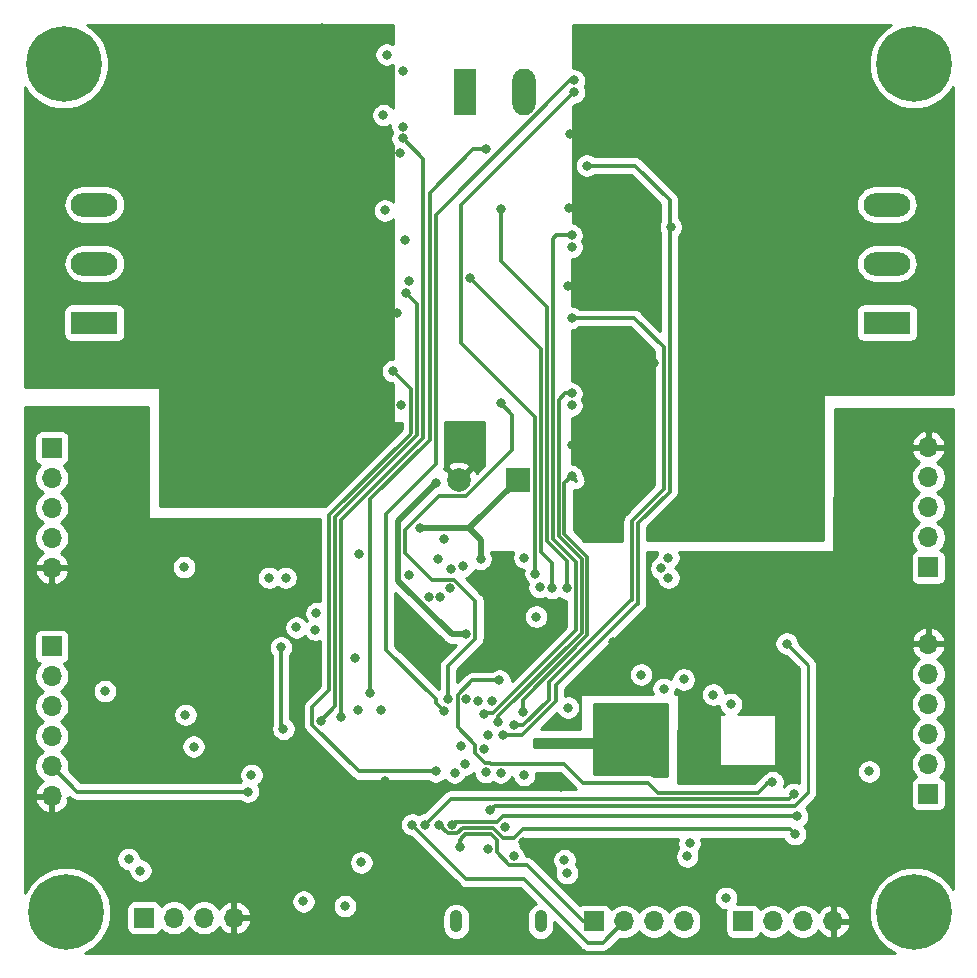
<source format=gbr>
%TF.GenerationSoftware,KiCad,Pcbnew,5.1.9-73d0e3b20d~88~ubuntu20.04.1*%
%TF.CreationDate,2021-01-12T21:49:49+00:00*%
%TF.ProjectId,driva-x2,64726976-612d-4783-922e-6b696361645f,rev?*%
%TF.SameCoordinates,Original*%
%TF.FileFunction,Copper,L2,Inr*%
%TF.FilePolarity,Positive*%
%FSLAX46Y46*%
G04 Gerber Fmt 4.6, Leading zero omitted, Abs format (unit mm)*
G04 Created by KiCad (PCBNEW 5.1.9-73d0e3b20d~88~ubuntu20.04.1) date 2021-01-12 21:49:49*
%MOMM*%
%LPD*%
G01*
G04 APERTURE LIST*
%TA.AperFunction,ComponentPad*%
%ADD10R,2.000000X2.000000*%
%TD*%
%TA.AperFunction,ComponentPad*%
%ADD11C,2.000000*%
%TD*%
%TA.AperFunction,ComponentPad*%
%ADD12C,6.400000*%
%TD*%
%TA.AperFunction,ComponentPad*%
%ADD13C,0.800000*%
%TD*%
%TA.AperFunction,ComponentPad*%
%ADD14O,1.700000X1.700000*%
%TD*%
%TA.AperFunction,ComponentPad*%
%ADD15R,1.700000X1.700000*%
%TD*%
%TA.AperFunction,ComponentPad*%
%ADD16O,1.050000X1.900000*%
%TD*%
%TA.AperFunction,ComponentPad*%
%ADD17O,3.960000X1.980000*%
%TD*%
%TA.AperFunction,ComponentPad*%
%ADD18R,3.960000X1.980000*%
%TD*%
%TA.AperFunction,ComponentPad*%
%ADD19R,1.980000X3.960000*%
%TD*%
%TA.AperFunction,ComponentPad*%
%ADD20O,1.980000X3.960000*%
%TD*%
%TA.AperFunction,ViaPad*%
%ADD21C,0.800000*%
%TD*%
%TA.AperFunction,Conductor*%
%ADD22C,0.500000*%
%TD*%
%TA.AperFunction,Conductor*%
%ADD23C,0.300000*%
%TD*%
%TA.AperFunction,Conductor*%
%ADD24C,0.250000*%
%TD*%
%TA.AperFunction,Conductor*%
%ADD25C,0.254000*%
%TD*%
%TA.AperFunction,Conductor*%
%ADD26C,0.100000*%
%TD*%
G04 APERTURE END LIST*
D10*
%TO.N,VCC*%
%TO.C,C11*%
X114450000Y-69225000D03*
D11*
%TO.N,GND*%
X109450000Y-69225000D03*
%TD*%
D12*
%TO.N,N/C*%
%TO.C,H1*%
X76000000Y-34000000D03*
D13*
X78400000Y-34000000D03*
X77697056Y-35697056D03*
X76000000Y-36400000D03*
X74302944Y-35697056D03*
X73600000Y-34000000D03*
X74302944Y-32302944D03*
X76000000Y-31600000D03*
X77697056Y-32302944D03*
%TD*%
%TO.N,N/C*%
%TO.C,H2*%
X149697056Y-32302944D03*
X148000000Y-31600000D03*
X146302944Y-32302944D03*
X145600000Y-34000000D03*
X146302944Y-35697056D03*
X148000000Y-36400000D03*
X149697056Y-35697056D03*
X150400000Y-34000000D03*
D12*
X148000000Y-34000000D03*
%TD*%
%TO.N,N/C*%
%TO.C,H3*%
X148000000Y-105800000D03*
D13*
X150400000Y-105800000D03*
X149697056Y-107497056D03*
X148000000Y-108200000D03*
X146302944Y-107497056D03*
X145600000Y-105800000D03*
X146302944Y-104102944D03*
X148000000Y-103400000D03*
X149697056Y-104102944D03*
%TD*%
%TO.N,N/C*%
%TO.C,H4*%
X77897056Y-104102944D03*
X76200000Y-103400000D03*
X74502944Y-104102944D03*
X73800000Y-105800000D03*
X74502944Y-107497056D03*
X76200000Y-108200000D03*
X77897056Y-107497056D03*
X78600000Y-105800000D03*
D12*
X76200000Y-105800000D03*
%TD*%
D14*
%TO.N,+3V3*%
%TO.C,J1*%
X75000000Y-76660000D03*
%TO.N,/mcu/HALL_W1*%
X75000000Y-74120000D03*
%TO.N,/mcu/HALL_V1*%
X75000000Y-71580000D03*
%TO.N,/mcu/HALL_U1*%
X75000000Y-69040000D03*
D15*
%TO.N,GND*%
X75000000Y-66500000D03*
%TD*%
%TO.N,/mcu/SWO*%
%TO.C,J2*%
X120900000Y-106600000D03*
D14*
%TO.N,/mcu/SWCLK*%
X123440000Y-106600000D03*
%TO.N,GND*%
X125980000Y-106600000D03*
%TO.N,/mcu/SWDIO*%
X128520000Y-106600000D03*
%TD*%
D16*
%TO.N,GND*%
%TO.C,J3*%
X109225000Y-106600000D03*
X116375000Y-106600000D03*
%TD*%
D17*
%TO.N,/driver-1/OUT_U*%
%TO.C,J4*%
X78600000Y-45900000D03*
%TO.N,/driver-1/OUT_V*%
X78600000Y-50900000D03*
D18*
%TO.N,/driver-1/OUT_W*%
X78600000Y-55900000D03*
%TD*%
D15*
%TO.N,GND*%
%TO.C,J5*%
X133520000Y-106600000D03*
D14*
%TO.N,/mcu/USART1_TX*%
X136060000Y-106600000D03*
%TO.N,/mcu/USART1_RX*%
X138600000Y-106600000D03*
%TO.N,+3V3*%
X141140000Y-106600000D03*
%TD*%
D18*
%TO.N,/driver-2/OUT_W*%
%TO.C,J6*%
X145700000Y-55900000D03*
D17*
%TO.N,/driver-2/OUT_V*%
X145700000Y-50900000D03*
%TO.N,/driver-2/OUT_U*%
X145700000Y-45900000D03*
%TD*%
D14*
%TO.N,+3V3*%
%TO.C,J7*%
X75000000Y-96000000D03*
%TO.N,SPI3_SCLK*%
X75000000Y-93460000D03*
%TO.N,SPI3_MISO*%
X75000000Y-90920000D03*
%TO.N,SPI3_MOSI*%
X75000000Y-88380000D03*
%TO.N,/mcu/SPI3_SS1*%
X75000000Y-85840000D03*
D15*
%TO.N,GND*%
X75000000Y-83300000D03*
%TD*%
%TO.N,GND*%
%TO.C,J8*%
X149200000Y-95800000D03*
D14*
%TO.N,/mcu/SPI3_SS2*%
X149200000Y-93260000D03*
%TO.N,SPI3_MOSI*%
X149200000Y-90720000D03*
%TO.N,SPI3_MISO*%
X149200000Y-88180000D03*
%TO.N,SPI3_SCLK*%
X149200000Y-85640000D03*
%TO.N,+3V3*%
X149200000Y-83100000D03*
%TD*%
D15*
%TO.N,GND*%
%TO.C,J9*%
X149200000Y-76620000D03*
D14*
%TO.N,/mcu/HALL_U2*%
X149200000Y-74080000D03*
%TO.N,/mcu/HALL_V2*%
X149200000Y-71540000D03*
%TO.N,/mcu/HALL_W2*%
X149200000Y-69000000D03*
%TO.N,+3V3*%
X149200000Y-66460000D03*
%TD*%
%TO.N,+3V3*%
%TO.C,J10*%
X90420000Y-106300000D03*
%TO.N,/mcu/CAN_H*%
X87880000Y-106300000D03*
%TO.N,/mcu/CAN_L*%
X85340000Y-106300000D03*
D15*
%TO.N,GND*%
X82800000Y-106300000D03*
%TD*%
D19*
%TO.N,GND*%
%TO.C,J11*%
X110000000Y-36400000D03*
D20*
%TO.N,VCC*%
X115000000Y-36400000D03*
%TD*%
D21*
%TO.N,GND*%
X132400000Y-44300000D03*
X118700000Y-88500000D03*
X113400000Y-98600000D03*
X86300000Y-89100000D03*
X99800000Y-105300000D03*
X96300000Y-104900000D03*
X100900000Y-88700000D03*
X108700000Y-78400000D03*
X126700000Y-88500000D03*
X126800000Y-86900000D03*
X128500000Y-86100000D03*
X124900000Y-85700000D03*
X124200000Y-58900000D03*
X97900000Y-30949990D03*
X104700000Y-34600000D03*
X118900000Y-39900000D03*
X118800000Y-46200000D03*
X104600000Y-62900000D03*
X101000000Y-75500000D03*
X105200000Y-77300000D03*
X115000000Y-75800000D03*
X116300000Y-78300000D03*
X119000000Y-66300000D03*
X104500000Y-41500000D03*
X104900000Y-48900000D03*
X99900000Y-56200000D03*
X103200000Y-54800000D03*
X99600000Y-69500000D03*
X98400000Y-69500000D03*
X120200000Y-73100000D03*
X118700000Y-52800000D03*
X115000000Y-94200000D03*
X116000000Y-80800000D03*
X96400000Y-67900000D03*
X96300000Y-69000000D03*
X96300000Y-66500000D03*
X97300000Y-69400000D03*
X122400000Y-59300000D03*
X126000000Y-59300000D03*
X125200000Y-58400000D03*
X123200000Y-58400000D03*
X124000000Y-44700000D03*
X125200000Y-45200000D03*
X126000000Y-45900000D03*
X124200000Y-45900000D03*
X122500000Y-46000000D03*
X123200000Y-45400000D03*
X122000000Y-32700000D03*
X122000000Y-31800000D03*
X123400000Y-31800000D03*
X124900000Y-31700000D03*
X126200000Y-31700000D03*
X126200000Y-32800000D03*
X124100000Y-32800000D03*
X96200000Y-40000000D03*
X96200000Y-41200000D03*
X96100000Y-42600000D03*
X97600000Y-42900000D03*
X99300000Y-43100000D03*
X100900000Y-43000000D03*
X96100000Y-52600000D03*
X96100000Y-54200000D03*
X96300000Y-55200000D03*
X97300000Y-56200000D03*
X98700000Y-56400000D03*
X100300000Y-57300000D03*
X120700000Y-60100000D03*
X119600000Y-60400000D03*
X120200000Y-47300000D03*
X120900000Y-46800000D03*
X104200000Y-55100000D03*
X103000000Y-41400000D03*
X122300000Y-71600000D03*
X123500000Y-71600000D03*
X86200000Y-76600000D03*
X93400000Y-77500000D03*
X94800000Y-77500000D03*
X87000000Y-91800000D03*
X81500000Y-101300000D03*
X82500000Y-102300000D03*
X101200000Y-101600000D03*
X132100000Y-104600000D03*
X108200000Y-74200000D03*
X107700000Y-75900000D03*
X79500000Y-87100000D03*
X144200000Y-93900000D03*
X122000000Y-88800000D03*
X133000000Y-57600000D03*
X78600000Y-39600000D03*
X73700000Y-51100000D03*
X78200000Y-60300000D03*
X90800000Y-57800000D03*
X89100000Y-44200000D03*
X96500000Y-62100000D03*
X95900000Y-47800000D03*
X96200000Y-35100000D03*
X127700000Y-35500000D03*
X127500000Y-39200000D03*
%TO.N,VCC*%
X106175000Y-73325000D03*
X111300000Y-75900000D03*
%TO.N,+3V3*%
X86400000Y-74850000D03*
X137800000Y-91400000D03*
X141950000Y-81150000D03*
X145300000Y-72500000D03*
X114900000Y-99900000D03*
X122500000Y-82900000D03*
X113640000Y-79940000D03*
X106700000Y-82300000D03*
X105700000Y-82200000D03*
X84000000Y-92400000D03*
X81700000Y-98300000D03*
X103180000Y-94720000D03*
X102300000Y-95600000D03*
X102812500Y-105412500D03*
X118150000Y-95250000D03*
X116800000Y-95000000D03*
X76700000Y-70200000D03*
X132300000Y-94300000D03*
%TO.N,BOOT0*%
X112100000Y-97200000D03*
X137220000Y-83080000D03*
%TO.N,/mcu/SWCLK*%
X105500000Y-98400000D03*
X91900000Y-94200000D03*
%TO.N,/mcu/SWDIO*%
X109100000Y-94000000D03*
%TO.N,/mcu/USART1_RX*%
X113000000Y-94000000D03*
X118400000Y-101400000D03*
%TO.N,/mcu/USART1_TX*%
X111750000Y-93950000D03*
X118600000Y-102500000D03*
%TO.N,/mcu/SPI3_SS1*%
X111600000Y-92000000D03*
X100700000Y-84300000D03*
%TO.N,/mcu/USB_OTG_FS_DL*%
X110000000Y-93307120D03*
X114100000Y-101100000D03*
%TO.N,/mcu/USB_OTG_FS_DM*%
X109650000Y-91750000D03*
X111900000Y-100500000D03*
%TO.N,/driver-2/SENSE_U*%
X127400000Y-47800000D03*
X113200000Y-90800000D03*
X120300000Y-42600000D03*
%TO.N,/driver-2/SENSE_V*%
X114100000Y-90000000D03*
X119000000Y-55500000D03*
%TO.N,/driver-2/SENSE_W*%
X114900000Y-88900000D03*
X119000000Y-68900000D03*
%TO.N,/driver-1/SENSE_U*%
X103350000Y-33200000D03*
X118600000Y-78400000D03*
X113000000Y-46300000D03*
%TO.N,Net-(C48-Pad1)*%
X103075000Y-38325000D03*
%TO.N,/driver-1/SENSE_V*%
X103200000Y-46400000D03*
X110400000Y-52100000D03*
X117350000Y-78350000D03*
%TO.N,/driver-1/SENSE_W*%
X103900000Y-60000000D03*
X107500000Y-93900000D03*
%TO.N,/mcu/SWO*%
X109600000Y-100300000D03*
%TO.N,SPI3_SCLK*%
X106600000Y-98400000D03*
X91600000Y-95600000D03*
X137800000Y-95800000D03*
%TO.N,SPI3_MISO*%
X108900000Y-98400000D03*
X138100000Y-97700000D03*
%TO.N,SPI3_MOSI*%
X107800000Y-98400000D03*
X137900000Y-99200000D03*
%TO.N,/driver-2/IN_U*%
X119200000Y-35400000D03*
X108200000Y-88800000D03*
%TO.N,/driver-2/EN_U*%
X119200000Y-36400000D03*
X115950000Y-77150000D03*
%TO.N,/driver-2/IN_V*%
X119000000Y-48500000D03*
X111600000Y-89000000D03*
%TO.N,/driver-2/EN_V*%
X119000000Y-49500000D03*
X101950000Y-87250000D03*
X111800000Y-41200000D03*
%TO.N,/driver-2/IN_W*%
X119000000Y-61900000D03*
X112800000Y-89700000D03*
%TO.N,/driver-2/EN_W*%
X119000000Y-62900000D03*
X108550000Y-87750000D03*
X102900000Y-88700000D03*
X113000000Y-62700000D03*
%TO.N,/driver-1/IN_U*%
X99500000Y-89300000D03*
X104700000Y-40300000D03*
%TO.N,/driver-1/EN_U*%
X104700000Y-39300000D03*
X109800000Y-76500000D03*
%TO.N,/driver-1/IN_V*%
X97800000Y-89600000D03*
X105000000Y-53400000D03*
%TO.N,/driver-1/EN_V*%
X105200000Y-52400000D03*
X108800000Y-76800000D03*
%TO.N,/driver-1/IN_W*%
X94600000Y-90300000D03*
X94400000Y-83400000D03*
%TO.N,/driver-1/EN_W*%
X110100000Y-82300000D03*
X107512954Y-69487046D03*
%TO.N,/imu/INT*%
X112900000Y-86200000D03*
X136000000Y-94800000D03*
%TO.N,/mcu/HALL_W1*%
X110100000Y-87800000D03*
X95700000Y-81700000D03*
%TO.N,/mcu/HALL_V1*%
X111100000Y-87900000D03*
X97299980Y-81900000D03*
%TO.N,/mcu/HALL_U1*%
X112300000Y-87900000D03*
X97400000Y-80500000D03*
%TO.N,/mcu/HALL_U2*%
X127200000Y-77500000D03*
X107900000Y-79100000D03*
%TO.N,/mcu/HALL_V2*%
X126600000Y-76700000D03*
X106900000Y-79100000D03*
%TO.N,/mcu/HALL_W2*%
X127200000Y-75800000D03*
X111900000Y-90800000D03*
%TO.N,/mcu/I2C1_SCL*%
X128800000Y-101100000D03*
X131000000Y-87400000D03*
%TO.N,/mcu/I2C1_SDA*%
X129000000Y-100000000D03*
X132500000Y-88200000D03*
%TD*%
D22*
%TO.N,VCC*%
X110350000Y-73325000D02*
X114450000Y-69225000D01*
X106175000Y-73325000D02*
X110350000Y-73325000D01*
X111300000Y-74275000D02*
X110350000Y-73325000D01*
X111300000Y-75900000D02*
X111300000Y-74275000D01*
D23*
%TO.N,BOOT0*%
X137910001Y-96800001D02*
X139000000Y-95710002D01*
X112499999Y-96800001D02*
X137910001Y-96800001D01*
X112100000Y-97200000D02*
X112499999Y-96800001D01*
D24*
X139000000Y-84860000D02*
X137220000Y-83080000D01*
X139000000Y-95710002D02*
X139000000Y-84860000D01*
D23*
%TO.N,/mcu/SWCLK*%
X105500000Y-98400000D02*
X110100000Y-103000000D01*
X123440000Y-106600000D02*
X121640000Y-108400000D01*
X114969998Y-103000000D02*
X110100000Y-103000000D01*
X120369998Y-108400000D02*
X114969998Y-103000000D01*
X121640000Y-108400000D02*
X120369998Y-108400000D01*
%TO.N,/driver-2/SENSE_U*%
X124400000Y-42600000D02*
X120300000Y-42600000D01*
X124600000Y-72907120D02*
X127300010Y-70207110D01*
X127300010Y-45500010D02*
X124400000Y-42600000D01*
X127300010Y-70207110D02*
X127300010Y-45500010D01*
X114817122Y-90800000D02*
X117700000Y-87917122D01*
X113200000Y-90800000D02*
X114817122Y-90800000D01*
X124564998Y-79700000D02*
X124600000Y-79700000D01*
X117700000Y-86564998D02*
X124564998Y-79700000D01*
X117700000Y-87917122D02*
X117700000Y-86564998D01*
X124600000Y-79700000D02*
X124600000Y-72907120D01*
%TO.N,/driver-2/SENSE_V*%
X124300000Y-55500000D02*
X119000000Y-55500000D01*
X126800000Y-70000000D02*
X126800000Y-58000000D01*
X126800000Y-58000000D02*
X124300000Y-55500000D01*
X114910002Y-90000000D02*
X117099990Y-87810012D01*
X114100000Y-90000000D02*
X114910002Y-90000000D01*
X124099990Y-72700010D02*
X126800000Y-70000000D01*
X117099990Y-87810012D02*
X117099990Y-86331372D01*
X124099990Y-79399990D02*
X124099990Y-72700010D01*
X117099990Y-86331372D02*
X124031372Y-79399990D01*
%TO.N,/driver-2/SENSE_W*%
X119399999Y-69299999D02*
X119000000Y-68900000D01*
X118400038Y-69499962D02*
X119000000Y-68900000D01*
X118400038Y-73778678D02*
X118400038Y-69499962D01*
X114900000Y-88900000D02*
X114900000Y-87824242D01*
X114900000Y-87824242D02*
X120350021Y-82374221D01*
X120350021Y-75728661D02*
X118400038Y-73778678D01*
X120350021Y-82374221D02*
X120350021Y-75728661D01*
%TO.N,/driver-1/SENSE_U*%
X113000000Y-50700000D02*
X113000000Y-46300000D01*
X116900010Y-54600010D02*
X113000000Y-50700000D01*
X116900010Y-74400010D02*
X116900010Y-54600010D01*
X118600000Y-76100000D02*
X116900010Y-74400010D01*
X118600000Y-78400000D02*
X118600000Y-76100000D01*
%TO.N,/driver-1/SENSE_V*%
X117350000Y-76250000D02*
X117350000Y-78350000D01*
X116400000Y-75300000D02*
X117350000Y-76250000D01*
X116400000Y-58100000D02*
X116400000Y-75300000D01*
X110400000Y-52100000D02*
X116400000Y-58100000D01*
%TO.N,/driver-1/SENSE_W*%
X105449991Y-61549991D02*
X103900000Y-60000000D01*
X105449991Y-65242889D02*
X105449991Y-61549991D01*
X105292880Y-65400000D02*
X105449991Y-65242889D01*
X98499980Y-72185780D02*
X105285760Y-65400000D01*
X98499980Y-87000020D02*
X98499980Y-72185780D01*
X105285760Y-65400000D02*
X105292880Y-65400000D01*
X97049999Y-88450001D02*
X98499980Y-87000020D01*
X97049999Y-89960001D02*
X97049999Y-88450001D01*
X100989998Y-93900000D02*
X97049999Y-89960001D01*
X107500000Y-93900000D02*
X100989998Y-93900000D01*
%TO.N,/mcu/SWO*%
X119999998Y-106600000D02*
X120900000Y-106600000D01*
X115249999Y-101850001D02*
X119999998Y-106600000D01*
X113739999Y-101850001D02*
X115249999Y-101850001D01*
X112650001Y-99667123D02*
X112650001Y-100760003D01*
X112650001Y-100760003D02*
X113739999Y-101850001D01*
X112182878Y-99200000D02*
X112650001Y-99667123D01*
X110000000Y-99200000D02*
X112182878Y-99200000D01*
X109602904Y-99597096D02*
X110000000Y-99200000D01*
X109600000Y-99702904D02*
X109602904Y-99700000D01*
X109602904Y-99700000D02*
X109602904Y-99597096D01*
X109600000Y-100300000D02*
X109600000Y-99702904D01*
%TO.N,SPI3_SCLK*%
X137400001Y-96199999D02*
X108800001Y-96199999D01*
X108800001Y-96199999D02*
X106600000Y-98400000D01*
X137800000Y-95800000D02*
X137400001Y-96199999D01*
X77140000Y-95600000D02*
X75000000Y-93460000D01*
X91600000Y-95600000D02*
X77140000Y-95600000D01*
%TO.N,SPI3_MISO*%
X113189998Y-97700000D02*
X138100000Y-97700000D01*
X112690018Y-98199980D02*
X113189998Y-97700000D01*
X109100020Y-98199980D02*
X112690018Y-98199980D01*
X108900000Y-98400000D02*
X109100020Y-98199980D01*
%TO.N,SPI3_MOSI*%
X137500001Y-98800001D02*
X137900000Y-99200000D01*
X114149999Y-99539999D02*
X114889997Y-98800001D01*
X114889997Y-98800001D02*
X137500001Y-98800001D01*
X113229997Y-99539999D02*
X114149999Y-99539999D01*
X112389988Y-98699990D02*
X113229997Y-99539999D01*
X109792890Y-98699990D02*
X112389988Y-98699990D01*
X109342879Y-99150001D02*
X109792890Y-98699990D01*
X108550001Y-99150001D02*
X109342879Y-99150001D01*
X107800000Y-98400000D02*
X108550001Y-99150001D01*
%TO.N,/driver-2/IN_U*%
X119200000Y-35400000D02*
X119089998Y-35400000D01*
X107500000Y-67900000D02*
X103300000Y-72100000D01*
X103300000Y-83600000D02*
X107500000Y-87800000D01*
X103300000Y-72100000D02*
X103300000Y-83600000D01*
X107500000Y-46785060D02*
X107500000Y-67900000D01*
X118885060Y-35400000D02*
X107500000Y-46785060D01*
X119200000Y-35400000D02*
X118885060Y-35400000D01*
X107500000Y-88100000D02*
X108200000Y-88800000D01*
X107500000Y-87800000D02*
X107500000Y-88100000D01*
%TO.N,/driver-2/EN_U*%
X109649999Y-57649999D02*
X115899990Y-63899990D01*
X109649999Y-45950001D02*
X109649999Y-57649999D01*
X119200000Y-36400000D02*
X109649999Y-45950001D01*
X115899990Y-77099990D02*
X115950000Y-77150000D01*
X115899990Y-63899990D02*
X115899990Y-77099990D01*
%TO.N,/driver-2/IN_V*%
X119350001Y-81960001D02*
X119350001Y-76142881D01*
X112360003Y-88949999D02*
X119350001Y-81960001D01*
X111650001Y-88949999D02*
X112360003Y-88949999D01*
X111600000Y-89000000D02*
X111650001Y-88949999D01*
X117400018Y-74192898D02*
X117400018Y-48800018D01*
X119350001Y-76142881D02*
X117400018Y-74192898D01*
X117700036Y-48500000D02*
X119000000Y-48500000D01*
X117400018Y-48800018D02*
X117700036Y-48500000D01*
%TO.N,/driver-2/EN_V*%
X106999990Y-65814250D02*
X106999990Y-45300010D01*
X101950000Y-70864240D02*
X106999990Y-65814250D01*
X101950000Y-87250000D02*
X101950000Y-70864240D01*
X106999990Y-45300010D02*
X106999990Y-44900010D01*
X106999990Y-44900010D02*
X110700000Y-41200000D01*
X110700000Y-41200000D02*
X111800000Y-41200000D01*
X111800000Y-41200000D02*
X111800000Y-41200000D01*
%TO.N,/driver-2/IN_W*%
X118434315Y-61900000D02*
X119000000Y-61900000D01*
X117900028Y-62434287D02*
X118434315Y-61900000D01*
X117900028Y-73985788D02*
X117900028Y-62434287D01*
X112800000Y-89700000D02*
X112800000Y-89217122D01*
X119850011Y-75935771D02*
X117900028Y-73985788D01*
X119850011Y-82167111D02*
X119850011Y-75935771D01*
X112800000Y-89217122D02*
X119850011Y-82167111D01*
%TO.N,/driver-2/EN_W*%
X110098001Y-70575001D02*
X114000000Y-66673002D01*
X104900000Y-75400000D02*
X104900000Y-73489998D01*
X107149999Y-77649999D02*
X104900000Y-75400000D01*
X109060001Y-77649999D02*
X107149999Y-77649999D01*
X107814997Y-70575001D02*
X110098001Y-70575001D01*
X110850001Y-79439999D02*
X109060001Y-77649999D01*
X104900000Y-73489998D02*
X107814997Y-70575001D01*
X110850001Y-82660001D02*
X110850001Y-79439999D01*
X108550000Y-84960002D02*
X110850001Y-82660001D01*
X108550000Y-87750000D02*
X108550000Y-84960002D01*
X114000000Y-66673002D02*
X114000000Y-64500000D01*
X114000000Y-64500000D02*
X114000000Y-63700000D01*
X114000000Y-63700000D02*
X113000000Y-62700000D01*
X113000000Y-62700000D02*
X113000000Y-62700000D01*
%TO.N,/driver-1/IN_U*%
X99500000Y-89300000D02*
X99500000Y-72600000D01*
X99500000Y-72600000D02*
X105300000Y-66800000D01*
X106450011Y-42050011D02*
X104700000Y-40300000D01*
X106450011Y-65657109D02*
X106450011Y-42050011D01*
X105307120Y-66800000D02*
X106450011Y-65657109D01*
X105300000Y-66800000D02*
X105307120Y-66800000D01*
%TO.N,/driver-1/IN_V*%
X105950001Y-54350001D02*
X105000000Y-53400000D01*
X105950001Y-65449999D02*
X105950001Y-54350001D01*
X105100008Y-66299992D02*
X105950001Y-65449999D01*
X97800000Y-89600000D02*
X98999990Y-88400010D01*
X105092888Y-66299992D02*
X105100008Y-66299992D01*
X98999990Y-72392890D02*
X105092888Y-66299992D01*
X98999990Y-88400010D02*
X98999990Y-72392890D01*
%TO.N,/driver-1/IN_W*%
X94400000Y-90100000D02*
X94600000Y-90300000D01*
X94400000Y-83400000D02*
X94400000Y-90100000D01*
D22*
%TO.N,/driver-1/EN_W*%
X107512954Y-69487046D02*
X104300000Y-72700000D01*
X108841998Y-82300000D02*
X110100000Y-82300000D01*
X104300000Y-77758002D02*
X108841998Y-82300000D01*
X104300000Y-72700000D02*
X104300000Y-77758002D01*
D23*
%TO.N,/imu/INT*%
X135562980Y-94900000D02*
X135700000Y-94762980D01*
X118349999Y-93249999D02*
X120000000Y-94900000D01*
X112160001Y-93249999D02*
X118349999Y-93249999D01*
X111689997Y-93199999D02*
X112110001Y-93199999D01*
X110849999Y-92360001D02*
X111689997Y-93199999D01*
X110849999Y-91639999D02*
X110849999Y-92360001D01*
X109349999Y-90139999D02*
X110849999Y-91639999D01*
X109349999Y-87439999D02*
X109349999Y-90139999D01*
X112110001Y-93199999D02*
X112160001Y-93249999D01*
X110589998Y-86200000D02*
X109349999Y-87439999D01*
X112900000Y-86200000D02*
X110589998Y-86200000D01*
X125500000Y-94900000D02*
X126299989Y-95699989D01*
X120000000Y-94900000D02*
X125500000Y-94900000D01*
X134762991Y-95699989D02*
X135700000Y-94762980D01*
X126299989Y-95699989D02*
X134762991Y-95699989D01*
%TD*%
D25*
%TO.N,+3V3*%
X83148189Y-72400000D02*
X83150629Y-72424776D01*
X83157856Y-72448601D01*
X83169592Y-72470557D01*
X83185386Y-72489803D01*
X83204632Y-72505597D01*
X83226588Y-72517333D01*
X83250413Y-72524560D01*
X83275189Y-72527000D01*
X97714981Y-72527000D01*
X97714981Y-79510193D01*
X97701898Y-79504774D01*
X97501939Y-79465000D01*
X97298061Y-79465000D01*
X97098102Y-79504774D01*
X96909744Y-79582795D01*
X96740226Y-79696063D01*
X96596063Y-79840226D01*
X96482795Y-80009744D01*
X96404774Y-80198102D01*
X96365000Y-80398061D01*
X96365000Y-80601939D01*
X96404774Y-80801898D01*
X96482795Y-80990256D01*
X96588225Y-81148044D01*
X96580884Y-81155385D01*
X96503937Y-81040226D01*
X96359774Y-80896063D01*
X96190256Y-80782795D01*
X96001898Y-80704774D01*
X95801939Y-80665000D01*
X95598061Y-80665000D01*
X95398102Y-80704774D01*
X95209744Y-80782795D01*
X95040226Y-80896063D01*
X94896063Y-81040226D01*
X94782795Y-81209744D01*
X94704774Y-81398102D01*
X94665000Y-81598061D01*
X94665000Y-81801939D01*
X94704774Y-82001898D01*
X94782795Y-82190256D01*
X94896063Y-82359774D01*
X95040226Y-82503937D01*
X95209744Y-82617205D01*
X95398102Y-82695226D01*
X95598061Y-82735000D01*
X95801939Y-82735000D01*
X96001898Y-82695226D01*
X96190256Y-82617205D01*
X96359774Y-82503937D01*
X96419096Y-82444615D01*
X96496043Y-82559774D01*
X96640206Y-82703937D01*
X96809724Y-82817205D01*
X96998082Y-82895226D01*
X97198041Y-82935000D01*
X97401919Y-82935000D01*
X97601878Y-82895226D01*
X97714980Y-82848377D01*
X97714980Y-86674863D01*
X96522184Y-87867659D01*
X96492236Y-87892237D01*
X96467658Y-87922185D01*
X96467654Y-87922189D01*
X96447422Y-87946842D01*
X96394138Y-88011768D01*
X96362473Y-88071010D01*
X96321245Y-88148142D01*
X96276358Y-88296115D01*
X96261202Y-88450001D01*
X96265000Y-88488563D01*
X96264999Y-89921448D01*
X96261202Y-89960001D01*
X96264999Y-89998554D01*
X96264999Y-89998561D01*
X96276358Y-90113887D01*
X96321245Y-90261860D01*
X96394137Y-90398233D01*
X96492235Y-90517765D01*
X96522189Y-90542348D01*
X100407656Y-94427816D01*
X100432234Y-94457764D01*
X100462182Y-94482342D01*
X100462185Y-94482345D01*
X100471825Y-94490256D01*
X100551765Y-94555862D01*
X100688138Y-94628754D01*
X100836111Y-94673641D01*
X100951437Y-94685000D01*
X100951444Y-94685000D01*
X100989997Y-94688797D01*
X101028550Y-94685000D01*
X106821289Y-94685000D01*
X106840226Y-94703937D01*
X107009744Y-94817205D01*
X107198102Y-94895226D01*
X107398061Y-94935000D01*
X107601939Y-94935000D01*
X107801898Y-94895226D01*
X107990256Y-94817205D01*
X108159774Y-94703937D01*
X108259163Y-94604548D01*
X108296063Y-94659774D01*
X108440226Y-94803937D01*
X108609744Y-94917205D01*
X108798102Y-94995226D01*
X108998061Y-95035000D01*
X109201939Y-95035000D01*
X109401898Y-94995226D01*
X109590256Y-94917205D01*
X109759774Y-94803937D01*
X109903937Y-94659774D01*
X110017205Y-94490256D01*
X110078565Y-94342120D01*
X110101939Y-94342120D01*
X110301898Y-94302346D01*
X110490256Y-94224325D01*
X110659774Y-94111057D01*
X110715646Y-94055185D01*
X110754774Y-94251898D01*
X110832795Y-94440256D01*
X110946063Y-94609774D01*
X111090226Y-94753937D01*
X111259744Y-94867205D01*
X111448102Y-94945226D01*
X111648061Y-94985000D01*
X111851939Y-94985000D01*
X112051898Y-94945226D01*
X112240256Y-94867205D01*
X112338110Y-94801821D01*
X112340226Y-94803937D01*
X112509744Y-94917205D01*
X112698102Y-94995226D01*
X112898061Y-95035000D01*
X113101939Y-95035000D01*
X113301898Y-94995226D01*
X113490256Y-94917205D01*
X113659774Y-94803937D01*
X113803937Y-94659774D01*
X113917205Y-94490256D01*
X113974800Y-94351209D01*
X114004774Y-94501898D01*
X114082795Y-94690256D01*
X114196063Y-94859774D01*
X114340226Y-95003937D01*
X114509744Y-95117205D01*
X114698102Y-95195226D01*
X114898061Y-95235000D01*
X115101939Y-95235000D01*
X115301898Y-95195226D01*
X115490256Y-95117205D01*
X115659774Y-95003937D01*
X115803937Y-94859774D01*
X115917205Y-94690256D01*
X115995226Y-94501898D01*
X116035000Y-94301939D01*
X116035000Y-94098061D01*
X116022456Y-94034999D01*
X118024842Y-94034999D01*
X119404842Y-95414999D01*
X108838553Y-95414999D01*
X108800000Y-95411202D01*
X108761447Y-95414999D01*
X108761440Y-95414999D01*
X108660491Y-95424942D01*
X108646113Y-95426358D01*
X108611673Y-95436805D01*
X108498141Y-95471245D01*
X108361768Y-95544137D01*
X108301560Y-95593549D01*
X108272188Y-95617654D01*
X108272185Y-95617657D01*
X108242237Y-95642235D01*
X108217659Y-95672183D01*
X106524843Y-97365000D01*
X106498061Y-97365000D01*
X106298102Y-97404774D01*
X106109744Y-97482795D01*
X106050000Y-97522715D01*
X105990256Y-97482795D01*
X105801898Y-97404774D01*
X105601939Y-97365000D01*
X105398061Y-97365000D01*
X105198102Y-97404774D01*
X105009744Y-97482795D01*
X104840226Y-97596063D01*
X104696063Y-97740226D01*
X104582795Y-97909744D01*
X104504774Y-98098102D01*
X104465000Y-98298061D01*
X104465000Y-98501939D01*
X104504774Y-98701898D01*
X104582795Y-98890256D01*
X104696063Y-99059774D01*
X104840226Y-99203937D01*
X105009744Y-99317205D01*
X105198102Y-99395226D01*
X105398061Y-99435000D01*
X105424843Y-99435000D01*
X109517658Y-103527816D01*
X109542236Y-103557764D01*
X109572184Y-103582342D01*
X109572187Y-103582345D01*
X109599517Y-103604774D01*
X109661767Y-103655862D01*
X109798140Y-103728754D01*
X109911672Y-103763194D01*
X109946112Y-103773641D01*
X109960490Y-103775057D01*
X110061439Y-103785000D01*
X110061446Y-103785000D01*
X110099999Y-103788797D01*
X110138552Y-103785000D01*
X114644841Y-103785000D01*
X115951202Y-105091362D01*
X115928940Y-105098115D01*
X115727421Y-105205829D01*
X115550788Y-105350788D01*
X115405829Y-105527422D01*
X115298115Y-105728941D01*
X115231785Y-105947601D01*
X115215000Y-106118022D01*
X115215000Y-107081979D01*
X115231785Y-107252400D01*
X115298115Y-107471060D01*
X115405830Y-107672579D01*
X115550789Y-107849212D01*
X115727422Y-107994171D01*
X115928941Y-108101885D01*
X116147601Y-108168215D01*
X116375000Y-108190612D01*
X116602400Y-108168215D01*
X116821060Y-108101885D01*
X117022579Y-107994171D01*
X117199212Y-107849212D01*
X117344171Y-107672579D01*
X117451885Y-107471060D01*
X117518215Y-107252400D01*
X117535000Y-107081978D01*
X117535000Y-106675160D01*
X119787656Y-108927816D01*
X119812234Y-108957764D01*
X119842182Y-108982342D01*
X119842185Y-108982345D01*
X119856376Y-108993991D01*
X119931765Y-109055862D01*
X120068138Y-109128754D01*
X120181670Y-109163194D01*
X120216110Y-109173641D01*
X120230488Y-109175057D01*
X120331437Y-109185000D01*
X120331444Y-109185000D01*
X120369997Y-109188797D01*
X120408550Y-109185000D01*
X121601447Y-109185000D01*
X121640000Y-109188797D01*
X121678553Y-109185000D01*
X121678561Y-109185000D01*
X121793887Y-109173641D01*
X121941860Y-109128754D01*
X122078233Y-109055862D01*
X122197764Y-108957764D01*
X122222347Y-108927810D01*
X123103082Y-108047075D01*
X123293740Y-108085000D01*
X123586260Y-108085000D01*
X123873158Y-108027932D01*
X124143411Y-107915990D01*
X124386632Y-107753475D01*
X124593475Y-107546632D01*
X124710000Y-107372240D01*
X124826525Y-107546632D01*
X125033368Y-107753475D01*
X125276589Y-107915990D01*
X125546842Y-108027932D01*
X125833740Y-108085000D01*
X126126260Y-108085000D01*
X126413158Y-108027932D01*
X126683411Y-107915990D01*
X126926632Y-107753475D01*
X127133475Y-107546632D01*
X127250000Y-107372240D01*
X127366525Y-107546632D01*
X127573368Y-107753475D01*
X127816589Y-107915990D01*
X128086842Y-108027932D01*
X128373740Y-108085000D01*
X128666260Y-108085000D01*
X128953158Y-108027932D01*
X129223411Y-107915990D01*
X129466632Y-107753475D01*
X129673475Y-107546632D01*
X129835990Y-107303411D01*
X129947932Y-107033158D01*
X130005000Y-106746260D01*
X130005000Y-106453740D01*
X129947932Y-106166842D01*
X129835990Y-105896589D01*
X129673475Y-105653368D01*
X129466632Y-105446525D01*
X129223411Y-105284010D01*
X128953158Y-105172068D01*
X128666260Y-105115000D01*
X128373740Y-105115000D01*
X128086842Y-105172068D01*
X127816589Y-105284010D01*
X127573368Y-105446525D01*
X127366525Y-105653368D01*
X127250000Y-105827760D01*
X127133475Y-105653368D01*
X126926632Y-105446525D01*
X126683411Y-105284010D01*
X126413158Y-105172068D01*
X126126260Y-105115000D01*
X125833740Y-105115000D01*
X125546842Y-105172068D01*
X125276589Y-105284010D01*
X125033368Y-105446525D01*
X124826525Y-105653368D01*
X124710000Y-105827760D01*
X124593475Y-105653368D01*
X124386632Y-105446525D01*
X124143411Y-105284010D01*
X123873158Y-105172068D01*
X123586260Y-105115000D01*
X123293740Y-105115000D01*
X123006842Y-105172068D01*
X122736589Y-105284010D01*
X122493368Y-105446525D01*
X122361513Y-105578380D01*
X122339502Y-105505820D01*
X122280537Y-105395506D01*
X122201185Y-105298815D01*
X122104494Y-105219463D01*
X121994180Y-105160498D01*
X121874482Y-105124188D01*
X121750000Y-105111928D01*
X120050000Y-105111928D01*
X119925518Y-105124188D01*
X119805820Y-105160498D01*
X119717736Y-105207580D01*
X119008217Y-104498061D01*
X131065000Y-104498061D01*
X131065000Y-104701939D01*
X131104774Y-104901898D01*
X131182795Y-105090256D01*
X131296063Y-105259774D01*
X131440226Y-105403937D01*
X131609744Y-105517205D01*
X131798102Y-105595226D01*
X131998061Y-105635000D01*
X132043254Y-105635000D01*
X132031928Y-105750000D01*
X132031928Y-107450000D01*
X132044188Y-107574482D01*
X132080498Y-107694180D01*
X132139463Y-107804494D01*
X132218815Y-107901185D01*
X132315506Y-107980537D01*
X132425820Y-108039502D01*
X132545518Y-108075812D01*
X132670000Y-108088072D01*
X134370000Y-108088072D01*
X134494482Y-108075812D01*
X134614180Y-108039502D01*
X134724494Y-107980537D01*
X134821185Y-107901185D01*
X134900537Y-107804494D01*
X134959502Y-107694180D01*
X134981513Y-107621620D01*
X135113368Y-107753475D01*
X135356589Y-107915990D01*
X135626842Y-108027932D01*
X135913740Y-108085000D01*
X136206260Y-108085000D01*
X136493158Y-108027932D01*
X136763411Y-107915990D01*
X137006632Y-107753475D01*
X137213475Y-107546632D01*
X137330000Y-107372240D01*
X137446525Y-107546632D01*
X137653368Y-107753475D01*
X137896589Y-107915990D01*
X138166842Y-108027932D01*
X138453740Y-108085000D01*
X138746260Y-108085000D01*
X139033158Y-108027932D01*
X139303411Y-107915990D01*
X139546632Y-107753475D01*
X139753475Y-107546632D01*
X139875195Y-107364466D01*
X139944822Y-107481355D01*
X140139731Y-107697588D01*
X140373080Y-107871641D01*
X140635901Y-107996825D01*
X140783110Y-108041476D01*
X141013000Y-107920155D01*
X141013000Y-106727000D01*
X141267000Y-106727000D01*
X141267000Y-107920155D01*
X141496890Y-108041476D01*
X141644099Y-107996825D01*
X141906920Y-107871641D01*
X142140269Y-107697588D01*
X142335178Y-107481355D01*
X142484157Y-107231252D01*
X142581481Y-106956891D01*
X142460814Y-106727000D01*
X141267000Y-106727000D01*
X141013000Y-106727000D01*
X140993000Y-106727000D01*
X140993000Y-106473000D01*
X141013000Y-106473000D01*
X141013000Y-105279845D01*
X141267000Y-105279845D01*
X141267000Y-106473000D01*
X142460814Y-106473000D01*
X142581481Y-106243109D01*
X142484157Y-105968748D01*
X142335178Y-105718645D01*
X142140269Y-105502412D01*
X141906920Y-105328359D01*
X141644099Y-105203175D01*
X141496890Y-105158524D01*
X141267000Y-105279845D01*
X141013000Y-105279845D01*
X140783110Y-105158524D01*
X140635901Y-105203175D01*
X140373080Y-105328359D01*
X140139731Y-105502412D01*
X139944822Y-105718645D01*
X139875195Y-105835534D01*
X139753475Y-105653368D01*
X139546632Y-105446525D01*
X139303411Y-105284010D01*
X139033158Y-105172068D01*
X138746260Y-105115000D01*
X138453740Y-105115000D01*
X138166842Y-105172068D01*
X137896589Y-105284010D01*
X137653368Y-105446525D01*
X137446525Y-105653368D01*
X137330000Y-105827760D01*
X137213475Y-105653368D01*
X137006632Y-105446525D01*
X136763411Y-105284010D01*
X136493158Y-105172068D01*
X136206260Y-105115000D01*
X135913740Y-105115000D01*
X135626842Y-105172068D01*
X135356589Y-105284010D01*
X135113368Y-105446525D01*
X134981513Y-105578380D01*
X134959502Y-105505820D01*
X134900537Y-105395506D01*
X134821185Y-105298815D01*
X134724494Y-105219463D01*
X134614180Y-105160498D01*
X134494482Y-105124188D01*
X134370000Y-105111928D01*
X133002724Y-105111928D01*
X133017205Y-105090256D01*
X133095226Y-104901898D01*
X133135000Y-104701939D01*
X133135000Y-104498061D01*
X133095226Y-104298102D01*
X133017205Y-104109744D01*
X132903937Y-103940226D01*
X132759774Y-103796063D01*
X132590256Y-103682795D01*
X132401898Y-103604774D01*
X132201939Y-103565000D01*
X131998061Y-103565000D01*
X131798102Y-103604774D01*
X131609744Y-103682795D01*
X131440226Y-103796063D01*
X131296063Y-103940226D01*
X131182795Y-104109744D01*
X131104774Y-104298102D01*
X131065000Y-104498061D01*
X119008217Y-104498061D01*
X115832346Y-101322191D01*
X115812543Y-101298061D01*
X117365000Y-101298061D01*
X117365000Y-101501939D01*
X117404774Y-101701898D01*
X117482795Y-101890256D01*
X117596063Y-102059774D01*
X117642738Y-102106449D01*
X117604774Y-102198102D01*
X117565000Y-102398061D01*
X117565000Y-102601939D01*
X117604774Y-102801898D01*
X117682795Y-102990256D01*
X117796063Y-103159774D01*
X117940226Y-103303937D01*
X118109744Y-103417205D01*
X118298102Y-103495226D01*
X118498061Y-103535000D01*
X118701939Y-103535000D01*
X118901898Y-103495226D01*
X119090256Y-103417205D01*
X119259774Y-103303937D01*
X119403937Y-103159774D01*
X119517205Y-102990256D01*
X119595226Y-102801898D01*
X119635000Y-102601939D01*
X119635000Y-102398061D01*
X119595226Y-102198102D01*
X119517205Y-102009744D01*
X119403937Y-101840226D01*
X119357262Y-101793551D01*
X119395226Y-101701898D01*
X119435000Y-101501939D01*
X119435000Y-101298061D01*
X119395226Y-101098102D01*
X119317205Y-100909744D01*
X119203937Y-100740226D01*
X119059774Y-100596063D01*
X118890256Y-100482795D01*
X118701898Y-100404774D01*
X118501939Y-100365000D01*
X118298061Y-100365000D01*
X118098102Y-100404774D01*
X117909744Y-100482795D01*
X117740226Y-100596063D01*
X117596063Y-100740226D01*
X117482795Y-100909744D01*
X117404774Y-101098102D01*
X117365000Y-101298061D01*
X115812543Y-101298061D01*
X115807763Y-101292237D01*
X115688232Y-101194139D01*
X115551859Y-101121247D01*
X115403886Y-101076360D01*
X115288560Y-101065001D01*
X115288552Y-101065001D01*
X115249999Y-101061204D01*
X115211446Y-101065001D01*
X115135000Y-101065001D01*
X115135000Y-100998061D01*
X115095226Y-100798102D01*
X115017205Y-100609744D01*
X114903937Y-100440226D01*
X114759774Y-100296063D01*
X114597916Y-100187913D01*
X114707763Y-100097763D01*
X114732346Y-100067810D01*
X115215155Y-99585001D01*
X128051622Y-99585001D01*
X128004774Y-99698102D01*
X127965000Y-99898061D01*
X127965000Y-100101939D01*
X128004774Y-100301898D01*
X128042738Y-100393551D01*
X127996063Y-100440226D01*
X127882795Y-100609744D01*
X127804774Y-100798102D01*
X127765000Y-100998061D01*
X127765000Y-101201939D01*
X127804774Y-101401898D01*
X127882795Y-101590256D01*
X127996063Y-101759774D01*
X128140226Y-101903937D01*
X128309744Y-102017205D01*
X128498102Y-102095226D01*
X128698061Y-102135000D01*
X128901939Y-102135000D01*
X129101898Y-102095226D01*
X129290256Y-102017205D01*
X129459774Y-101903937D01*
X129603937Y-101759774D01*
X129717205Y-101590256D01*
X129795226Y-101401898D01*
X129835000Y-101201939D01*
X129835000Y-100998061D01*
X129795226Y-100798102D01*
X129757262Y-100706449D01*
X129803937Y-100659774D01*
X129917205Y-100490256D01*
X129995226Y-100301898D01*
X130035000Y-100101939D01*
X130035000Y-99898061D01*
X129995226Y-99698102D01*
X129948378Y-99585001D01*
X136939197Y-99585001D01*
X136982795Y-99690256D01*
X137096063Y-99859774D01*
X137240226Y-100003937D01*
X137409744Y-100117205D01*
X137598102Y-100195226D01*
X137798061Y-100235000D01*
X138001939Y-100235000D01*
X138201898Y-100195226D01*
X138390256Y-100117205D01*
X138559774Y-100003937D01*
X138703937Y-99859774D01*
X138817205Y-99690256D01*
X138895226Y-99501898D01*
X138935000Y-99301939D01*
X138935000Y-99098061D01*
X138895226Y-98898102D01*
X138817205Y-98709744D01*
X138704408Y-98540931D01*
X138759774Y-98503937D01*
X138903937Y-98359774D01*
X139017205Y-98190256D01*
X139095226Y-98001898D01*
X139135000Y-97801939D01*
X139135000Y-97598061D01*
X139095226Y-97398102D01*
X139017205Y-97209744D01*
X138903937Y-97040226D01*
X138841935Y-96978224D01*
X139582345Y-96237815D01*
X139655861Y-96148235D01*
X139728753Y-96011862D01*
X139773641Y-95863890D01*
X139788797Y-95710003D01*
X139773641Y-95556116D01*
X139760000Y-95511149D01*
X139760000Y-94950000D01*
X147711928Y-94950000D01*
X147711928Y-96650000D01*
X147724188Y-96774482D01*
X147760498Y-96894180D01*
X147819463Y-97004494D01*
X147898815Y-97101185D01*
X147995506Y-97180537D01*
X148105820Y-97239502D01*
X148225518Y-97275812D01*
X148350000Y-97288072D01*
X150050000Y-97288072D01*
X150174482Y-97275812D01*
X150294180Y-97239502D01*
X150404494Y-97180537D01*
X150501185Y-97101185D01*
X150580537Y-97004494D01*
X150639502Y-96894180D01*
X150675812Y-96774482D01*
X150688072Y-96650000D01*
X150688072Y-94950000D01*
X150675812Y-94825518D01*
X150639502Y-94705820D01*
X150580537Y-94595506D01*
X150501185Y-94498815D01*
X150404494Y-94419463D01*
X150294180Y-94360498D01*
X150221620Y-94338487D01*
X150353475Y-94206632D01*
X150515990Y-93963411D01*
X150627932Y-93693158D01*
X150685000Y-93406260D01*
X150685000Y-93113740D01*
X150627932Y-92826842D01*
X150515990Y-92556589D01*
X150353475Y-92313368D01*
X150146632Y-92106525D01*
X149972240Y-91990000D01*
X150146632Y-91873475D01*
X150353475Y-91666632D01*
X150515990Y-91423411D01*
X150627932Y-91153158D01*
X150685000Y-90866260D01*
X150685000Y-90573740D01*
X150627932Y-90286842D01*
X150515990Y-90016589D01*
X150353475Y-89773368D01*
X150146632Y-89566525D01*
X149972240Y-89450000D01*
X150146632Y-89333475D01*
X150353475Y-89126632D01*
X150515990Y-88883411D01*
X150627932Y-88613158D01*
X150685000Y-88326260D01*
X150685000Y-88033740D01*
X150627932Y-87746842D01*
X150515990Y-87476589D01*
X150353475Y-87233368D01*
X150146632Y-87026525D01*
X149972240Y-86910000D01*
X150146632Y-86793475D01*
X150353475Y-86586632D01*
X150515990Y-86343411D01*
X150627932Y-86073158D01*
X150685000Y-85786260D01*
X150685000Y-85493740D01*
X150627932Y-85206842D01*
X150515990Y-84936589D01*
X150353475Y-84693368D01*
X150146632Y-84486525D01*
X149964466Y-84364805D01*
X150081355Y-84295178D01*
X150297588Y-84100269D01*
X150471641Y-83866920D01*
X150596825Y-83604099D01*
X150641476Y-83456890D01*
X150520155Y-83227000D01*
X149327000Y-83227000D01*
X149327000Y-83247000D01*
X149073000Y-83247000D01*
X149073000Y-83227000D01*
X147879845Y-83227000D01*
X147758524Y-83456890D01*
X147803175Y-83604099D01*
X147928359Y-83866920D01*
X148102412Y-84100269D01*
X148318645Y-84295178D01*
X148435534Y-84364805D01*
X148253368Y-84486525D01*
X148046525Y-84693368D01*
X147884010Y-84936589D01*
X147772068Y-85206842D01*
X147715000Y-85493740D01*
X147715000Y-85786260D01*
X147772068Y-86073158D01*
X147884010Y-86343411D01*
X148046525Y-86586632D01*
X148253368Y-86793475D01*
X148427760Y-86910000D01*
X148253368Y-87026525D01*
X148046525Y-87233368D01*
X147884010Y-87476589D01*
X147772068Y-87746842D01*
X147715000Y-88033740D01*
X147715000Y-88326260D01*
X147772068Y-88613158D01*
X147884010Y-88883411D01*
X148046525Y-89126632D01*
X148253368Y-89333475D01*
X148427760Y-89450000D01*
X148253368Y-89566525D01*
X148046525Y-89773368D01*
X147884010Y-90016589D01*
X147772068Y-90286842D01*
X147715000Y-90573740D01*
X147715000Y-90866260D01*
X147772068Y-91153158D01*
X147884010Y-91423411D01*
X148046525Y-91666632D01*
X148253368Y-91873475D01*
X148427760Y-91990000D01*
X148253368Y-92106525D01*
X148046525Y-92313368D01*
X147884010Y-92556589D01*
X147772068Y-92826842D01*
X147715000Y-93113740D01*
X147715000Y-93406260D01*
X147772068Y-93693158D01*
X147884010Y-93963411D01*
X148046525Y-94206632D01*
X148178380Y-94338487D01*
X148105820Y-94360498D01*
X147995506Y-94419463D01*
X147898815Y-94498815D01*
X147819463Y-94595506D01*
X147760498Y-94705820D01*
X147724188Y-94825518D01*
X147711928Y-94950000D01*
X139760000Y-94950000D01*
X139760000Y-93798061D01*
X143165000Y-93798061D01*
X143165000Y-94001939D01*
X143204774Y-94201898D01*
X143282795Y-94390256D01*
X143396063Y-94559774D01*
X143540226Y-94703937D01*
X143709744Y-94817205D01*
X143898102Y-94895226D01*
X144098061Y-94935000D01*
X144301939Y-94935000D01*
X144501898Y-94895226D01*
X144690256Y-94817205D01*
X144859774Y-94703937D01*
X145003937Y-94559774D01*
X145117205Y-94390256D01*
X145195226Y-94201898D01*
X145235000Y-94001939D01*
X145235000Y-93798061D01*
X145195226Y-93598102D01*
X145117205Y-93409744D01*
X145003937Y-93240226D01*
X144859774Y-93096063D01*
X144690256Y-92982795D01*
X144501898Y-92904774D01*
X144301939Y-92865000D01*
X144098061Y-92865000D01*
X143898102Y-92904774D01*
X143709744Y-92982795D01*
X143540226Y-93096063D01*
X143396063Y-93240226D01*
X143282795Y-93409744D01*
X143204774Y-93598102D01*
X143165000Y-93798061D01*
X139760000Y-93798061D01*
X139760000Y-84897322D01*
X139763676Y-84859999D01*
X139760000Y-84822676D01*
X139760000Y-84822667D01*
X139749003Y-84711014D01*
X139705546Y-84567753D01*
X139639482Y-84444157D01*
X139634974Y-84435723D01*
X139563799Y-84348997D01*
X139540001Y-84319999D01*
X139511003Y-84296201D01*
X138255000Y-83040199D01*
X138255000Y-82978061D01*
X138215226Y-82778102D01*
X138200732Y-82743110D01*
X147758524Y-82743110D01*
X147879845Y-82973000D01*
X149073000Y-82973000D01*
X149073000Y-81779186D01*
X149327000Y-81779186D01*
X149327000Y-82973000D01*
X150520155Y-82973000D01*
X150641476Y-82743110D01*
X150596825Y-82595901D01*
X150471641Y-82333080D01*
X150297588Y-82099731D01*
X150081355Y-81904822D01*
X149831252Y-81755843D01*
X149556891Y-81658519D01*
X149327000Y-81779186D01*
X149073000Y-81779186D01*
X148843109Y-81658519D01*
X148568748Y-81755843D01*
X148318645Y-81904822D01*
X148102412Y-82099731D01*
X147928359Y-82333080D01*
X147803175Y-82595901D01*
X147758524Y-82743110D01*
X138200732Y-82743110D01*
X138137205Y-82589744D01*
X138023937Y-82420226D01*
X137879774Y-82276063D01*
X137710256Y-82162795D01*
X137521898Y-82084774D01*
X137321939Y-82045000D01*
X137118061Y-82045000D01*
X136918102Y-82084774D01*
X136729744Y-82162795D01*
X136560226Y-82276063D01*
X136416063Y-82420226D01*
X136302795Y-82589744D01*
X136224774Y-82778102D01*
X136185000Y-82978061D01*
X136185000Y-83181939D01*
X136224774Y-83381898D01*
X136302795Y-83570256D01*
X136416063Y-83739774D01*
X136560226Y-83883937D01*
X136729744Y-83997205D01*
X136918102Y-84075226D01*
X137118061Y-84115000D01*
X137180199Y-84115000D01*
X138240001Y-85174803D01*
X138240000Y-94861978D01*
X138101898Y-94804774D01*
X137901939Y-94765000D01*
X137698061Y-94765000D01*
X137498102Y-94804774D01*
X137309744Y-94882795D01*
X137140226Y-94996063D01*
X136996063Y-95140226D01*
X136952090Y-95206036D01*
X136995226Y-95101898D01*
X137035000Y-94901939D01*
X137035000Y-94698061D01*
X136995226Y-94498102D01*
X136917205Y-94309744D01*
X136803937Y-94140226D01*
X136659774Y-93996063D01*
X136490256Y-93882795D01*
X136301898Y-93804774D01*
X136101939Y-93765000D01*
X135898061Y-93765000D01*
X135698102Y-93804774D01*
X135509744Y-93882795D01*
X135340226Y-93996063D01*
X135196063Y-94140226D01*
X135162769Y-94190054D01*
X134437834Y-94914989D01*
X128002189Y-94914989D01*
X128002189Y-93301087D01*
X128102170Y-87502189D01*
X128100157Y-87477374D01*
X128093342Y-87453429D01*
X128081986Y-87431273D01*
X128066526Y-87411759D01*
X128047556Y-87395635D01*
X128025805Y-87383523D01*
X128002109Y-87375886D01*
X127975189Y-87373000D01*
X127724353Y-87373000D01*
X127755393Y-87298061D01*
X129965000Y-87298061D01*
X129965000Y-87501939D01*
X130004774Y-87701898D01*
X130082795Y-87890256D01*
X130196063Y-88059774D01*
X130340226Y-88203937D01*
X130509744Y-88317205D01*
X130698102Y-88395226D01*
X130898061Y-88435000D01*
X131101939Y-88435000D01*
X131301898Y-88395226D01*
X131469728Y-88325708D01*
X131504774Y-88501898D01*
X131582795Y-88690256D01*
X131696063Y-88859774D01*
X131840226Y-89003937D01*
X131943586Y-89073000D01*
X131575189Y-89073000D01*
X131550413Y-89075440D01*
X131526588Y-89082667D01*
X131504632Y-89094403D01*
X131485386Y-89110197D01*
X131469592Y-89129443D01*
X131457856Y-89151399D01*
X131450629Y-89175224D01*
X131448189Y-89200000D01*
X131448189Y-93300000D01*
X131450629Y-93324776D01*
X131457856Y-93348601D01*
X131469592Y-93370557D01*
X131485386Y-93389803D01*
X131504632Y-93405597D01*
X131526588Y-93417333D01*
X131550413Y-93424560D01*
X131575189Y-93427000D01*
X136175189Y-93427000D01*
X136199965Y-93424560D01*
X136223790Y-93417333D01*
X136245746Y-93405597D01*
X136264992Y-93389803D01*
X136280786Y-93370557D01*
X136292522Y-93348601D01*
X136299749Y-93324776D01*
X136302189Y-93300000D01*
X136302189Y-89200000D01*
X136299749Y-89175224D01*
X136292522Y-89151399D01*
X136280786Y-89129443D01*
X136264992Y-89110197D01*
X136245746Y-89094403D01*
X136223790Y-89082667D01*
X136199965Y-89075440D01*
X136175189Y-89073000D01*
X133056414Y-89073000D01*
X133159774Y-89003937D01*
X133303937Y-88859774D01*
X133417205Y-88690256D01*
X133495226Y-88501898D01*
X133535000Y-88301939D01*
X133535000Y-88098061D01*
X133495226Y-87898102D01*
X133417205Y-87709744D01*
X133303937Y-87540226D01*
X133159774Y-87396063D01*
X132990256Y-87282795D01*
X132801898Y-87204774D01*
X132601939Y-87165000D01*
X132398061Y-87165000D01*
X132198102Y-87204774D01*
X132030272Y-87274292D01*
X131995226Y-87098102D01*
X131917205Y-86909744D01*
X131803937Y-86740226D01*
X131659774Y-86596063D01*
X131490256Y-86482795D01*
X131301898Y-86404774D01*
X131101939Y-86365000D01*
X130898061Y-86365000D01*
X130698102Y-86404774D01*
X130509744Y-86482795D01*
X130340226Y-86596063D01*
X130196063Y-86740226D01*
X130082795Y-86909744D01*
X130004774Y-87098102D01*
X129965000Y-87298061D01*
X127755393Y-87298061D01*
X127795226Y-87201898D01*
X127835000Y-87001939D01*
X127835000Y-86898711D01*
X127840226Y-86903937D01*
X128009744Y-87017205D01*
X128198102Y-87095226D01*
X128398061Y-87135000D01*
X128601939Y-87135000D01*
X128801898Y-87095226D01*
X128990256Y-87017205D01*
X129159774Y-86903937D01*
X129303937Y-86759774D01*
X129417205Y-86590256D01*
X129495226Y-86401898D01*
X129535000Y-86201939D01*
X129535000Y-85998061D01*
X129495226Y-85798102D01*
X129417205Y-85609744D01*
X129303937Y-85440226D01*
X129159774Y-85296063D01*
X128990256Y-85182795D01*
X128801898Y-85104774D01*
X128601939Y-85065000D01*
X128398061Y-85065000D01*
X128198102Y-85104774D01*
X128009744Y-85182795D01*
X127840226Y-85296063D01*
X127696063Y-85440226D01*
X127582795Y-85609744D01*
X127504774Y-85798102D01*
X127465000Y-85998061D01*
X127465000Y-86101289D01*
X127459774Y-86096063D01*
X127290256Y-85982795D01*
X127101898Y-85904774D01*
X126901939Y-85865000D01*
X126698061Y-85865000D01*
X126498102Y-85904774D01*
X126309744Y-85982795D01*
X126140226Y-86096063D01*
X125996063Y-86240226D01*
X125882795Y-86409744D01*
X125804774Y-86598102D01*
X125765000Y-86798061D01*
X125765000Y-87001939D01*
X125804774Y-87201898D01*
X125875647Y-87373000D01*
X119875189Y-87373000D01*
X119850413Y-87375440D01*
X119826588Y-87382667D01*
X119804632Y-87394403D01*
X119785386Y-87410197D01*
X119769592Y-87429443D01*
X119757856Y-87451399D01*
X119750629Y-87475224D01*
X119748189Y-87500000D01*
X119748189Y-90273000D01*
X116454279Y-90273000D01*
X117769389Y-88957891D01*
X117782795Y-88990256D01*
X117896063Y-89159774D01*
X118040226Y-89303937D01*
X118209744Y-89417205D01*
X118398102Y-89495226D01*
X118598061Y-89535000D01*
X118801939Y-89535000D01*
X119001898Y-89495226D01*
X119190256Y-89417205D01*
X119359774Y-89303937D01*
X119503937Y-89159774D01*
X119617205Y-88990256D01*
X119695226Y-88801898D01*
X119735000Y-88601939D01*
X119735000Y-88398061D01*
X119695226Y-88198102D01*
X119617205Y-88009744D01*
X119503937Y-87840226D01*
X119359774Y-87696063D01*
X119190256Y-87582795D01*
X119001898Y-87504774D01*
X118801939Y-87465000D01*
X118598061Y-87465000D01*
X118485000Y-87487489D01*
X118485000Y-86890155D01*
X119777094Y-85598061D01*
X123865000Y-85598061D01*
X123865000Y-85801939D01*
X123904774Y-86001898D01*
X123982795Y-86190256D01*
X124096063Y-86359774D01*
X124240226Y-86503937D01*
X124409744Y-86617205D01*
X124598102Y-86695226D01*
X124798061Y-86735000D01*
X125001939Y-86735000D01*
X125201898Y-86695226D01*
X125390256Y-86617205D01*
X125559774Y-86503937D01*
X125703937Y-86359774D01*
X125817205Y-86190256D01*
X125895226Y-86001898D01*
X125935000Y-85801939D01*
X125935000Y-85598061D01*
X125895226Y-85398102D01*
X125817205Y-85209744D01*
X125703937Y-85040226D01*
X125559774Y-84896063D01*
X125390256Y-84782795D01*
X125201898Y-84704774D01*
X125001939Y-84665000D01*
X124798061Y-84665000D01*
X124598102Y-84704774D01*
X124409744Y-84782795D01*
X124240226Y-84896063D01*
X124096063Y-85040226D01*
X123982795Y-85209744D01*
X123904774Y-85398102D01*
X123865000Y-85598061D01*
X119777094Y-85598061D01*
X124997547Y-80377609D01*
X125038233Y-80355862D01*
X125157764Y-80257764D01*
X125255862Y-80138233D01*
X125328754Y-80001860D01*
X125373641Y-79853887D01*
X125388798Y-79700000D01*
X125385000Y-79661439D01*
X125385000Y-75327000D01*
X126275647Y-75327000D01*
X126204774Y-75498102D01*
X126165000Y-75698061D01*
X126165000Y-75759907D01*
X126109744Y-75782795D01*
X125940226Y-75896063D01*
X125796063Y-76040226D01*
X125682795Y-76209744D01*
X125604774Y-76398102D01*
X125565000Y-76598061D01*
X125565000Y-76801939D01*
X125604774Y-77001898D01*
X125682795Y-77190256D01*
X125796063Y-77359774D01*
X125940226Y-77503937D01*
X126109744Y-77617205D01*
X126173271Y-77643519D01*
X126204774Y-77801898D01*
X126282795Y-77990256D01*
X126396063Y-78159774D01*
X126540226Y-78303937D01*
X126709744Y-78417205D01*
X126898102Y-78495226D01*
X127098061Y-78535000D01*
X127301939Y-78535000D01*
X127501898Y-78495226D01*
X127690256Y-78417205D01*
X127859774Y-78303937D01*
X128003937Y-78159774D01*
X128117205Y-77990256D01*
X128195226Y-77801898D01*
X128235000Y-77601939D01*
X128235000Y-77398061D01*
X128195226Y-77198102D01*
X128117205Y-77009744D01*
X128003937Y-76840226D01*
X127859774Y-76696063D01*
X127790836Y-76650000D01*
X127859774Y-76603937D01*
X128003937Y-76459774D01*
X128117205Y-76290256D01*
X128195226Y-76101898D01*
X128235000Y-75901939D01*
X128235000Y-75770000D01*
X147711928Y-75770000D01*
X147711928Y-77470000D01*
X147724188Y-77594482D01*
X147760498Y-77714180D01*
X147819463Y-77824494D01*
X147898815Y-77921185D01*
X147995506Y-78000537D01*
X148105820Y-78059502D01*
X148225518Y-78095812D01*
X148350000Y-78108072D01*
X150050000Y-78108072D01*
X150174482Y-78095812D01*
X150294180Y-78059502D01*
X150404494Y-78000537D01*
X150501185Y-77921185D01*
X150580537Y-77824494D01*
X150639502Y-77714180D01*
X150675812Y-77594482D01*
X150688072Y-77470000D01*
X150688072Y-75770000D01*
X150675812Y-75645518D01*
X150639502Y-75525820D01*
X150580537Y-75415506D01*
X150501185Y-75318815D01*
X150404494Y-75239463D01*
X150294180Y-75180498D01*
X150221620Y-75158487D01*
X150353475Y-75026632D01*
X150515990Y-74783411D01*
X150627932Y-74513158D01*
X150685000Y-74226260D01*
X150685000Y-73933740D01*
X150627932Y-73646842D01*
X150515990Y-73376589D01*
X150353475Y-73133368D01*
X150146632Y-72926525D01*
X149972240Y-72810000D01*
X150146632Y-72693475D01*
X150353475Y-72486632D01*
X150515990Y-72243411D01*
X150627932Y-71973158D01*
X150685000Y-71686260D01*
X150685000Y-71393740D01*
X150627932Y-71106842D01*
X150515990Y-70836589D01*
X150353475Y-70593368D01*
X150146632Y-70386525D01*
X149972240Y-70270000D01*
X150146632Y-70153475D01*
X150353475Y-69946632D01*
X150515990Y-69703411D01*
X150627932Y-69433158D01*
X150685000Y-69146260D01*
X150685000Y-68853740D01*
X150627932Y-68566842D01*
X150515990Y-68296589D01*
X150353475Y-68053368D01*
X150146632Y-67846525D01*
X149964466Y-67724805D01*
X150081355Y-67655178D01*
X150297588Y-67460269D01*
X150471641Y-67226920D01*
X150596825Y-66964099D01*
X150641476Y-66816890D01*
X150520155Y-66587000D01*
X149327000Y-66587000D01*
X149327000Y-66607000D01*
X149073000Y-66607000D01*
X149073000Y-66587000D01*
X147879845Y-66587000D01*
X147758524Y-66816890D01*
X147803175Y-66964099D01*
X147928359Y-67226920D01*
X148102412Y-67460269D01*
X148318645Y-67655178D01*
X148435534Y-67724805D01*
X148253368Y-67846525D01*
X148046525Y-68053368D01*
X147884010Y-68296589D01*
X147772068Y-68566842D01*
X147715000Y-68853740D01*
X147715000Y-69146260D01*
X147772068Y-69433158D01*
X147884010Y-69703411D01*
X148046525Y-69946632D01*
X148253368Y-70153475D01*
X148427760Y-70270000D01*
X148253368Y-70386525D01*
X148046525Y-70593368D01*
X147884010Y-70836589D01*
X147772068Y-71106842D01*
X147715000Y-71393740D01*
X147715000Y-71686260D01*
X147772068Y-71973158D01*
X147884010Y-72243411D01*
X148046525Y-72486632D01*
X148253368Y-72693475D01*
X148427760Y-72810000D01*
X148253368Y-72926525D01*
X148046525Y-73133368D01*
X147884010Y-73376589D01*
X147772068Y-73646842D01*
X147715000Y-73933740D01*
X147715000Y-74226260D01*
X147772068Y-74513158D01*
X147884010Y-74783411D01*
X148046525Y-75026632D01*
X148178380Y-75158487D01*
X148105820Y-75180498D01*
X147995506Y-75239463D01*
X147898815Y-75318815D01*
X147819463Y-75415506D01*
X147760498Y-75525820D01*
X147724188Y-75645518D01*
X147711928Y-75770000D01*
X128235000Y-75770000D01*
X128235000Y-75698061D01*
X128195226Y-75498102D01*
X128124353Y-75327000D01*
X141075189Y-75327000D01*
X141099965Y-75324560D01*
X141123790Y-75317333D01*
X141145746Y-75305597D01*
X141164992Y-75289803D01*
X141180786Y-75270557D01*
X141192522Y-75248601D01*
X141199749Y-75224776D01*
X141202185Y-75201050D01*
X141277374Y-66103110D01*
X147758524Y-66103110D01*
X147879845Y-66333000D01*
X149073000Y-66333000D01*
X149073000Y-65139186D01*
X149327000Y-65139186D01*
X149327000Y-66333000D01*
X150520155Y-66333000D01*
X150641476Y-66103110D01*
X150596825Y-65955901D01*
X150471641Y-65693080D01*
X150297588Y-65459731D01*
X150081355Y-65264822D01*
X149831252Y-65115843D01*
X149556891Y-65018519D01*
X149327000Y-65139186D01*
X149073000Y-65139186D01*
X148843109Y-65018519D01*
X148568748Y-65115843D01*
X148318645Y-65264822D01*
X148102412Y-65459731D01*
X147928359Y-65693080D01*
X147803175Y-65955901D01*
X147758524Y-66103110D01*
X141277374Y-66103110D01*
X141301144Y-63227000D01*
X151290000Y-63227000D01*
X151290001Y-103821016D01*
X150978839Y-103355330D01*
X150444670Y-102821161D01*
X149816554Y-102401467D01*
X149118628Y-102112377D01*
X148377715Y-101965000D01*
X147622285Y-101965000D01*
X146881372Y-102112377D01*
X146183446Y-102401467D01*
X145555330Y-102821161D01*
X145021161Y-103355330D01*
X144601467Y-103983446D01*
X144312377Y-104681372D01*
X144165000Y-105422285D01*
X144165000Y-106177715D01*
X144312377Y-106918628D01*
X144601467Y-107616554D01*
X145021161Y-108244670D01*
X145555330Y-108778839D01*
X146183446Y-109198533D01*
X146404267Y-109290000D01*
X77795733Y-109290000D01*
X78016554Y-109198533D01*
X78644670Y-108778839D01*
X79178839Y-108244670D01*
X79598533Y-107616554D01*
X79887623Y-106918628D01*
X80035000Y-106177715D01*
X80035000Y-105450000D01*
X81311928Y-105450000D01*
X81311928Y-107150000D01*
X81324188Y-107274482D01*
X81360498Y-107394180D01*
X81419463Y-107504494D01*
X81498815Y-107601185D01*
X81595506Y-107680537D01*
X81705820Y-107739502D01*
X81825518Y-107775812D01*
X81950000Y-107788072D01*
X83650000Y-107788072D01*
X83774482Y-107775812D01*
X83894180Y-107739502D01*
X84004494Y-107680537D01*
X84101185Y-107601185D01*
X84180537Y-107504494D01*
X84239502Y-107394180D01*
X84261513Y-107321620D01*
X84393368Y-107453475D01*
X84636589Y-107615990D01*
X84906842Y-107727932D01*
X85193740Y-107785000D01*
X85486260Y-107785000D01*
X85773158Y-107727932D01*
X86043411Y-107615990D01*
X86286632Y-107453475D01*
X86493475Y-107246632D01*
X86610000Y-107072240D01*
X86726525Y-107246632D01*
X86933368Y-107453475D01*
X87176589Y-107615990D01*
X87446842Y-107727932D01*
X87733740Y-107785000D01*
X88026260Y-107785000D01*
X88313158Y-107727932D01*
X88583411Y-107615990D01*
X88826632Y-107453475D01*
X89033475Y-107246632D01*
X89155195Y-107064466D01*
X89224822Y-107181355D01*
X89419731Y-107397588D01*
X89653080Y-107571641D01*
X89915901Y-107696825D01*
X90063110Y-107741476D01*
X90293000Y-107620155D01*
X90293000Y-106427000D01*
X90547000Y-106427000D01*
X90547000Y-107620155D01*
X90776890Y-107741476D01*
X90924099Y-107696825D01*
X91186920Y-107571641D01*
X91420269Y-107397588D01*
X91615178Y-107181355D01*
X91764157Y-106931252D01*
X91861481Y-106656891D01*
X91740814Y-106427000D01*
X90547000Y-106427000D01*
X90293000Y-106427000D01*
X90273000Y-106427000D01*
X90273000Y-106173000D01*
X90293000Y-106173000D01*
X90293000Y-104979845D01*
X90547000Y-104979845D01*
X90547000Y-106173000D01*
X91740814Y-106173000D01*
X91861481Y-105943109D01*
X91764157Y-105668748D01*
X91615178Y-105418645D01*
X91420269Y-105202412D01*
X91186920Y-105028359D01*
X90924099Y-104903175D01*
X90776890Y-104858524D01*
X90547000Y-104979845D01*
X90293000Y-104979845D01*
X90063110Y-104858524D01*
X89915901Y-104903175D01*
X89653080Y-105028359D01*
X89419731Y-105202412D01*
X89224822Y-105418645D01*
X89155195Y-105535534D01*
X89033475Y-105353368D01*
X88826632Y-105146525D01*
X88583411Y-104984010D01*
X88313158Y-104872068D01*
X88026260Y-104815000D01*
X87733740Y-104815000D01*
X87446842Y-104872068D01*
X87176589Y-104984010D01*
X86933368Y-105146525D01*
X86726525Y-105353368D01*
X86610000Y-105527760D01*
X86493475Y-105353368D01*
X86286632Y-105146525D01*
X86043411Y-104984010D01*
X85773158Y-104872068D01*
X85486260Y-104815000D01*
X85193740Y-104815000D01*
X84906842Y-104872068D01*
X84636589Y-104984010D01*
X84393368Y-105146525D01*
X84261513Y-105278380D01*
X84239502Y-105205820D01*
X84180537Y-105095506D01*
X84101185Y-104998815D01*
X84004494Y-104919463D01*
X83894180Y-104860498D01*
X83774482Y-104824188D01*
X83650000Y-104811928D01*
X81950000Y-104811928D01*
X81825518Y-104824188D01*
X81705820Y-104860498D01*
X81595506Y-104919463D01*
X81498815Y-104998815D01*
X81419463Y-105095506D01*
X81360498Y-105205820D01*
X81324188Y-105325518D01*
X81311928Y-105450000D01*
X80035000Y-105450000D01*
X80035000Y-105422285D01*
X79910834Y-104798061D01*
X95265000Y-104798061D01*
X95265000Y-105001939D01*
X95304774Y-105201898D01*
X95382795Y-105390256D01*
X95496063Y-105559774D01*
X95640226Y-105703937D01*
X95809744Y-105817205D01*
X95998102Y-105895226D01*
X96198061Y-105935000D01*
X96401939Y-105935000D01*
X96601898Y-105895226D01*
X96790256Y-105817205D01*
X96959774Y-105703937D01*
X97103937Y-105559774D01*
X97217205Y-105390256D01*
X97295226Y-105201898D01*
X97295989Y-105198061D01*
X98765000Y-105198061D01*
X98765000Y-105401939D01*
X98804774Y-105601898D01*
X98882795Y-105790256D01*
X98996063Y-105959774D01*
X99140226Y-106103937D01*
X99309744Y-106217205D01*
X99498102Y-106295226D01*
X99698061Y-106335000D01*
X99901939Y-106335000D01*
X100101898Y-106295226D01*
X100290256Y-106217205D01*
X100438695Y-106118021D01*
X108065000Y-106118021D01*
X108065000Y-107081978D01*
X108081785Y-107252399D01*
X108148115Y-107471059D01*
X108255829Y-107672578D01*
X108400788Y-107849212D01*
X108577421Y-107994171D01*
X108778940Y-108101885D01*
X108997600Y-108168215D01*
X109225000Y-108190612D01*
X109452399Y-108168215D01*
X109671059Y-108101885D01*
X109872578Y-107994171D01*
X110049212Y-107849212D01*
X110194171Y-107672579D01*
X110301885Y-107471060D01*
X110368215Y-107252400D01*
X110385000Y-107081979D01*
X110385000Y-106118022D01*
X110368215Y-105947600D01*
X110301885Y-105728940D01*
X110194171Y-105527421D01*
X110049212Y-105350788D01*
X109872579Y-105205829D01*
X109671060Y-105098115D01*
X109452400Y-105031785D01*
X109225000Y-105009388D01*
X108997601Y-105031785D01*
X108778941Y-105098115D01*
X108577422Y-105205829D01*
X108400789Y-105350788D01*
X108255830Y-105527421D01*
X108148115Y-105728940D01*
X108081785Y-105947600D01*
X108065000Y-106118021D01*
X100438695Y-106118021D01*
X100459774Y-106103937D01*
X100603937Y-105959774D01*
X100717205Y-105790256D01*
X100795226Y-105601898D01*
X100835000Y-105401939D01*
X100835000Y-105198061D01*
X100795226Y-104998102D01*
X100717205Y-104809744D01*
X100603937Y-104640226D01*
X100459774Y-104496063D01*
X100290256Y-104382795D01*
X100101898Y-104304774D01*
X99901939Y-104265000D01*
X99698061Y-104265000D01*
X99498102Y-104304774D01*
X99309744Y-104382795D01*
X99140226Y-104496063D01*
X98996063Y-104640226D01*
X98882795Y-104809744D01*
X98804774Y-104998102D01*
X98765000Y-105198061D01*
X97295989Y-105198061D01*
X97335000Y-105001939D01*
X97335000Y-104798061D01*
X97295226Y-104598102D01*
X97217205Y-104409744D01*
X97103937Y-104240226D01*
X96959774Y-104096063D01*
X96790256Y-103982795D01*
X96601898Y-103904774D01*
X96401939Y-103865000D01*
X96198061Y-103865000D01*
X95998102Y-103904774D01*
X95809744Y-103982795D01*
X95640226Y-104096063D01*
X95496063Y-104240226D01*
X95382795Y-104409744D01*
X95304774Y-104598102D01*
X95265000Y-104798061D01*
X79910834Y-104798061D01*
X79887623Y-104681372D01*
X79598533Y-103983446D01*
X79178839Y-103355330D01*
X78644670Y-102821161D01*
X78016554Y-102401467D01*
X77318628Y-102112377D01*
X76577715Y-101965000D01*
X75822285Y-101965000D01*
X75081372Y-102112377D01*
X74383446Y-102401467D01*
X73755330Y-102821161D01*
X73221161Y-103355330D01*
X72801467Y-103983446D01*
X72710000Y-104204267D01*
X72710000Y-101198061D01*
X80465000Y-101198061D01*
X80465000Y-101401939D01*
X80504774Y-101601898D01*
X80582795Y-101790256D01*
X80696063Y-101959774D01*
X80840226Y-102103937D01*
X81009744Y-102217205D01*
X81198102Y-102295226D01*
X81398061Y-102335000D01*
X81465000Y-102335000D01*
X81465000Y-102401939D01*
X81504774Y-102601898D01*
X81582795Y-102790256D01*
X81696063Y-102959774D01*
X81840226Y-103103937D01*
X82009744Y-103217205D01*
X82198102Y-103295226D01*
X82398061Y-103335000D01*
X82601939Y-103335000D01*
X82801898Y-103295226D01*
X82990256Y-103217205D01*
X83159774Y-103103937D01*
X83303937Y-102959774D01*
X83417205Y-102790256D01*
X83495226Y-102601898D01*
X83535000Y-102401939D01*
X83535000Y-102198061D01*
X83495226Y-101998102D01*
X83417205Y-101809744D01*
X83303937Y-101640226D01*
X83161772Y-101498061D01*
X100165000Y-101498061D01*
X100165000Y-101701939D01*
X100204774Y-101901898D01*
X100282795Y-102090256D01*
X100396063Y-102259774D01*
X100540226Y-102403937D01*
X100709744Y-102517205D01*
X100898102Y-102595226D01*
X101098061Y-102635000D01*
X101301939Y-102635000D01*
X101501898Y-102595226D01*
X101690256Y-102517205D01*
X101859774Y-102403937D01*
X102003937Y-102259774D01*
X102117205Y-102090256D01*
X102195226Y-101901898D01*
X102235000Y-101701939D01*
X102235000Y-101498061D01*
X102195226Y-101298102D01*
X102117205Y-101109744D01*
X102003937Y-100940226D01*
X101859774Y-100796063D01*
X101690256Y-100682795D01*
X101501898Y-100604774D01*
X101301939Y-100565000D01*
X101098061Y-100565000D01*
X100898102Y-100604774D01*
X100709744Y-100682795D01*
X100540226Y-100796063D01*
X100396063Y-100940226D01*
X100282795Y-101109744D01*
X100204774Y-101298102D01*
X100165000Y-101498061D01*
X83161772Y-101498061D01*
X83159774Y-101496063D01*
X82990256Y-101382795D01*
X82801898Y-101304774D01*
X82601939Y-101265000D01*
X82535000Y-101265000D01*
X82535000Y-101198061D01*
X82495226Y-100998102D01*
X82417205Y-100809744D01*
X82303937Y-100640226D01*
X82159774Y-100496063D01*
X81990256Y-100382795D01*
X81801898Y-100304774D01*
X81601939Y-100265000D01*
X81398061Y-100265000D01*
X81198102Y-100304774D01*
X81009744Y-100382795D01*
X80840226Y-100496063D01*
X80696063Y-100640226D01*
X80582795Y-100809744D01*
X80504774Y-100998102D01*
X80465000Y-101198061D01*
X72710000Y-101198061D01*
X72710000Y-96356890D01*
X73558524Y-96356890D01*
X73603175Y-96504099D01*
X73728359Y-96766920D01*
X73902412Y-97000269D01*
X74118645Y-97195178D01*
X74368748Y-97344157D01*
X74643109Y-97441481D01*
X74873000Y-97320814D01*
X74873000Y-96127000D01*
X73679845Y-96127000D01*
X73558524Y-96356890D01*
X72710000Y-96356890D01*
X72710000Y-82450000D01*
X73511928Y-82450000D01*
X73511928Y-84150000D01*
X73524188Y-84274482D01*
X73560498Y-84394180D01*
X73619463Y-84504494D01*
X73698815Y-84601185D01*
X73795506Y-84680537D01*
X73905820Y-84739502D01*
X73978380Y-84761513D01*
X73846525Y-84893368D01*
X73684010Y-85136589D01*
X73572068Y-85406842D01*
X73515000Y-85693740D01*
X73515000Y-85986260D01*
X73572068Y-86273158D01*
X73684010Y-86543411D01*
X73846525Y-86786632D01*
X74053368Y-86993475D01*
X74227760Y-87110000D01*
X74053368Y-87226525D01*
X73846525Y-87433368D01*
X73684010Y-87676589D01*
X73572068Y-87946842D01*
X73515000Y-88233740D01*
X73515000Y-88526260D01*
X73572068Y-88813158D01*
X73684010Y-89083411D01*
X73846525Y-89326632D01*
X74053368Y-89533475D01*
X74227760Y-89650000D01*
X74053368Y-89766525D01*
X73846525Y-89973368D01*
X73684010Y-90216589D01*
X73572068Y-90486842D01*
X73515000Y-90773740D01*
X73515000Y-91066260D01*
X73572068Y-91353158D01*
X73684010Y-91623411D01*
X73846525Y-91866632D01*
X74053368Y-92073475D01*
X74227760Y-92190000D01*
X74053368Y-92306525D01*
X73846525Y-92513368D01*
X73684010Y-92756589D01*
X73572068Y-93026842D01*
X73515000Y-93313740D01*
X73515000Y-93606260D01*
X73572068Y-93893158D01*
X73684010Y-94163411D01*
X73846525Y-94406632D01*
X74053368Y-94613475D01*
X74235534Y-94735195D01*
X74118645Y-94804822D01*
X73902412Y-94999731D01*
X73728359Y-95233080D01*
X73603175Y-95495901D01*
X73558524Y-95643110D01*
X73679845Y-95873000D01*
X74873000Y-95873000D01*
X74873000Y-95853000D01*
X75127000Y-95853000D01*
X75127000Y-95873000D01*
X75147000Y-95873000D01*
X75147000Y-96127000D01*
X75127000Y-96127000D01*
X75127000Y-97320814D01*
X75356891Y-97441481D01*
X75631252Y-97344157D01*
X75881355Y-97195178D01*
X76097588Y-97000269D01*
X76271641Y-96766920D01*
X76396825Y-96504099D01*
X76441476Y-96356890D01*
X76320156Y-96127002D01*
X76485000Y-96127002D01*
X76485000Y-96055158D01*
X76557658Y-96127816D01*
X76582236Y-96157764D01*
X76612184Y-96182342D01*
X76612187Y-96182345D01*
X76633699Y-96199999D01*
X76701767Y-96255862D01*
X76838140Y-96328754D01*
X76986113Y-96373641D01*
X77101439Y-96385000D01*
X77101446Y-96385000D01*
X77139999Y-96388797D01*
X77178552Y-96385000D01*
X90921289Y-96385000D01*
X90940226Y-96403937D01*
X91109744Y-96517205D01*
X91298102Y-96595226D01*
X91498061Y-96635000D01*
X91701939Y-96635000D01*
X91901898Y-96595226D01*
X92090256Y-96517205D01*
X92259774Y-96403937D01*
X92403937Y-96259774D01*
X92517205Y-96090256D01*
X92595226Y-95901898D01*
X92635000Y-95701939D01*
X92635000Y-95498061D01*
X92595226Y-95298102D01*
X92517205Y-95109744D01*
X92481468Y-95056259D01*
X92559774Y-95003937D01*
X92703937Y-94859774D01*
X92817205Y-94690256D01*
X92895226Y-94501898D01*
X92935000Y-94301939D01*
X92935000Y-94098061D01*
X92895226Y-93898102D01*
X92817205Y-93709744D01*
X92703937Y-93540226D01*
X92559774Y-93396063D01*
X92390256Y-93282795D01*
X92201898Y-93204774D01*
X92001939Y-93165000D01*
X91798061Y-93165000D01*
X91598102Y-93204774D01*
X91409744Y-93282795D01*
X91240226Y-93396063D01*
X91096063Y-93540226D01*
X90982795Y-93709744D01*
X90904774Y-93898102D01*
X90865000Y-94098061D01*
X90865000Y-94301939D01*
X90904774Y-94501898D01*
X90982795Y-94690256D01*
X91018532Y-94743741D01*
X90940226Y-94796063D01*
X90921289Y-94815000D01*
X77465158Y-94815000D01*
X76447075Y-93796918D01*
X76485000Y-93606260D01*
X76485000Y-93313740D01*
X76427932Y-93026842D01*
X76315990Y-92756589D01*
X76153475Y-92513368D01*
X75946632Y-92306525D01*
X75772240Y-92190000D01*
X75946632Y-92073475D01*
X76153475Y-91866632D01*
X76266110Y-91698061D01*
X85965000Y-91698061D01*
X85965000Y-91901939D01*
X86004774Y-92101898D01*
X86082795Y-92290256D01*
X86196063Y-92459774D01*
X86340226Y-92603937D01*
X86509744Y-92717205D01*
X86698102Y-92795226D01*
X86898061Y-92835000D01*
X87101939Y-92835000D01*
X87301898Y-92795226D01*
X87490256Y-92717205D01*
X87659774Y-92603937D01*
X87803937Y-92459774D01*
X87917205Y-92290256D01*
X87995226Y-92101898D01*
X88035000Y-91901939D01*
X88035000Y-91698061D01*
X87995226Y-91498102D01*
X87917205Y-91309744D01*
X87803937Y-91140226D01*
X87659774Y-90996063D01*
X87490256Y-90882795D01*
X87301898Y-90804774D01*
X87101939Y-90765000D01*
X86898061Y-90765000D01*
X86698102Y-90804774D01*
X86509744Y-90882795D01*
X86340226Y-90996063D01*
X86196063Y-91140226D01*
X86082795Y-91309744D01*
X86004774Y-91498102D01*
X85965000Y-91698061D01*
X76266110Y-91698061D01*
X76315990Y-91623411D01*
X76427932Y-91353158D01*
X76485000Y-91066260D01*
X76485000Y-90773740D01*
X76427932Y-90486842D01*
X76315990Y-90216589D01*
X76153475Y-89973368D01*
X75946632Y-89766525D01*
X75772240Y-89650000D01*
X75946632Y-89533475D01*
X76153475Y-89326632D01*
X76315990Y-89083411D01*
X76351342Y-88998061D01*
X85265000Y-88998061D01*
X85265000Y-89201939D01*
X85304774Y-89401898D01*
X85382795Y-89590256D01*
X85496063Y-89759774D01*
X85640226Y-89903937D01*
X85809744Y-90017205D01*
X85998102Y-90095226D01*
X86198061Y-90135000D01*
X86401939Y-90135000D01*
X86601898Y-90095226D01*
X86790256Y-90017205D01*
X86959774Y-89903937D01*
X87103937Y-89759774D01*
X87217205Y-89590256D01*
X87295226Y-89401898D01*
X87335000Y-89201939D01*
X87335000Y-88998061D01*
X87295226Y-88798102D01*
X87217205Y-88609744D01*
X87103937Y-88440226D01*
X86959774Y-88296063D01*
X86790256Y-88182795D01*
X86601898Y-88104774D01*
X86401939Y-88065000D01*
X86198061Y-88065000D01*
X85998102Y-88104774D01*
X85809744Y-88182795D01*
X85640226Y-88296063D01*
X85496063Y-88440226D01*
X85382795Y-88609744D01*
X85304774Y-88798102D01*
X85265000Y-88998061D01*
X76351342Y-88998061D01*
X76427932Y-88813158D01*
X76485000Y-88526260D01*
X76485000Y-88233740D01*
X76427932Y-87946842D01*
X76315990Y-87676589D01*
X76153475Y-87433368D01*
X75946632Y-87226525D01*
X75772240Y-87110000D01*
X75939768Y-86998061D01*
X78465000Y-86998061D01*
X78465000Y-87201939D01*
X78504774Y-87401898D01*
X78582795Y-87590256D01*
X78696063Y-87759774D01*
X78840226Y-87903937D01*
X79009744Y-88017205D01*
X79198102Y-88095226D01*
X79398061Y-88135000D01*
X79601939Y-88135000D01*
X79801898Y-88095226D01*
X79990256Y-88017205D01*
X80159774Y-87903937D01*
X80303937Y-87759774D01*
X80417205Y-87590256D01*
X80495226Y-87401898D01*
X80535000Y-87201939D01*
X80535000Y-86998061D01*
X80495226Y-86798102D01*
X80417205Y-86609744D01*
X80303937Y-86440226D01*
X80159774Y-86296063D01*
X79990256Y-86182795D01*
X79801898Y-86104774D01*
X79601939Y-86065000D01*
X79398061Y-86065000D01*
X79198102Y-86104774D01*
X79009744Y-86182795D01*
X78840226Y-86296063D01*
X78696063Y-86440226D01*
X78582795Y-86609744D01*
X78504774Y-86798102D01*
X78465000Y-86998061D01*
X75939768Y-86998061D01*
X75946632Y-86993475D01*
X76153475Y-86786632D01*
X76315990Y-86543411D01*
X76427932Y-86273158D01*
X76485000Y-85986260D01*
X76485000Y-85693740D01*
X76427932Y-85406842D01*
X76315990Y-85136589D01*
X76153475Y-84893368D01*
X76021620Y-84761513D01*
X76094180Y-84739502D01*
X76204494Y-84680537D01*
X76301185Y-84601185D01*
X76380537Y-84504494D01*
X76439502Y-84394180D01*
X76475812Y-84274482D01*
X76488072Y-84150000D01*
X76488072Y-83298061D01*
X93365000Y-83298061D01*
X93365000Y-83501939D01*
X93404774Y-83701898D01*
X93482795Y-83890256D01*
X93596063Y-84059774D01*
X93615000Y-84078711D01*
X93615001Y-89973412D01*
X93604774Y-89998102D01*
X93565000Y-90198061D01*
X93565000Y-90401939D01*
X93604774Y-90601898D01*
X93682795Y-90790256D01*
X93796063Y-90959774D01*
X93940226Y-91103937D01*
X94109744Y-91217205D01*
X94298102Y-91295226D01*
X94498061Y-91335000D01*
X94701939Y-91335000D01*
X94901898Y-91295226D01*
X95090256Y-91217205D01*
X95259774Y-91103937D01*
X95403937Y-90959774D01*
X95517205Y-90790256D01*
X95595226Y-90601898D01*
X95635000Y-90401939D01*
X95635000Y-90198061D01*
X95595226Y-89998102D01*
X95517205Y-89809744D01*
X95403937Y-89640226D01*
X95259774Y-89496063D01*
X95185000Y-89446101D01*
X95185000Y-84078711D01*
X95203937Y-84059774D01*
X95317205Y-83890256D01*
X95395226Y-83701898D01*
X95435000Y-83501939D01*
X95435000Y-83298061D01*
X95395226Y-83098102D01*
X95317205Y-82909744D01*
X95203937Y-82740226D01*
X95059774Y-82596063D01*
X94890256Y-82482795D01*
X94701898Y-82404774D01*
X94501939Y-82365000D01*
X94298061Y-82365000D01*
X94098102Y-82404774D01*
X93909744Y-82482795D01*
X93740226Y-82596063D01*
X93596063Y-82740226D01*
X93482795Y-82909744D01*
X93404774Y-83098102D01*
X93365000Y-83298061D01*
X76488072Y-83298061D01*
X76488072Y-82450000D01*
X76475812Y-82325518D01*
X76439502Y-82205820D01*
X76380537Y-82095506D01*
X76301185Y-81998815D01*
X76204494Y-81919463D01*
X76094180Y-81860498D01*
X75974482Y-81824188D01*
X75850000Y-81811928D01*
X74150000Y-81811928D01*
X74025518Y-81824188D01*
X73905820Y-81860498D01*
X73795506Y-81919463D01*
X73698815Y-81998815D01*
X73619463Y-82095506D01*
X73560498Y-82205820D01*
X73524188Y-82325518D01*
X73511928Y-82450000D01*
X72710000Y-82450000D01*
X72710000Y-77016890D01*
X73558524Y-77016890D01*
X73603175Y-77164099D01*
X73728359Y-77426920D01*
X73902412Y-77660269D01*
X74118645Y-77855178D01*
X74368748Y-78004157D01*
X74643109Y-78101481D01*
X74873000Y-77980814D01*
X74873000Y-76787000D01*
X75127000Y-76787000D01*
X75127000Y-77980814D01*
X75356891Y-78101481D01*
X75631252Y-78004157D01*
X75881355Y-77855178D01*
X76097588Y-77660269D01*
X76271641Y-77426920D01*
X76396825Y-77164099D01*
X76441476Y-77016890D01*
X76320155Y-76787000D01*
X75127000Y-76787000D01*
X74873000Y-76787000D01*
X73679845Y-76787000D01*
X73558524Y-77016890D01*
X72710000Y-77016890D01*
X72710000Y-65650000D01*
X73511928Y-65650000D01*
X73511928Y-67350000D01*
X73524188Y-67474482D01*
X73560498Y-67594180D01*
X73619463Y-67704494D01*
X73698815Y-67801185D01*
X73795506Y-67880537D01*
X73905820Y-67939502D01*
X73978380Y-67961513D01*
X73846525Y-68093368D01*
X73684010Y-68336589D01*
X73572068Y-68606842D01*
X73515000Y-68893740D01*
X73515000Y-69186260D01*
X73572068Y-69473158D01*
X73684010Y-69743411D01*
X73846525Y-69986632D01*
X74053368Y-70193475D01*
X74227760Y-70310000D01*
X74053368Y-70426525D01*
X73846525Y-70633368D01*
X73684010Y-70876589D01*
X73572068Y-71146842D01*
X73515000Y-71433740D01*
X73515000Y-71726260D01*
X73572068Y-72013158D01*
X73684010Y-72283411D01*
X73846525Y-72526632D01*
X74053368Y-72733475D01*
X74227760Y-72850000D01*
X74053368Y-72966525D01*
X73846525Y-73173368D01*
X73684010Y-73416589D01*
X73572068Y-73686842D01*
X73515000Y-73973740D01*
X73515000Y-74266260D01*
X73572068Y-74553158D01*
X73684010Y-74823411D01*
X73846525Y-75066632D01*
X74053368Y-75273475D01*
X74235534Y-75395195D01*
X74118645Y-75464822D01*
X73902412Y-75659731D01*
X73728359Y-75893080D01*
X73603175Y-76155901D01*
X73558524Y-76303110D01*
X73679845Y-76533000D01*
X74873000Y-76533000D01*
X74873000Y-76513000D01*
X75127000Y-76513000D01*
X75127000Y-76533000D01*
X76320155Y-76533000D01*
X76338593Y-76498061D01*
X85165000Y-76498061D01*
X85165000Y-76701939D01*
X85204774Y-76901898D01*
X85282795Y-77090256D01*
X85396063Y-77259774D01*
X85540226Y-77403937D01*
X85709744Y-77517205D01*
X85898102Y-77595226D01*
X86098061Y-77635000D01*
X86301939Y-77635000D01*
X86501898Y-77595226D01*
X86690256Y-77517205D01*
X86859774Y-77403937D01*
X86865650Y-77398061D01*
X92365000Y-77398061D01*
X92365000Y-77601939D01*
X92404774Y-77801898D01*
X92482795Y-77990256D01*
X92596063Y-78159774D01*
X92740226Y-78303937D01*
X92909744Y-78417205D01*
X93098102Y-78495226D01*
X93298061Y-78535000D01*
X93501939Y-78535000D01*
X93701898Y-78495226D01*
X93890256Y-78417205D01*
X94059774Y-78303937D01*
X94100000Y-78263711D01*
X94140226Y-78303937D01*
X94309744Y-78417205D01*
X94498102Y-78495226D01*
X94698061Y-78535000D01*
X94901939Y-78535000D01*
X95101898Y-78495226D01*
X95290256Y-78417205D01*
X95459774Y-78303937D01*
X95603937Y-78159774D01*
X95717205Y-77990256D01*
X95795226Y-77801898D01*
X95835000Y-77601939D01*
X95835000Y-77398061D01*
X95795226Y-77198102D01*
X95717205Y-77009744D01*
X95603937Y-76840226D01*
X95459774Y-76696063D01*
X95290256Y-76582795D01*
X95101898Y-76504774D01*
X94901939Y-76465000D01*
X94698061Y-76465000D01*
X94498102Y-76504774D01*
X94309744Y-76582795D01*
X94140226Y-76696063D01*
X94100000Y-76736289D01*
X94059774Y-76696063D01*
X93890256Y-76582795D01*
X93701898Y-76504774D01*
X93501939Y-76465000D01*
X93298061Y-76465000D01*
X93098102Y-76504774D01*
X92909744Y-76582795D01*
X92740226Y-76696063D01*
X92596063Y-76840226D01*
X92482795Y-77009744D01*
X92404774Y-77198102D01*
X92365000Y-77398061D01*
X86865650Y-77398061D01*
X87003937Y-77259774D01*
X87117205Y-77090256D01*
X87195226Y-76901898D01*
X87235000Y-76701939D01*
X87235000Y-76498061D01*
X87195226Y-76298102D01*
X87117205Y-76109744D01*
X87003937Y-75940226D01*
X86859774Y-75796063D01*
X86690256Y-75682795D01*
X86501898Y-75604774D01*
X86301939Y-75565000D01*
X86098061Y-75565000D01*
X85898102Y-75604774D01*
X85709744Y-75682795D01*
X85540226Y-75796063D01*
X85396063Y-75940226D01*
X85282795Y-76109744D01*
X85204774Y-76298102D01*
X85165000Y-76498061D01*
X76338593Y-76498061D01*
X76441476Y-76303110D01*
X76396825Y-76155901D01*
X76271641Y-75893080D01*
X76097588Y-75659731D01*
X75881355Y-75464822D01*
X75764466Y-75395195D01*
X75946632Y-75273475D01*
X76153475Y-75066632D01*
X76315990Y-74823411D01*
X76427932Y-74553158D01*
X76485000Y-74266260D01*
X76485000Y-73973740D01*
X76427932Y-73686842D01*
X76315990Y-73416589D01*
X76153475Y-73173368D01*
X75946632Y-72966525D01*
X75772240Y-72850000D01*
X75946632Y-72733475D01*
X76153475Y-72526632D01*
X76315990Y-72283411D01*
X76427932Y-72013158D01*
X76485000Y-71726260D01*
X76485000Y-71433740D01*
X76427932Y-71146842D01*
X76315990Y-70876589D01*
X76153475Y-70633368D01*
X75946632Y-70426525D01*
X75772240Y-70310000D01*
X75946632Y-70193475D01*
X76153475Y-69986632D01*
X76315990Y-69743411D01*
X76427932Y-69473158D01*
X76485000Y-69186260D01*
X76485000Y-68893740D01*
X76427932Y-68606842D01*
X76315990Y-68336589D01*
X76153475Y-68093368D01*
X76021620Y-67961513D01*
X76094180Y-67939502D01*
X76204494Y-67880537D01*
X76301185Y-67801185D01*
X76380537Y-67704494D01*
X76439502Y-67594180D01*
X76475812Y-67474482D01*
X76488072Y-67350000D01*
X76488072Y-65650000D01*
X76475812Y-65525518D01*
X76439502Y-65405820D01*
X76380537Y-65295506D01*
X76301185Y-65198815D01*
X76204494Y-65119463D01*
X76094180Y-65060498D01*
X75974482Y-65024188D01*
X75850000Y-65011928D01*
X74150000Y-65011928D01*
X74025518Y-65024188D01*
X73905820Y-65060498D01*
X73795506Y-65119463D01*
X73698815Y-65198815D01*
X73619463Y-65295506D01*
X73560498Y-65405820D01*
X73524188Y-65525518D01*
X73511928Y-65650000D01*
X72710000Y-65650000D01*
X72710000Y-63027000D01*
X83148189Y-63027000D01*
X83148189Y-72400000D01*
%TA.AperFunction,Conductor*%
D26*
G36*
X83148189Y-72400000D02*
G01*
X83150629Y-72424776D01*
X83157856Y-72448601D01*
X83169592Y-72470557D01*
X83185386Y-72489803D01*
X83204632Y-72505597D01*
X83226588Y-72517333D01*
X83250413Y-72524560D01*
X83275189Y-72527000D01*
X97714981Y-72527000D01*
X97714981Y-79510193D01*
X97701898Y-79504774D01*
X97501939Y-79465000D01*
X97298061Y-79465000D01*
X97098102Y-79504774D01*
X96909744Y-79582795D01*
X96740226Y-79696063D01*
X96596063Y-79840226D01*
X96482795Y-80009744D01*
X96404774Y-80198102D01*
X96365000Y-80398061D01*
X96365000Y-80601939D01*
X96404774Y-80801898D01*
X96482795Y-80990256D01*
X96588225Y-81148044D01*
X96580884Y-81155385D01*
X96503937Y-81040226D01*
X96359774Y-80896063D01*
X96190256Y-80782795D01*
X96001898Y-80704774D01*
X95801939Y-80665000D01*
X95598061Y-80665000D01*
X95398102Y-80704774D01*
X95209744Y-80782795D01*
X95040226Y-80896063D01*
X94896063Y-81040226D01*
X94782795Y-81209744D01*
X94704774Y-81398102D01*
X94665000Y-81598061D01*
X94665000Y-81801939D01*
X94704774Y-82001898D01*
X94782795Y-82190256D01*
X94896063Y-82359774D01*
X95040226Y-82503937D01*
X95209744Y-82617205D01*
X95398102Y-82695226D01*
X95598061Y-82735000D01*
X95801939Y-82735000D01*
X96001898Y-82695226D01*
X96190256Y-82617205D01*
X96359774Y-82503937D01*
X96419096Y-82444615D01*
X96496043Y-82559774D01*
X96640206Y-82703937D01*
X96809724Y-82817205D01*
X96998082Y-82895226D01*
X97198041Y-82935000D01*
X97401919Y-82935000D01*
X97601878Y-82895226D01*
X97714980Y-82848377D01*
X97714980Y-86674863D01*
X96522184Y-87867659D01*
X96492236Y-87892237D01*
X96467658Y-87922185D01*
X96467654Y-87922189D01*
X96447422Y-87946842D01*
X96394138Y-88011768D01*
X96362473Y-88071010D01*
X96321245Y-88148142D01*
X96276358Y-88296115D01*
X96261202Y-88450001D01*
X96265000Y-88488563D01*
X96264999Y-89921448D01*
X96261202Y-89960001D01*
X96264999Y-89998554D01*
X96264999Y-89998561D01*
X96276358Y-90113887D01*
X96321245Y-90261860D01*
X96394137Y-90398233D01*
X96492235Y-90517765D01*
X96522189Y-90542348D01*
X100407656Y-94427816D01*
X100432234Y-94457764D01*
X100462182Y-94482342D01*
X100462185Y-94482345D01*
X100471825Y-94490256D01*
X100551765Y-94555862D01*
X100688138Y-94628754D01*
X100836111Y-94673641D01*
X100951437Y-94685000D01*
X100951444Y-94685000D01*
X100989997Y-94688797D01*
X101028550Y-94685000D01*
X106821289Y-94685000D01*
X106840226Y-94703937D01*
X107009744Y-94817205D01*
X107198102Y-94895226D01*
X107398061Y-94935000D01*
X107601939Y-94935000D01*
X107801898Y-94895226D01*
X107990256Y-94817205D01*
X108159774Y-94703937D01*
X108259163Y-94604548D01*
X108296063Y-94659774D01*
X108440226Y-94803937D01*
X108609744Y-94917205D01*
X108798102Y-94995226D01*
X108998061Y-95035000D01*
X109201939Y-95035000D01*
X109401898Y-94995226D01*
X109590256Y-94917205D01*
X109759774Y-94803937D01*
X109903937Y-94659774D01*
X110017205Y-94490256D01*
X110078565Y-94342120D01*
X110101939Y-94342120D01*
X110301898Y-94302346D01*
X110490256Y-94224325D01*
X110659774Y-94111057D01*
X110715646Y-94055185D01*
X110754774Y-94251898D01*
X110832795Y-94440256D01*
X110946063Y-94609774D01*
X111090226Y-94753937D01*
X111259744Y-94867205D01*
X111448102Y-94945226D01*
X111648061Y-94985000D01*
X111851939Y-94985000D01*
X112051898Y-94945226D01*
X112240256Y-94867205D01*
X112338110Y-94801821D01*
X112340226Y-94803937D01*
X112509744Y-94917205D01*
X112698102Y-94995226D01*
X112898061Y-95035000D01*
X113101939Y-95035000D01*
X113301898Y-94995226D01*
X113490256Y-94917205D01*
X113659774Y-94803937D01*
X113803937Y-94659774D01*
X113917205Y-94490256D01*
X113974800Y-94351209D01*
X114004774Y-94501898D01*
X114082795Y-94690256D01*
X114196063Y-94859774D01*
X114340226Y-95003937D01*
X114509744Y-95117205D01*
X114698102Y-95195226D01*
X114898061Y-95235000D01*
X115101939Y-95235000D01*
X115301898Y-95195226D01*
X115490256Y-95117205D01*
X115659774Y-95003937D01*
X115803937Y-94859774D01*
X115917205Y-94690256D01*
X115995226Y-94501898D01*
X116035000Y-94301939D01*
X116035000Y-94098061D01*
X116022456Y-94034999D01*
X118024842Y-94034999D01*
X119404842Y-95414999D01*
X108838553Y-95414999D01*
X108800000Y-95411202D01*
X108761447Y-95414999D01*
X108761440Y-95414999D01*
X108660491Y-95424942D01*
X108646113Y-95426358D01*
X108611673Y-95436805D01*
X108498141Y-95471245D01*
X108361768Y-95544137D01*
X108301560Y-95593549D01*
X108272188Y-95617654D01*
X108272185Y-95617657D01*
X108242237Y-95642235D01*
X108217659Y-95672183D01*
X106524843Y-97365000D01*
X106498061Y-97365000D01*
X106298102Y-97404774D01*
X106109744Y-97482795D01*
X106050000Y-97522715D01*
X105990256Y-97482795D01*
X105801898Y-97404774D01*
X105601939Y-97365000D01*
X105398061Y-97365000D01*
X105198102Y-97404774D01*
X105009744Y-97482795D01*
X104840226Y-97596063D01*
X104696063Y-97740226D01*
X104582795Y-97909744D01*
X104504774Y-98098102D01*
X104465000Y-98298061D01*
X104465000Y-98501939D01*
X104504774Y-98701898D01*
X104582795Y-98890256D01*
X104696063Y-99059774D01*
X104840226Y-99203937D01*
X105009744Y-99317205D01*
X105198102Y-99395226D01*
X105398061Y-99435000D01*
X105424843Y-99435000D01*
X109517658Y-103527816D01*
X109542236Y-103557764D01*
X109572184Y-103582342D01*
X109572187Y-103582345D01*
X109599517Y-103604774D01*
X109661767Y-103655862D01*
X109798140Y-103728754D01*
X109911672Y-103763194D01*
X109946112Y-103773641D01*
X109960490Y-103775057D01*
X110061439Y-103785000D01*
X110061446Y-103785000D01*
X110099999Y-103788797D01*
X110138552Y-103785000D01*
X114644841Y-103785000D01*
X115951202Y-105091362D01*
X115928940Y-105098115D01*
X115727421Y-105205829D01*
X115550788Y-105350788D01*
X115405829Y-105527422D01*
X115298115Y-105728941D01*
X115231785Y-105947601D01*
X115215000Y-106118022D01*
X115215000Y-107081979D01*
X115231785Y-107252400D01*
X115298115Y-107471060D01*
X115405830Y-107672579D01*
X115550789Y-107849212D01*
X115727422Y-107994171D01*
X115928941Y-108101885D01*
X116147601Y-108168215D01*
X116375000Y-108190612D01*
X116602400Y-108168215D01*
X116821060Y-108101885D01*
X117022579Y-107994171D01*
X117199212Y-107849212D01*
X117344171Y-107672579D01*
X117451885Y-107471060D01*
X117518215Y-107252400D01*
X117535000Y-107081978D01*
X117535000Y-106675160D01*
X119787656Y-108927816D01*
X119812234Y-108957764D01*
X119842182Y-108982342D01*
X119842185Y-108982345D01*
X119856376Y-108993991D01*
X119931765Y-109055862D01*
X120068138Y-109128754D01*
X120181670Y-109163194D01*
X120216110Y-109173641D01*
X120230488Y-109175057D01*
X120331437Y-109185000D01*
X120331444Y-109185000D01*
X120369997Y-109188797D01*
X120408550Y-109185000D01*
X121601447Y-109185000D01*
X121640000Y-109188797D01*
X121678553Y-109185000D01*
X121678561Y-109185000D01*
X121793887Y-109173641D01*
X121941860Y-109128754D01*
X122078233Y-109055862D01*
X122197764Y-108957764D01*
X122222347Y-108927810D01*
X123103082Y-108047075D01*
X123293740Y-108085000D01*
X123586260Y-108085000D01*
X123873158Y-108027932D01*
X124143411Y-107915990D01*
X124386632Y-107753475D01*
X124593475Y-107546632D01*
X124710000Y-107372240D01*
X124826525Y-107546632D01*
X125033368Y-107753475D01*
X125276589Y-107915990D01*
X125546842Y-108027932D01*
X125833740Y-108085000D01*
X126126260Y-108085000D01*
X126413158Y-108027932D01*
X126683411Y-107915990D01*
X126926632Y-107753475D01*
X127133475Y-107546632D01*
X127250000Y-107372240D01*
X127366525Y-107546632D01*
X127573368Y-107753475D01*
X127816589Y-107915990D01*
X128086842Y-108027932D01*
X128373740Y-108085000D01*
X128666260Y-108085000D01*
X128953158Y-108027932D01*
X129223411Y-107915990D01*
X129466632Y-107753475D01*
X129673475Y-107546632D01*
X129835990Y-107303411D01*
X129947932Y-107033158D01*
X130005000Y-106746260D01*
X130005000Y-106453740D01*
X129947932Y-106166842D01*
X129835990Y-105896589D01*
X129673475Y-105653368D01*
X129466632Y-105446525D01*
X129223411Y-105284010D01*
X128953158Y-105172068D01*
X128666260Y-105115000D01*
X128373740Y-105115000D01*
X128086842Y-105172068D01*
X127816589Y-105284010D01*
X127573368Y-105446525D01*
X127366525Y-105653368D01*
X127250000Y-105827760D01*
X127133475Y-105653368D01*
X126926632Y-105446525D01*
X126683411Y-105284010D01*
X126413158Y-105172068D01*
X126126260Y-105115000D01*
X125833740Y-105115000D01*
X125546842Y-105172068D01*
X125276589Y-105284010D01*
X125033368Y-105446525D01*
X124826525Y-105653368D01*
X124710000Y-105827760D01*
X124593475Y-105653368D01*
X124386632Y-105446525D01*
X124143411Y-105284010D01*
X123873158Y-105172068D01*
X123586260Y-105115000D01*
X123293740Y-105115000D01*
X123006842Y-105172068D01*
X122736589Y-105284010D01*
X122493368Y-105446525D01*
X122361513Y-105578380D01*
X122339502Y-105505820D01*
X122280537Y-105395506D01*
X122201185Y-105298815D01*
X122104494Y-105219463D01*
X121994180Y-105160498D01*
X121874482Y-105124188D01*
X121750000Y-105111928D01*
X120050000Y-105111928D01*
X119925518Y-105124188D01*
X119805820Y-105160498D01*
X119717736Y-105207580D01*
X119008217Y-104498061D01*
X131065000Y-104498061D01*
X131065000Y-104701939D01*
X131104774Y-104901898D01*
X131182795Y-105090256D01*
X131296063Y-105259774D01*
X131440226Y-105403937D01*
X131609744Y-105517205D01*
X131798102Y-105595226D01*
X131998061Y-105635000D01*
X132043254Y-105635000D01*
X132031928Y-105750000D01*
X132031928Y-107450000D01*
X132044188Y-107574482D01*
X132080498Y-107694180D01*
X132139463Y-107804494D01*
X132218815Y-107901185D01*
X132315506Y-107980537D01*
X132425820Y-108039502D01*
X132545518Y-108075812D01*
X132670000Y-108088072D01*
X134370000Y-108088072D01*
X134494482Y-108075812D01*
X134614180Y-108039502D01*
X134724494Y-107980537D01*
X134821185Y-107901185D01*
X134900537Y-107804494D01*
X134959502Y-107694180D01*
X134981513Y-107621620D01*
X135113368Y-107753475D01*
X135356589Y-107915990D01*
X135626842Y-108027932D01*
X135913740Y-108085000D01*
X136206260Y-108085000D01*
X136493158Y-108027932D01*
X136763411Y-107915990D01*
X137006632Y-107753475D01*
X137213475Y-107546632D01*
X137330000Y-107372240D01*
X137446525Y-107546632D01*
X137653368Y-107753475D01*
X137896589Y-107915990D01*
X138166842Y-108027932D01*
X138453740Y-108085000D01*
X138746260Y-108085000D01*
X139033158Y-108027932D01*
X139303411Y-107915990D01*
X139546632Y-107753475D01*
X139753475Y-107546632D01*
X139875195Y-107364466D01*
X139944822Y-107481355D01*
X140139731Y-107697588D01*
X140373080Y-107871641D01*
X140635901Y-107996825D01*
X140783110Y-108041476D01*
X141013000Y-107920155D01*
X141013000Y-106727000D01*
X141267000Y-106727000D01*
X141267000Y-107920155D01*
X141496890Y-108041476D01*
X141644099Y-107996825D01*
X141906920Y-107871641D01*
X142140269Y-107697588D01*
X142335178Y-107481355D01*
X142484157Y-107231252D01*
X142581481Y-106956891D01*
X142460814Y-106727000D01*
X141267000Y-106727000D01*
X141013000Y-106727000D01*
X140993000Y-106727000D01*
X140993000Y-106473000D01*
X141013000Y-106473000D01*
X141013000Y-105279845D01*
X141267000Y-105279845D01*
X141267000Y-106473000D01*
X142460814Y-106473000D01*
X142581481Y-106243109D01*
X142484157Y-105968748D01*
X142335178Y-105718645D01*
X142140269Y-105502412D01*
X141906920Y-105328359D01*
X141644099Y-105203175D01*
X141496890Y-105158524D01*
X141267000Y-105279845D01*
X141013000Y-105279845D01*
X140783110Y-105158524D01*
X140635901Y-105203175D01*
X140373080Y-105328359D01*
X140139731Y-105502412D01*
X139944822Y-105718645D01*
X139875195Y-105835534D01*
X139753475Y-105653368D01*
X139546632Y-105446525D01*
X139303411Y-105284010D01*
X139033158Y-105172068D01*
X138746260Y-105115000D01*
X138453740Y-105115000D01*
X138166842Y-105172068D01*
X137896589Y-105284010D01*
X137653368Y-105446525D01*
X137446525Y-105653368D01*
X137330000Y-105827760D01*
X137213475Y-105653368D01*
X137006632Y-105446525D01*
X136763411Y-105284010D01*
X136493158Y-105172068D01*
X136206260Y-105115000D01*
X135913740Y-105115000D01*
X135626842Y-105172068D01*
X135356589Y-105284010D01*
X135113368Y-105446525D01*
X134981513Y-105578380D01*
X134959502Y-105505820D01*
X134900537Y-105395506D01*
X134821185Y-105298815D01*
X134724494Y-105219463D01*
X134614180Y-105160498D01*
X134494482Y-105124188D01*
X134370000Y-105111928D01*
X133002724Y-105111928D01*
X133017205Y-105090256D01*
X133095226Y-104901898D01*
X133135000Y-104701939D01*
X133135000Y-104498061D01*
X133095226Y-104298102D01*
X133017205Y-104109744D01*
X132903937Y-103940226D01*
X132759774Y-103796063D01*
X132590256Y-103682795D01*
X132401898Y-103604774D01*
X132201939Y-103565000D01*
X131998061Y-103565000D01*
X131798102Y-103604774D01*
X131609744Y-103682795D01*
X131440226Y-103796063D01*
X131296063Y-103940226D01*
X131182795Y-104109744D01*
X131104774Y-104298102D01*
X131065000Y-104498061D01*
X119008217Y-104498061D01*
X115832346Y-101322191D01*
X115812543Y-101298061D01*
X117365000Y-101298061D01*
X117365000Y-101501939D01*
X117404774Y-101701898D01*
X117482795Y-101890256D01*
X117596063Y-102059774D01*
X117642738Y-102106449D01*
X117604774Y-102198102D01*
X117565000Y-102398061D01*
X117565000Y-102601939D01*
X117604774Y-102801898D01*
X117682795Y-102990256D01*
X117796063Y-103159774D01*
X117940226Y-103303937D01*
X118109744Y-103417205D01*
X118298102Y-103495226D01*
X118498061Y-103535000D01*
X118701939Y-103535000D01*
X118901898Y-103495226D01*
X119090256Y-103417205D01*
X119259774Y-103303937D01*
X119403937Y-103159774D01*
X119517205Y-102990256D01*
X119595226Y-102801898D01*
X119635000Y-102601939D01*
X119635000Y-102398061D01*
X119595226Y-102198102D01*
X119517205Y-102009744D01*
X119403937Y-101840226D01*
X119357262Y-101793551D01*
X119395226Y-101701898D01*
X119435000Y-101501939D01*
X119435000Y-101298061D01*
X119395226Y-101098102D01*
X119317205Y-100909744D01*
X119203937Y-100740226D01*
X119059774Y-100596063D01*
X118890256Y-100482795D01*
X118701898Y-100404774D01*
X118501939Y-100365000D01*
X118298061Y-100365000D01*
X118098102Y-100404774D01*
X117909744Y-100482795D01*
X117740226Y-100596063D01*
X117596063Y-100740226D01*
X117482795Y-100909744D01*
X117404774Y-101098102D01*
X117365000Y-101298061D01*
X115812543Y-101298061D01*
X115807763Y-101292237D01*
X115688232Y-101194139D01*
X115551859Y-101121247D01*
X115403886Y-101076360D01*
X115288560Y-101065001D01*
X115288552Y-101065001D01*
X115249999Y-101061204D01*
X115211446Y-101065001D01*
X115135000Y-101065001D01*
X115135000Y-100998061D01*
X115095226Y-100798102D01*
X115017205Y-100609744D01*
X114903937Y-100440226D01*
X114759774Y-100296063D01*
X114597916Y-100187913D01*
X114707763Y-100097763D01*
X114732346Y-100067810D01*
X115215155Y-99585001D01*
X128051622Y-99585001D01*
X128004774Y-99698102D01*
X127965000Y-99898061D01*
X127965000Y-100101939D01*
X128004774Y-100301898D01*
X128042738Y-100393551D01*
X127996063Y-100440226D01*
X127882795Y-100609744D01*
X127804774Y-100798102D01*
X127765000Y-100998061D01*
X127765000Y-101201939D01*
X127804774Y-101401898D01*
X127882795Y-101590256D01*
X127996063Y-101759774D01*
X128140226Y-101903937D01*
X128309744Y-102017205D01*
X128498102Y-102095226D01*
X128698061Y-102135000D01*
X128901939Y-102135000D01*
X129101898Y-102095226D01*
X129290256Y-102017205D01*
X129459774Y-101903937D01*
X129603937Y-101759774D01*
X129717205Y-101590256D01*
X129795226Y-101401898D01*
X129835000Y-101201939D01*
X129835000Y-100998061D01*
X129795226Y-100798102D01*
X129757262Y-100706449D01*
X129803937Y-100659774D01*
X129917205Y-100490256D01*
X129995226Y-100301898D01*
X130035000Y-100101939D01*
X130035000Y-99898061D01*
X129995226Y-99698102D01*
X129948378Y-99585001D01*
X136939197Y-99585001D01*
X136982795Y-99690256D01*
X137096063Y-99859774D01*
X137240226Y-100003937D01*
X137409744Y-100117205D01*
X137598102Y-100195226D01*
X137798061Y-100235000D01*
X138001939Y-100235000D01*
X138201898Y-100195226D01*
X138390256Y-100117205D01*
X138559774Y-100003937D01*
X138703937Y-99859774D01*
X138817205Y-99690256D01*
X138895226Y-99501898D01*
X138935000Y-99301939D01*
X138935000Y-99098061D01*
X138895226Y-98898102D01*
X138817205Y-98709744D01*
X138704408Y-98540931D01*
X138759774Y-98503937D01*
X138903937Y-98359774D01*
X139017205Y-98190256D01*
X139095226Y-98001898D01*
X139135000Y-97801939D01*
X139135000Y-97598061D01*
X139095226Y-97398102D01*
X139017205Y-97209744D01*
X138903937Y-97040226D01*
X138841935Y-96978224D01*
X139582345Y-96237815D01*
X139655861Y-96148235D01*
X139728753Y-96011862D01*
X139773641Y-95863890D01*
X139788797Y-95710003D01*
X139773641Y-95556116D01*
X139760000Y-95511149D01*
X139760000Y-94950000D01*
X147711928Y-94950000D01*
X147711928Y-96650000D01*
X147724188Y-96774482D01*
X147760498Y-96894180D01*
X147819463Y-97004494D01*
X147898815Y-97101185D01*
X147995506Y-97180537D01*
X148105820Y-97239502D01*
X148225518Y-97275812D01*
X148350000Y-97288072D01*
X150050000Y-97288072D01*
X150174482Y-97275812D01*
X150294180Y-97239502D01*
X150404494Y-97180537D01*
X150501185Y-97101185D01*
X150580537Y-97004494D01*
X150639502Y-96894180D01*
X150675812Y-96774482D01*
X150688072Y-96650000D01*
X150688072Y-94950000D01*
X150675812Y-94825518D01*
X150639502Y-94705820D01*
X150580537Y-94595506D01*
X150501185Y-94498815D01*
X150404494Y-94419463D01*
X150294180Y-94360498D01*
X150221620Y-94338487D01*
X150353475Y-94206632D01*
X150515990Y-93963411D01*
X150627932Y-93693158D01*
X150685000Y-93406260D01*
X150685000Y-93113740D01*
X150627932Y-92826842D01*
X150515990Y-92556589D01*
X150353475Y-92313368D01*
X150146632Y-92106525D01*
X149972240Y-91990000D01*
X150146632Y-91873475D01*
X150353475Y-91666632D01*
X150515990Y-91423411D01*
X150627932Y-91153158D01*
X150685000Y-90866260D01*
X150685000Y-90573740D01*
X150627932Y-90286842D01*
X150515990Y-90016589D01*
X150353475Y-89773368D01*
X150146632Y-89566525D01*
X149972240Y-89450000D01*
X150146632Y-89333475D01*
X150353475Y-89126632D01*
X150515990Y-88883411D01*
X150627932Y-88613158D01*
X150685000Y-88326260D01*
X150685000Y-88033740D01*
X150627932Y-87746842D01*
X150515990Y-87476589D01*
X150353475Y-87233368D01*
X150146632Y-87026525D01*
X149972240Y-86910000D01*
X150146632Y-86793475D01*
X150353475Y-86586632D01*
X150515990Y-86343411D01*
X150627932Y-86073158D01*
X150685000Y-85786260D01*
X150685000Y-85493740D01*
X150627932Y-85206842D01*
X150515990Y-84936589D01*
X150353475Y-84693368D01*
X150146632Y-84486525D01*
X149964466Y-84364805D01*
X150081355Y-84295178D01*
X150297588Y-84100269D01*
X150471641Y-83866920D01*
X150596825Y-83604099D01*
X150641476Y-83456890D01*
X150520155Y-83227000D01*
X149327000Y-83227000D01*
X149327000Y-83247000D01*
X149073000Y-83247000D01*
X149073000Y-83227000D01*
X147879845Y-83227000D01*
X147758524Y-83456890D01*
X147803175Y-83604099D01*
X147928359Y-83866920D01*
X148102412Y-84100269D01*
X148318645Y-84295178D01*
X148435534Y-84364805D01*
X148253368Y-84486525D01*
X148046525Y-84693368D01*
X147884010Y-84936589D01*
X147772068Y-85206842D01*
X147715000Y-85493740D01*
X147715000Y-85786260D01*
X147772068Y-86073158D01*
X147884010Y-86343411D01*
X148046525Y-86586632D01*
X148253368Y-86793475D01*
X148427760Y-86910000D01*
X148253368Y-87026525D01*
X148046525Y-87233368D01*
X147884010Y-87476589D01*
X147772068Y-87746842D01*
X147715000Y-88033740D01*
X147715000Y-88326260D01*
X147772068Y-88613158D01*
X147884010Y-88883411D01*
X148046525Y-89126632D01*
X148253368Y-89333475D01*
X148427760Y-89450000D01*
X148253368Y-89566525D01*
X148046525Y-89773368D01*
X147884010Y-90016589D01*
X147772068Y-90286842D01*
X147715000Y-90573740D01*
X147715000Y-90866260D01*
X147772068Y-91153158D01*
X147884010Y-91423411D01*
X148046525Y-91666632D01*
X148253368Y-91873475D01*
X148427760Y-91990000D01*
X148253368Y-92106525D01*
X148046525Y-92313368D01*
X147884010Y-92556589D01*
X147772068Y-92826842D01*
X147715000Y-93113740D01*
X147715000Y-93406260D01*
X147772068Y-93693158D01*
X147884010Y-93963411D01*
X148046525Y-94206632D01*
X148178380Y-94338487D01*
X148105820Y-94360498D01*
X147995506Y-94419463D01*
X147898815Y-94498815D01*
X147819463Y-94595506D01*
X147760498Y-94705820D01*
X147724188Y-94825518D01*
X147711928Y-94950000D01*
X139760000Y-94950000D01*
X139760000Y-93798061D01*
X143165000Y-93798061D01*
X143165000Y-94001939D01*
X143204774Y-94201898D01*
X143282795Y-94390256D01*
X143396063Y-94559774D01*
X143540226Y-94703937D01*
X143709744Y-94817205D01*
X143898102Y-94895226D01*
X144098061Y-94935000D01*
X144301939Y-94935000D01*
X144501898Y-94895226D01*
X144690256Y-94817205D01*
X144859774Y-94703937D01*
X145003937Y-94559774D01*
X145117205Y-94390256D01*
X145195226Y-94201898D01*
X145235000Y-94001939D01*
X145235000Y-93798061D01*
X145195226Y-93598102D01*
X145117205Y-93409744D01*
X145003937Y-93240226D01*
X144859774Y-93096063D01*
X144690256Y-92982795D01*
X144501898Y-92904774D01*
X144301939Y-92865000D01*
X144098061Y-92865000D01*
X143898102Y-92904774D01*
X143709744Y-92982795D01*
X143540226Y-93096063D01*
X143396063Y-93240226D01*
X143282795Y-93409744D01*
X143204774Y-93598102D01*
X143165000Y-93798061D01*
X139760000Y-93798061D01*
X139760000Y-84897322D01*
X139763676Y-84859999D01*
X139760000Y-84822676D01*
X139760000Y-84822667D01*
X139749003Y-84711014D01*
X139705546Y-84567753D01*
X139639482Y-84444157D01*
X139634974Y-84435723D01*
X139563799Y-84348997D01*
X139540001Y-84319999D01*
X139511003Y-84296201D01*
X138255000Y-83040199D01*
X138255000Y-82978061D01*
X138215226Y-82778102D01*
X138200732Y-82743110D01*
X147758524Y-82743110D01*
X147879845Y-82973000D01*
X149073000Y-82973000D01*
X149073000Y-81779186D01*
X149327000Y-81779186D01*
X149327000Y-82973000D01*
X150520155Y-82973000D01*
X150641476Y-82743110D01*
X150596825Y-82595901D01*
X150471641Y-82333080D01*
X150297588Y-82099731D01*
X150081355Y-81904822D01*
X149831252Y-81755843D01*
X149556891Y-81658519D01*
X149327000Y-81779186D01*
X149073000Y-81779186D01*
X148843109Y-81658519D01*
X148568748Y-81755843D01*
X148318645Y-81904822D01*
X148102412Y-82099731D01*
X147928359Y-82333080D01*
X147803175Y-82595901D01*
X147758524Y-82743110D01*
X138200732Y-82743110D01*
X138137205Y-82589744D01*
X138023937Y-82420226D01*
X137879774Y-82276063D01*
X137710256Y-82162795D01*
X137521898Y-82084774D01*
X137321939Y-82045000D01*
X137118061Y-82045000D01*
X136918102Y-82084774D01*
X136729744Y-82162795D01*
X136560226Y-82276063D01*
X136416063Y-82420226D01*
X136302795Y-82589744D01*
X136224774Y-82778102D01*
X136185000Y-82978061D01*
X136185000Y-83181939D01*
X136224774Y-83381898D01*
X136302795Y-83570256D01*
X136416063Y-83739774D01*
X136560226Y-83883937D01*
X136729744Y-83997205D01*
X136918102Y-84075226D01*
X137118061Y-84115000D01*
X137180199Y-84115000D01*
X138240001Y-85174803D01*
X138240000Y-94861978D01*
X138101898Y-94804774D01*
X137901939Y-94765000D01*
X137698061Y-94765000D01*
X137498102Y-94804774D01*
X137309744Y-94882795D01*
X137140226Y-94996063D01*
X136996063Y-95140226D01*
X136952090Y-95206036D01*
X136995226Y-95101898D01*
X137035000Y-94901939D01*
X137035000Y-94698061D01*
X136995226Y-94498102D01*
X136917205Y-94309744D01*
X136803937Y-94140226D01*
X136659774Y-93996063D01*
X136490256Y-93882795D01*
X136301898Y-93804774D01*
X136101939Y-93765000D01*
X135898061Y-93765000D01*
X135698102Y-93804774D01*
X135509744Y-93882795D01*
X135340226Y-93996063D01*
X135196063Y-94140226D01*
X135162769Y-94190054D01*
X134437834Y-94914989D01*
X128002189Y-94914989D01*
X128002189Y-93301087D01*
X128102170Y-87502189D01*
X128100157Y-87477374D01*
X128093342Y-87453429D01*
X128081986Y-87431273D01*
X128066526Y-87411759D01*
X128047556Y-87395635D01*
X128025805Y-87383523D01*
X128002109Y-87375886D01*
X127975189Y-87373000D01*
X127724353Y-87373000D01*
X127755393Y-87298061D01*
X129965000Y-87298061D01*
X129965000Y-87501939D01*
X130004774Y-87701898D01*
X130082795Y-87890256D01*
X130196063Y-88059774D01*
X130340226Y-88203937D01*
X130509744Y-88317205D01*
X130698102Y-88395226D01*
X130898061Y-88435000D01*
X131101939Y-88435000D01*
X131301898Y-88395226D01*
X131469728Y-88325708D01*
X131504774Y-88501898D01*
X131582795Y-88690256D01*
X131696063Y-88859774D01*
X131840226Y-89003937D01*
X131943586Y-89073000D01*
X131575189Y-89073000D01*
X131550413Y-89075440D01*
X131526588Y-89082667D01*
X131504632Y-89094403D01*
X131485386Y-89110197D01*
X131469592Y-89129443D01*
X131457856Y-89151399D01*
X131450629Y-89175224D01*
X131448189Y-89200000D01*
X131448189Y-93300000D01*
X131450629Y-93324776D01*
X131457856Y-93348601D01*
X131469592Y-93370557D01*
X131485386Y-93389803D01*
X131504632Y-93405597D01*
X131526588Y-93417333D01*
X131550413Y-93424560D01*
X131575189Y-93427000D01*
X136175189Y-93427000D01*
X136199965Y-93424560D01*
X136223790Y-93417333D01*
X136245746Y-93405597D01*
X136264992Y-93389803D01*
X136280786Y-93370557D01*
X136292522Y-93348601D01*
X136299749Y-93324776D01*
X136302189Y-93300000D01*
X136302189Y-89200000D01*
X136299749Y-89175224D01*
X136292522Y-89151399D01*
X136280786Y-89129443D01*
X136264992Y-89110197D01*
X136245746Y-89094403D01*
X136223790Y-89082667D01*
X136199965Y-89075440D01*
X136175189Y-89073000D01*
X133056414Y-89073000D01*
X133159774Y-89003937D01*
X133303937Y-88859774D01*
X133417205Y-88690256D01*
X133495226Y-88501898D01*
X133535000Y-88301939D01*
X133535000Y-88098061D01*
X133495226Y-87898102D01*
X133417205Y-87709744D01*
X133303937Y-87540226D01*
X133159774Y-87396063D01*
X132990256Y-87282795D01*
X132801898Y-87204774D01*
X132601939Y-87165000D01*
X132398061Y-87165000D01*
X132198102Y-87204774D01*
X132030272Y-87274292D01*
X131995226Y-87098102D01*
X131917205Y-86909744D01*
X131803937Y-86740226D01*
X131659774Y-86596063D01*
X131490256Y-86482795D01*
X131301898Y-86404774D01*
X131101939Y-86365000D01*
X130898061Y-86365000D01*
X130698102Y-86404774D01*
X130509744Y-86482795D01*
X130340226Y-86596063D01*
X130196063Y-86740226D01*
X130082795Y-86909744D01*
X130004774Y-87098102D01*
X129965000Y-87298061D01*
X127755393Y-87298061D01*
X127795226Y-87201898D01*
X127835000Y-87001939D01*
X127835000Y-86898711D01*
X127840226Y-86903937D01*
X128009744Y-87017205D01*
X128198102Y-87095226D01*
X128398061Y-87135000D01*
X128601939Y-87135000D01*
X128801898Y-87095226D01*
X128990256Y-87017205D01*
X129159774Y-86903937D01*
X129303937Y-86759774D01*
X129417205Y-86590256D01*
X129495226Y-86401898D01*
X129535000Y-86201939D01*
X129535000Y-85998061D01*
X129495226Y-85798102D01*
X129417205Y-85609744D01*
X129303937Y-85440226D01*
X129159774Y-85296063D01*
X128990256Y-85182795D01*
X128801898Y-85104774D01*
X128601939Y-85065000D01*
X128398061Y-85065000D01*
X128198102Y-85104774D01*
X128009744Y-85182795D01*
X127840226Y-85296063D01*
X127696063Y-85440226D01*
X127582795Y-85609744D01*
X127504774Y-85798102D01*
X127465000Y-85998061D01*
X127465000Y-86101289D01*
X127459774Y-86096063D01*
X127290256Y-85982795D01*
X127101898Y-85904774D01*
X126901939Y-85865000D01*
X126698061Y-85865000D01*
X126498102Y-85904774D01*
X126309744Y-85982795D01*
X126140226Y-86096063D01*
X125996063Y-86240226D01*
X125882795Y-86409744D01*
X125804774Y-86598102D01*
X125765000Y-86798061D01*
X125765000Y-87001939D01*
X125804774Y-87201898D01*
X125875647Y-87373000D01*
X119875189Y-87373000D01*
X119850413Y-87375440D01*
X119826588Y-87382667D01*
X119804632Y-87394403D01*
X119785386Y-87410197D01*
X119769592Y-87429443D01*
X119757856Y-87451399D01*
X119750629Y-87475224D01*
X119748189Y-87500000D01*
X119748189Y-90273000D01*
X116454279Y-90273000D01*
X117769389Y-88957891D01*
X117782795Y-88990256D01*
X117896063Y-89159774D01*
X118040226Y-89303937D01*
X118209744Y-89417205D01*
X118398102Y-89495226D01*
X118598061Y-89535000D01*
X118801939Y-89535000D01*
X119001898Y-89495226D01*
X119190256Y-89417205D01*
X119359774Y-89303937D01*
X119503937Y-89159774D01*
X119617205Y-88990256D01*
X119695226Y-88801898D01*
X119735000Y-88601939D01*
X119735000Y-88398061D01*
X119695226Y-88198102D01*
X119617205Y-88009744D01*
X119503937Y-87840226D01*
X119359774Y-87696063D01*
X119190256Y-87582795D01*
X119001898Y-87504774D01*
X118801939Y-87465000D01*
X118598061Y-87465000D01*
X118485000Y-87487489D01*
X118485000Y-86890155D01*
X119777094Y-85598061D01*
X123865000Y-85598061D01*
X123865000Y-85801939D01*
X123904774Y-86001898D01*
X123982795Y-86190256D01*
X124096063Y-86359774D01*
X124240226Y-86503937D01*
X124409744Y-86617205D01*
X124598102Y-86695226D01*
X124798061Y-86735000D01*
X125001939Y-86735000D01*
X125201898Y-86695226D01*
X125390256Y-86617205D01*
X125559774Y-86503937D01*
X125703937Y-86359774D01*
X125817205Y-86190256D01*
X125895226Y-86001898D01*
X125935000Y-85801939D01*
X125935000Y-85598061D01*
X125895226Y-85398102D01*
X125817205Y-85209744D01*
X125703937Y-85040226D01*
X125559774Y-84896063D01*
X125390256Y-84782795D01*
X125201898Y-84704774D01*
X125001939Y-84665000D01*
X124798061Y-84665000D01*
X124598102Y-84704774D01*
X124409744Y-84782795D01*
X124240226Y-84896063D01*
X124096063Y-85040226D01*
X123982795Y-85209744D01*
X123904774Y-85398102D01*
X123865000Y-85598061D01*
X119777094Y-85598061D01*
X124997547Y-80377609D01*
X125038233Y-80355862D01*
X125157764Y-80257764D01*
X125255862Y-80138233D01*
X125328754Y-80001860D01*
X125373641Y-79853887D01*
X125388798Y-79700000D01*
X125385000Y-79661439D01*
X125385000Y-75327000D01*
X126275647Y-75327000D01*
X126204774Y-75498102D01*
X126165000Y-75698061D01*
X126165000Y-75759907D01*
X126109744Y-75782795D01*
X125940226Y-75896063D01*
X125796063Y-76040226D01*
X125682795Y-76209744D01*
X125604774Y-76398102D01*
X125565000Y-76598061D01*
X125565000Y-76801939D01*
X125604774Y-77001898D01*
X125682795Y-77190256D01*
X125796063Y-77359774D01*
X125940226Y-77503937D01*
X126109744Y-77617205D01*
X126173271Y-77643519D01*
X126204774Y-77801898D01*
X126282795Y-77990256D01*
X126396063Y-78159774D01*
X126540226Y-78303937D01*
X126709744Y-78417205D01*
X126898102Y-78495226D01*
X127098061Y-78535000D01*
X127301939Y-78535000D01*
X127501898Y-78495226D01*
X127690256Y-78417205D01*
X127859774Y-78303937D01*
X128003937Y-78159774D01*
X128117205Y-77990256D01*
X128195226Y-77801898D01*
X128235000Y-77601939D01*
X128235000Y-77398061D01*
X128195226Y-77198102D01*
X128117205Y-77009744D01*
X128003937Y-76840226D01*
X127859774Y-76696063D01*
X127790836Y-76650000D01*
X127859774Y-76603937D01*
X128003937Y-76459774D01*
X128117205Y-76290256D01*
X128195226Y-76101898D01*
X128235000Y-75901939D01*
X128235000Y-75770000D01*
X147711928Y-75770000D01*
X147711928Y-77470000D01*
X147724188Y-77594482D01*
X147760498Y-77714180D01*
X147819463Y-77824494D01*
X147898815Y-77921185D01*
X147995506Y-78000537D01*
X148105820Y-78059502D01*
X148225518Y-78095812D01*
X148350000Y-78108072D01*
X150050000Y-78108072D01*
X150174482Y-78095812D01*
X150294180Y-78059502D01*
X150404494Y-78000537D01*
X150501185Y-77921185D01*
X150580537Y-77824494D01*
X150639502Y-77714180D01*
X150675812Y-77594482D01*
X150688072Y-77470000D01*
X150688072Y-75770000D01*
X150675812Y-75645518D01*
X150639502Y-75525820D01*
X150580537Y-75415506D01*
X150501185Y-75318815D01*
X150404494Y-75239463D01*
X150294180Y-75180498D01*
X150221620Y-75158487D01*
X150353475Y-75026632D01*
X150515990Y-74783411D01*
X150627932Y-74513158D01*
X150685000Y-74226260D01*
X150685000Y-73933740D01*
X150627932Y-73646842D01*
X150515990Y-73376589D01*
X150353475Y-73133368D01*
X150146632Y-72926525D01*
X149972240Y-72810000D01*
X150146632Y-72693475D01*
X150353475Y-72486632D01*
X150515990Y-72243411D01*
X150627932Y-71973158D01*
X150685000Y-71686260D01*
X150685000Y-71393740D01*
X150627932Y-71106842D01*
X150515990Y-70836589D01*
X150353475Y-70593368D01*
X150146632Y-70386525D01*
X149972240Y-70270000D01*
X150146632Y-70153475D01*
X150353475Y-69946632D01*
X150515990Y-69703411D01*
X150627932Y-69433158D01*
X150685000Y-69146260D01*
X150685000Y-68853740D01*
X150627932Y-68566842D01*
X150515990Y-68296589D01*
X150353475Y-68053368D01*
X150146632Y-67846525D01*
X149964466Y-67724805D01*
X150081355Y-67655178D01*
X150297588Y-67460269D01*
X150471641Y-67226920D01*
X150596825Y-66964099D01*
X150641476Y-66816890D01*
X150520155Y-66587000D01*
X149327000Y-66587000D01*
X149327000Y-66607000D01*
X149073000Y-66607000D01*
X149073000Y-66587000D01*
X147879845Y-66587000D01*
X147758524Y-66816890D01*
X147803175Y-66964099D01*
X147928359Y-67226920D01*
X148102412Y-67460269D01*
X148318645Y-67655178D01*
X148435534Y-67724805D01*
X148253368Y-67846525D01*
X148046525Y-68053368D01*
X147884010Y-68296589D01*
X147772068Y-68566842D01*
X147715000Y-68853740D01*
X147715000Y-69146260D01*
X147772068Y-69433158D01*
X147884010Y-69703411D01*
X148046525Y-69946632D01*
X148253368Y-70153475D01*
X148427760Y-70270000D01*
X148253368Y-70386525D01*
X148046525Y-70593368D01*
X147884010Y-70836589D01*
X147772068Y-71106842D01*
X147715000Y-71393740D01*
X147715000Y-71686260D01*
X147772068Y-71973158D01*
X147884010Y-72243411D01*
X148046525Y-72486632D01*
X148253368Y-72693475D01*
X148427760Y-72810000D01*
X148253368Y-72926525D01*
X148046525Y-73133368D01*
X147884010Y-73376589D01*
X147772068Y-73646842D01*
X147715000Y-73933740D01*
X147715000Y-74226260D01*
X147772068Y-74513158D01*
X147884010Y-74783411D01*
X148046525Y-75026632D01*
X148178380Y-75158487D01*
X148105820Y-75180498D01*
X147995506Y-75239463D01*
X147898815Y-75318815D01*
X147819463Y-75415506D01*
X147760498Y-75525820D01*
X147724188Y-75645518D01*
X147711928Y-75770000D01*
X128235000Y-75770000D01*
X128235000Y-75698061D01*
X128195226Y-75498102D01*
X128124353Y-75327000D01*
X141075189Y-75327000D01*
X141099965Y-75324560D01*
X141123790Y-75317333D01*
X141145746Y-75305597D01*
X141164992Y-75289803D01*
X141180786Y-75270557D01*
X141192522Y-75248601D01*
X141199749Y-75224776D01*
X141202185Y-75201050D01*
X141277374Y-66103110D01*
X147758524Y-66103110D01*
X147879845Y-66333000D01*
X149073000Y-66333000D01*
X149073000Y-65139186D01*
X149327000Y-65139186D01*
X149327000Y-66333000D01*
X150520155Y-66333000D01*
X150641476Y-66103110D01*
X150596825Y-65955901D01*
X150471641Y-65693080D01*
X150297588Y-65459731D01*
X150081355Y-65264822D01*
X149831252Y-65115843D01*
X149556891Y-65018519D01*
X149327000Y-65139186D01*
X149073000Y-65139186D01*
X148843109Y-65018519D01*
X148568748Y-65115843D01*
X148318645Y-65264822D01*
X148102412Y-65459731D01*
X147928359Y-65693080D01*
X147803175Y-65955901D01*
X147758524Y-66103110D01*
X141277374Y-66103110D01*
X141301144Y-63227000D01*
X151290000Y-63227000D01*
X151290001Y-103821016D01*
X150978839Y-103355330D01*
X150444670Y-102821161D01*
X149816554Y-102401467D01*
X149118628Y-102112377D01*
X148377715Y-101965000D01*
X147622285Y-101965000D01*
X146881372Y-102112377D01*
X146183446Y-102401467D01*
X145555330Y-102821161D01*
X145021161Y-103355330D01*
X144601467Y-103983446D01*
X144312377Y-104681372D01*
X144165000Y-105422285D01*
X144165000Y-106177715D01*
X144312377Y-106918628D01*
X144601467Y-107616554D01*
X145021161Y-108244670D01*
X145555330Y-108778839D01*
X146183446Y-109198533D01*
X146404267Y-109290000D01*
X77795733Y-109290000D01*
X78016554Y-109198533D01*
X78644670Y-108778839D01*
X79178839Y-108244670D01*
X79598533Y-107616554D01*
X79887623Y-106918628D01*
X80035000Y-106177715D01*
X80035000Y-105450000D01*
X81311928Y-105450000D01*
X81311928Y-107150000D01*
X81324188Y-107274482D01*
X81360498Y-107394180D01*
X81419463Y-107504494D01*
X81498815Y-107601185D01*
X81595506Y-107680537D01*
X81705820Y-107739502D01*
X81825518Y-107775812D01*
X81950000Y-107788072D01*
X83650000Y-107788072D01*
X83774482Y-107775812D01*
X83894180Y-107739502D01*
X84004494Y-107680537D01*
X84101185Y-107601185D01*
X84180537Y-107504494D01*
X84239502Y-107394180D01*
X84261513Y-107321620D01*
X84393368Y-107453475D01*
X84636589Y-107615990D01*
X84906842Y-107727932D01*
X85193740Y-107785000D01*
X85486260Y-107785000D01*
X85773158Y-107727932D01*
X86043411Y-107615990D01*
X86286632Y-107453475D01*
X86493475Y-107246632D01*
X86610000Y-107072240D01*
X86726525Y-107246632D01*
X86933368Y-107453475D01*
X87176589Y-107615990D01*
X87446842Y-107727932D01*
X87733740Y-107785000D01*
X88026260Y-107785000D01*
X88313158Y-107727932D01*
X88583411Y-107615990D01*
X88826632Y-107453475D01*
X89033475Y-107246632D01*
X89155195Y-107064466D01*
X89224822Y-107181355D01*
X89419731Y-107397588D01*
X89653080Y-107571641D01*
X89915901Y-107696825D01*
X90063110Y-107741476D01*
X90293000Y-107620155D01*
X90293000Y-106427000D01*
X90547000Y-106427000D01*
X90547000Y-107620155D01*
X90776890Y-107741476D01*
X90924099Y-107696825D01*
X91186920Y-107571641D01*
X91420269Y-107397588D01*
X91615178Y-107181355D01*
X91764157Y-106931252D01*
X91861481Y-106656891D01*
X91740814Y-106427000D01*
X90547000Y-106427000D01*
X90293000Y-106427000D01*
X90273000Y-106427000D01*
X90273000Y-106173000D01*
X90293000Y-106173000D01*
X90293000Y-104979845D01*
X90547000Y-104979845D01*
X90547000Y-106173000D01*
X91740814Y-106173000D01*
X91861481Y-105943109D01*
X91764157Y-105668748D01*
X91615178Y-105418645D01*
X91420269Y-105202412D01*
X91186920Y-105028359D01*
X90924099Y-104903175D01*
X90776890Y-104858524D01*
X90547000Y-104979845D01*
X90293000Y-104979845D01*
X90063110Y-104858524D01*
X89915901Y-104903175D01*
X89653080Y-105028359D01*
X89419731Y-105202412D01*
X89224822Y-105418645D01*
X89155195Y-105535534D01*
X89033475Y-105353368D01*
X88826632Y-105146525D01*
X88583411Y-104984010D01*
X88313158Y-104872068D01*
X88026260Y-104815000D01*
X87733740Y-104815000D01*
X87446842Y-104872068D01*
X87176589Y-104984010D01*
X86933368Y-105146525D01*
X86726525Y-105353368D01*
X86610000Y-105527760D01*
X86493475Y-105353368D01*
X86286632Y-105146525D01*
X86043411Y-104984010D01*
X85773158Y-104872068D01*
X85486260Y-104815000D01*
X85193740Y-104815000D01*
X84906842Y-104872068D01*
X84636589Y-104984010D01*
X84393368Y-105146525D01*
X84261513Y-105278380D01*
X84239502Y-105205820D01*
X84180537Y-105095506D01*
X84101185Y-104998815D01*
X84004494Y-104919463D01*
X83894180Y-104860498D01*
X83774482Y-104824188D01*
X83650000Y-104811928D01*
X81950000Y-104811928D01*
X81825518Y-104824188D01*
X81705820Y-104860498D01*
X81595506Y-104919463D01*
X81498815Y-104998815D01*
X81419463Y-105095506D01*
X81360498Y-105205820D01*
X81324188Y-105325518D01*
X81311928Y-105450000D01*
X80035000Y-105450000D01*
X80035000Y-105422285D01*
X79910834Y-104798061D01*
X95265000Y-104798061D01*
X95265000Y-105001939D01*
X95304774Y-105201898D01*
X95382795Y-105390256D01*
X95496063Y-105559774D01*
X95640226Y-105703937D01*
X95809744Y-105817205D01*
X95998102Y-105895226D01*
X96198061Y-105935000D01*
X96401939Y-105935000D01*
X96601898Y-105895226D01*
X96790256Y-105817205D01*
X96959774Y-105703937D01*
X97103937Y-105559774D01*
X97217205Y-105390256D01*
X97295226Y-105201898D01*
X97295989Y-105198061D01*
X98765000Y-105198061D01*
X98765000Y-105401939D01*
X98804774Y-105601898D01*
X98882795Y-105790256D01*
X98996063Y-105959774D01*
X99140226Y-106103937D01*
X99309744Y-106217205D01*
X99498102Y-106295226D01*
X99698061Y-106335000D01*
X99901939Y-106335000D01*
X100101898Y-106295226D01*
X100290256Y-106217205D01*
X100438695Y-106118021D01*
X108065000Y-106118021D01*
X108065000Y-107081978D01*
X108081785Y-107252399D01*
X108148115Y-107471059D01*
X108255829Y-107672578D01*
X108400788Y-107849212D01*
X108577421Y-107994171D01*
X108778940Y-108101885D01*
X108997600Y-108168215D01*
X109225000Y-108190612D01*
X109452399Y-108168215D01*
X109671059Y-108101885D01*
X109872578Y-107994171D01*
X110049212Y-107849212D01*
X110194171Y-107672579D01*
X110301885Y-107471060D01*
X110368215Y-107252400D01*
X110385000Y-107081979D01*
X110385000Y-106118022D01*
X110368215Y-105947600D01*
X110301885Y-105728940D01*
X110194171Y-105527421D01*
X110049212Y-105350788D01*
X109872579Y-105205829D01*
X109671060Y-105098115D01*
X109452400Y-105031785D01*
X109225000Y-105009388D01*
X108997601Y-105031785D01*
X108778941Y-105098115D01*
X108577422Y-105205829D01*
X108400789Y-105350788D01*
X108255830Y-105527421D01*
X108148115Y-105728940D01*
X108081785Y-105947600D01*
X108065000Y-106118021D01*
X100438695Y-106118021D01*
X100459774Y-106103937D01*
X100603937Y-105959774D01*
X100717205Y-105790256D01*
X100795226Y-105601898D01*
X100835000Y-105401939D01*
X100835000Y-105198061D01*
X100795226Y-104998102D01*
X100717205Y-104809744D01*
X100603937Y-104640226D01*
X100459774Y-104496063D01*
X100290256Y-104382795D01*
X100101898Y-104304774D01*
X99901939Y-104265000D01*
X99698061Y-104265000D01*
X99498102Y-104304774D01*
X99309744Y-104382795D01*
X99140226Y-104496063D01*
X98996063Y-104640226D01*
X98882795Y-104809744D01*
X98804774Y-104998102D01*
X98765000Y-105198061D01*
X97295989Y-105198061D01*
X97335000Y-105001939D01*
X97335000Y-104798061D01*
X97295226Y-104598102D01*
X97217205Y-104409744D01*
X97103937Y-104240226D01*
X96959774Y-104096063D01*
X96790256Y-103982795D01*
X96601898Y-103904774D01*
X96401939Y-103865000D01*
X96198061Y-103865000D01*
X95998102Y-103904774D01*
X95809744Y-103982795D01*
X95640226Y-104096063D01*
X95496063Y-104240226D01*
X95382795Y-104409744D01*
X95304774Y-104598102D01*
X95265000Y-104798061D01*
X79910834Y-104798061D01*
X79887623Y-104681372D01*
X79598533Y-103983446D01*
X79178839Y-103355330D01*
X78644670Y-102821161D01*
X78016554Y-102401467D01*
X77318628Y-102112377D01*
X76577715Y-101965000D01*
X75822285Y-101965000D01*
X75081372Y-102112377D01*
X74383446Y-102401467D01*
X73755330Y-102821161D01*
X73221161Y-103355330D01*
X72801467Y-103983446D01*
X72710000Y-104204267D01*
X72710000Y-101198061D01*
X80465000Y-101198061D01*
X80465000Y-101401939D01*
X80504774Y-101601898D01*
X80582795Y-101790256D01*
X80696063Y-101959774D01*
X80840226Y-102103937D01*
X81009744Y-102217205D01*
X81198102Y-102295226D01*
X81398061Y-102335000D01*
X81465000Y-102335000D01*
X81465000Y-102401939D01*
X81504774Y-102601898D01*
X81582795Y-102790256D01*
X81696063Y-102959774D01*
X81840226Y-103103937D01*
X82009744Y-103217205D01*
X82198102Y-103295226D01*
X82398061Y-103335000D01*
X82601939Y-103335000D01*
X82801898Y-103295226D01*
X82990256Y-103217205D01*
X83159774Y-103103937D01*
X83303937Y-102959774D01*
X83417205Y-102790256D01*
X83495226Y-102601898D01*
X83535000Y-102401939D01*
X83535000Y-102198061D01*
X83495226Y-101998102D01*
X83417205Y-101809744D01*
X83303937Y-101640226D01*
X83161772Y-101498061D01*
X100165000Y-101498061D01*
X100165000Y-101701939D01*
X100204774Y-101901898D01*
X100282795Y-102090256D01*
X100396063Y-102259774D01*
X100540226Y-102403937D01*
X100709744Y-102517205D01*
X100898102Y-102595226D01*
X101098061Y-102635000D01*
X101301939Y-102635000D01*
X101501898Y-102595226D01*
X101690256Y-102517205D01*
X101859774Y-102403937D01*
X102003937Y-102259774D01*
X102117205Y-102090256D01*
X102195226Y-101901898D01*
X102235000Y-101701939D01*
X102235000Y-101498061D01*
X102195226Y-101298102D01*
X102117205Y-101109744D01*
X102003937Y-100940226D01*
X101859774Y-100796063D01*
X101690256Y-100682795D01*
X101501898Y-100604774D01*
X101301939Y-100565000D01*
X101098061Y-100565000D01*
X100898102Y-100604774D01*
X100709744Y-100682795D01*
X100540226Y-100796063D01*
X100396063Y-100940226D01*
X100282795Y-101109744D01*
X100204774Y-101298102D01*
X100165000Y-101498061D01*
X83161772Y-101498061D01*
X83159774Y-101496063D01*
X82990256Y-101382795D01*
X82801898Y-101304774D01*
X82601939Y-101265000D01*
X82535000Y-101265000D01*
X82535000Y-101198061D01*
X82495226Y-100998102D01*
X82417205Y-100809744D01*
X82303937Y-100640226D01*
X82159774Y-100496063D01*
X81990256Y-100382795D01*
X81801898Y-100304774D01*
X81601939Y-100265000D01*
X81398061Y-100265000D01*
X81198102Y-100304774D01*
X81009744Y-100382795D01*
X80840226Y-100496063D01*
X80696063Y-100640226D01*
X80582795Y-100809744D01*
X80504774Y-100998102D01*
X80465000Y-101198061D01*
X72710000Y-101198061D01*
X72710000Y-96356890D01*
X73558524Y-96356890D01*
X73603175Y-96504099D01*
X73728359Y-96766920D01*
X73902412Y-97000269D01*
X74118645Y-97195178D01*
X74368748Y-97344157D01*
X74643109Y-97441481D01*
X74873000Y-97320814D01*
X74873000Y-96127000D01*
X73679845Y-96127000D01*
X73558524Y-96356890D01*
X72710000Y-96356890D01*
X72710000Y-82450000D01*
X73511928Y-82450000D01*
X73511928Y-84150000D01*
X73524188Y-84274482D01*
X73560498Y-84394180D01*
X73619463Y-84504494D01*
X73698815Y-84601185D01*
X73795506Y-84680537D01*
X73905820Y-84739502D01*
X73978380Y-84761513D01*
X73846525Y-84893368D01*
X73684010Y-85136589D01*
X73572068Y-85406842D01*
X73515000Y-85693740D01*
X73515000Y-85986260D01*
X73572068Y-86273158D01*
X73684010Y-86543411D01*
X73846525Y-86786632D01*
X74053368Y-86993475D01*
X74227760Y-87110000D01*
X74053368Y-87226525D01*
X73846525Y-87433368D01*
X73684010Y-87676589D01*
X73572068Y-87946842D01*
X73515000Y-88233740D01*
X73515000Y-88526260D01*
X73572068Y-88813158D01*
X73684010Y-89083411D01*
X73846525Y-89326632D01*
X74053368Y-89533475D01*
X74227760Y-89650000D01*
X74053368Y-89766525D01*
X73846525Y-89973368D01*
X73684010Y-90216589D01*
X73572068Y-90486842D01*
X73515000Y-90773740D01*
X73515000Y-91066260D01*
X73572068Y-91353158D01*
X73684010Y-91623411D01*
X73846525Y-91866632D01*
X74053368Y-92073475D01*
X74227760Y-92190000D01*
X74053368Y-92306525D01*
X73846525Y-92513368D01*
X73684010Y-92756589D01*
X73572068Y-93026842D01*
X73515000Y-93313740D01*
X73515000Y-93606260D01*
X73572068Y-93893158D01*
X73684010Y-94163411D01*
X73846525Y-94406632D01*
X74053368Y-94613475D01*
X74235534Y-94735195D01*
X74118645Y-94804822D01*
X73902412Y-94999731D01*
X73728359Y-95233080D01*
X73603175Y-95495901D01*
X73558524Y-95643110D01*
X73679845Y-95873000D01*
X74873000Y-95873000D01*
X74873000Y-95853000D01*
X75127000Y-95853000D01*
X75127000Y-95873000D01*
X75147000Y-95873000D01*
X75147000Y-96127000D01*
X75127000Y-96127000D01*
X75127000Y-97320814D01*
X75356891Y-97441481D01*
X75631252Y-97344157D01*
X75881355Y-97195178D01*
X76097588Y-97000269D01*
X76271641Y-96766920D01*
X76396825Y-96504099D01*
X76441476Y-96356890D01*
X76320156Y-96127002D01*
X76485000Y-96127002D01*
X76485000Y-96055158D01*
X76557658Y-96127816D01*
X76582236Y-96157764D01*
X76612184Y-96182342D01*
X76612187Y-96182345D01*
X76633699Y-96199999D01*
X76701767Y-96255862D01*
X76838140Y-96328754D01*
X76986113Y-96373641D01*
X77101439Y-96385000D01*
X77101446Y-96385000D01*
X77139999Y-96388797D01*
X77178552Y-96385000D01*
X90921289Y-96385000D01*
X90940226Y-96403937D01*
X91109744Y-96517205D01*
X91298102Y-96595226D01*
X91498061Y-96635000D01*
X91701939Y-96635000D01*
X91901898Y-96595226D01*
X92090256Y-96517205D01*
X92259774Y-96403937D01*
X92403937Y-96259774D01*
X92517205Y-96090256D01*
X92595226Y-95901898D01*
X92635000Y-95701939D01*
X92635000Y-95498061D01*
X92595226Y-95298102D01*
X92517205Y-95109744D01*
X92481468Y-95056259D01*
X92559774Y-95003937D01*
X92703937Y-94859774D01*
X92817205Y-94690256D01*
X92895226Y-94501898D01*
X92935000Y-94301939D01*
X92935000Y-94098061D01*
X92895226Y-93898102D01*
X92817205Y-93709744D01*
X92703937Y-93540226D01*
X92559774Y-93396063D01*
X92390256Y-93282795D01*
X92201898Y-93204774D01*
X92001939Y-93165000D01*
X91798061Y-93165000D01*
X91598102Y-93204774D01*
X91409744Y-93282795D01*
X91240226Y-93396063D01*
X91096063Y-93540226D01*
X90982795Y-93709744D01*
X90904774Y-93898102D01*
X90865000Y-94098061D01*
X90865000Y-94301939D01*
X90904774Y-94501898D01*
X90982795Y-94690256D01*
X91018532Y-94743741D01*
X90940226Y-94796063D01*
X90921289Y-94815000D01*
X77465158Y-94815000D01*
X76447075Y-93796918D01*
X76485000Y-93606260D01*
X76485000Y-93313740D01*
X76427932Y-93026842D01*
X76315990Y-92756589D01*
X76153475Y-92513368D01*
X75946632Y-92306525D01*
X75772240Y-92190000D01*
X75946632Y-92073475D01*
X76153475Y-91866632D01*
X76266110Y-91698061D01*
X85965000Y-91698061D01*
X85965000Y-91901939D01*
X86004774Y-92101898D01*
X86082795Y-92290256D01*
X86196063Y-92459774D01*
X86340226Y-92603937D01*
X86509744Y-92717205D01*
X86698102Y-92795226D01*
X86898061Y-92835000D01*
X87101939Y-92835000D01*
X87301898Y-92795226D01*
X87490256Y-92717205D01*
X87659774Y-92603937D01*
X87803937Y-92459774D01*
X87917205Y-92290256D01*
X87995226Y-92101898D01*
X88035000Y-91901939D01*
X88035000Y-91698061D01*
X87995226Y-91498102D01*
X87917205Y-91309744D01*
X87803937Y-91140226D01*
X87659774Y-90996063D01*
X87490256Y-90882795D01*
X87301898Y-90804774D01*
X87101939Y-90765000D01*
X86898061Y-90765000D01*
X86698102Y-90804774D01*
X86509744Y-90882795D01*
X86340226Y-90996063D01*
X86196063Y-91140226D01*
X86082795Y-91309744D01*
X86004774Y-91498102D01*
X85965000Y-91698061D01*
X76266110Y-91698061D01*
X76315990Y-91623411D01*
X76427932Y-91353158D01*
X76485000Y-91066260D01*
X76485000Y-90773740D01*
X76427932Y-90486842D01*
X76315990Y-90216589D01*
X76153475Y-89973368D01*
X75946632Y-89766525D01*
X75772240Y-89650000D01*
X75946632Y-89533475D01*
X76153475Y-89326632D01*
X76315990Y-89083411D01*
X76351342Y-88998061D01*
X85265000Y-88998061D01*
X85265000Y-89201939D01*
X85304774Y-89401898D01*
X85382795Y-89590256D01*
X85496063Y-89759774D01*
X85640226Y-89903937D01*
X85809744Y-90017205D01*
X85998102Y-90095226D01*
X86198061Y-90135000D01*
X86401939Y-90135000D01*
X86601898Y-90095226D01*
X86790256Y-90017205D01*
X86959774Y-89903937D01*
X87103937Y-89759774D01*
X87217205Y-89590256D01*
X87295226Y-89401898D01*
X87335000Y-89201939D01*
X87335000Y-88998061D01*
X87295226Y-88798102D01*
X87217205Y-88609744D01*
X87103937Y-88440226D01*
X86959774Y-88296063D01*
X86790256Y-88182795D01*
X86601898Y-88104774D01*
X86401939Y-88065000D01*
X86198061Y-88065000D01*
X85998102Y-88104774D01*
X85809744Y-88182795D01*
X85640226Y-88296063D01*
X85496063Y-88440226D01*
X85382795Y-88609744D01*
X85304774Y-88798102D01*
X85265000Y-88998061D01*
X76351342Y-88998061D01*
X76427932Y-88813158D01*
X76485000Y-88526260D01*
X76485000Y-88233740D01*
X76427932Y-87946842D01*
X76315990Y-87676589D01*
X76153475Y-87433368D01*
X75946632Y-87226525D01*
X75772240Y-87110000D01*
X75939768Y-86998061D01*
X78465000Y-86998061D01*
X78465000Y-87201939D01*
X78504774Y-87401898D01*
X78582795Y-87590256D01*
X78696063Y-87759774D01*
X78840226Y-87903937D01*
X79009744Y-88017205D01*
X79198102Y-88095226D01*
X79398061Y-88135000D01*
X79601939Y-88135000D01*
X79801898Y-88095226D01*
X79990256Y-88017205D01*
X80159774Y-87903937D01*
X80303937Y-87759774D01*
X80417205Y-87590256D01*
X80495226Y-87401898D01*
X80535000Y-87201939D01*
X80535000Y-86998061D01*
X80495226Y-86798102D01*
X80417205Y-86609744D01*
X80303937Y-86440226D01*
X80159774Y-86296063D01*
X79990256Y-86182795D01*
X79801898Y-86104774D01*
X79601939Y-86065000D01*
X79398061Y-86065000D01*
X79198102Y-86104774D01*
X79009744Y-86182795D01*
X78840226Y-86296063D01*
X78696063Y-86440226D01*
X78582795Y-86609744D01*
X78504774Y-86798102D01*
X78465000Y-86998061D01*
X75939768Y-86998061D01*
X75946632Y-86993475D01*
X76153475Y-86786632D01*
X76315990Y-86543411D01*
X76427932Y-86273158D01*
X76485000Y-85986260D01*
X76485000Y-85693740D01*
X76427932Y-85406842D01*
X76315990Y-85136589D01*
X76153475Y-84893368D01*
X76021620Y-84761513D01*
X76094180Y-84739502D01*
X76204494Y-84680537D01*
X76301185Y-84601185D01*
X76380537Y-84504494D01*
X76439502Y-84394180D01*
X76475812Y-84274482D01*
X76488072Y-84150000D01*
X76488072Y-83298061D01*
X93365000Y-83298061D01*
X93365000Y-83501939D01*
X93404774Y-83701898D01*
X93482795Y-83890256D01*
X93596063Y-84059774D01*
X93615000Y-84078711D01*
X93615001Y-89973412D01*
X93604774Y-89998102D01*
X93565000Y-90198061D01*
X93565000Y-90401939D01*
X93604774Y-90601898D01*
X93682795Y-90790256D01*
X93796063Y-90959774D01*
X93940226Y-91103937D01*
X94109744Y-91217205D01*
X94298102Y-91295226D01*
X94498061Y-91335000D01*
X94701939Y-91335000D01*
X94901898Y-91295226D01*
X95090256Y-91217205D01*
X95259774Y-91103937D01*
X95403937Y-90959774D01*
X95517205Y-90790256D01*
X95595226Y-90601898D01*
X95635000Y-90401939D01*
X95635000Y-90198061D01*
X95595226Y-89998102D01*
X95517205Y-89809744D01*
X95403937Y-89640226D01*
X95259774Y-89496063D01*
X95185000Y-89446101D01*
X95185000Y-84078711D01*
X95203937Y-84059774D01*
X95317205Y-83890256D01*
X95395226Y-83701898D01*
X95435000Y-83501939D01*
X95435000Y-83298061D01*
X95395226Y-83098102D01*
X95317205Y-82909744D01*
X95203937Y-82740226D01*
X95059774Y-82596063D01*
X94890256Y-82482795D01*
X94701898Y-82404774D01*
X94501939Y-82365000D01*
X94298061Y-82365000D01*
X94098102Y-82404774D01*
X93909744Y-82482795D01*
X93740226Y-82596063D01*
X93596063Y-82740226D01*
X93482795Y-82909744D01*
X93404774Y-83098102D01*
X93365000Y-83298061D01*
X76488072Y-83298061D01*
X76488072Y-82450000D01*
X76475812Y-82325518D01*
X76439502Y-82205820D01*
X76380537Y-82095506D01*
X76301185Y-81998815D01*
X76204494Y-81919463D01*
X76094180Y-81860498D01*
X75974482Y-81824188D01*
X75850000Y-81811928D01*
X74150000Y-81811928D01*
X74025518Y-81824188D01*
X73905820Y-81860498D01*
X73795506Y-81919463D01*
X73698815Y-81998815D01*
X73619463Y-82095506D01*
X73560498Y-82205820D01*
X73524188Y-82325518D01*
X73511928Y-82450000D01*
X72710000Y-82450000D01*
X72710000Y-77016890D01*
X73558524Y-77016890D01*
X73603175Y-77164099D01*
X73728359Y-77426920D01*
X73902412Y-77660269D01*
X74118645Y-77855178D01*
X74368748Y-78004157D01*
X74643109Y-78101481D01*
X74873000Y-77980814D01*
X74873000Y-76787000D01*
X75127000Y-76787000D01*
X75127000Y-77980814D01*
X75356891Y-78101481D01*
X75631252Y-78004157D01*
X75881355Y-77855178D01*
X76097588Y-77660269D01*
X76271641Y-77426920D01*
X76396825Y-77164099D01*
X76441476Y-77016890D01*
X76320155Y-76787000D01*
X75127000Y-76787000D01*
X74873000Y-76787000D01*
X73679845Y-76787000D01*
X73558524Y-77016890D01*
X72710000Y-77016890D01*
X72710000Y-65650000D01*
X73511928Y-65650000D01*
X73511928Y-67350000D01*
X73524188Y-67474482D01*
X73560498Y-67594180D01*
X73619463Y-67704494D01*
X73698815Y-67801185D01*
X73795506Y-67880537D01*
X73905820Y-67939502D01*
X73978380Y-67961513D01*
X73846525Y-68093368D01*
X73684010Y-68336589D01*
X73572068Y-68606842D01*
X73515000Y-68893740D01*
X73515000Y-69186260D01*
X73572068Y-69473158D01*
X73684010Y-69743411D01*
X73846525Y-69986632D01*
X74053368Y-70193475D01*
X74227760Y-70310000D01*
X74053368Y-70426525D01*
X73846525Y-70633368D01*
X73684010Y-70876589D01*
X73572068Y-71146842D01*
X73515000Y-71433740D01*
X73515000Y-71726260D01*
X73572068Y-72013158D01*
X73684010Y-72283411D01*
X73846525Y-72526632D01*
X74053368Y-72733475D01*
X74227760Y-72850000D01*
X74053368Y-72966525D01*
X73846525Y-73173368D01*
X73684010Y-73416589D01*
X73572068Y-73686842D01*
X73515000Y-73973740D01*
X73515000Y-74266260D01*
X73572068Y-74553158D01*
X73684010Y-74823411D01*
X73846525Y-75066632D01*
X74053368Y-75273475D01*
X74235534Y-75395195D01*
X74118645Y-75464822D01*
X73902412Y-75659731D01*
X73728359Y-75893080D01*
X73603175Y-76155901D01*
X73558524Y-76303110D01*
X73679845Y-76533000D01*
X74873000Y-76533000D01*
X74873000Y-76513000D01*
X75127000Y-76513000D01*
X75127000Y-76533000D01*
X76320155Y-76533000D01*
X76338593Y-76498061D01*
X85165000Y-76498061D01*
X85165000Y-76701939D01*
X85204774Y-76901898D01*
X85282795Y-77090256D01*
X85396063Y-77259774D01*
X85540226Y-77403937D01*
X85709744Y-77517205D01*
X85898102Y-77595226D01*
X86098061Y-77635000D01*
X86301939Y-77635000D01*
X86501898Y-77595226D01*
X86690256Y-77517205D01*
X86859774Y-77403937D01*
X86865650Y-77398061D01*
X92365000Y-77398061D01*
X92365000Y-77601939D01*
X92404774Y-77801898D01*
X92482795Y-77990256D01*
X92596063Y-78159774D01*
X92740226Y-78303937D01*
X92909744Y-78417205D01*
X93098102Y-78495226D01*
X93298061Y-78535000D01*
X93501939Y-78535000D01*
X93701898Y-78495226D01*
X93890256Y-78417205D01*
X94059774Y-78303937D01*
X94100000Y-78263711D01*
X94140226Y-78303937D01*
X94309744Y-78417205D01*
X94498102Y-78495226D01*
X94698061Y-78535000D01*
X94901939Y-78535000D01*
X95101898Y-78495226D01*
X95290256Y-78417205D01*
X95459774Y-78303937D01*
X95603937Y-78159774D01*
X95717205Y-77990256D01*
X95795226Y-77801898D01*
X95835000Y-77601939D01*
X95835000Y-77398061D01*
X95795226Y-77198102D01*
X95717205Y-77009744D01*
X95603937Y-76840226D01*
X95459774Y-76696063D01*
X95290256Y-76582795D01*
X95101898Y-76504774D01*
X94901939Y-76465000D01*
X94698061Y-76465000D01*
X94498102Y-76504774D01*
X94309744Y-76582795D01*
X94140226Y-76696063D01*
X94100000Y-76736289D01*
X94059774Y-76696063D01*
X93890256Y-76582795D01*
X93701898Y-76504774D01*
X93501939Y-76465000D01*
X93298061Y-76465000D01*
X93098102Y-76504774D01*
X92909744Y-76582795D01*
X92740226Y-76696063D01*
X92596063Y-76840226D01*
X92482795Y-77009744D01*
X92404774Y-77198102D01*
X92365000Y-77398061D01*
X86865650Y-77398061D01*
X87003937Y-77259774D01*
X87117205Y-77090256D01*
X87195226Y-76901898D01*
X87235000Y-76701939D01*
X87235000Y-76498061D01*
X87195226Y-76298102D01*
X87117205Y-76109744D01*
X87003937Y-75940226D01*
X86859774Y-75796063D01*
X86690256Y-75682795D01*
X86501898Y-75604774D01*
X86301939Y-75565000D01*
X86098061Y-75565000D01*
X85898102Y-75604774D01*
X85709744Y-75682795D01*
X85540226Y-75796063D01*
X85396063Y-75940226D01*
X85282795Y-76109744D01*
X85204774Y-76298102D01*
X85165000Y-76498061D01*
X76338593Y-76498061D01*
X76441476Y-76303110D01*
X76396825Y-76155901D01*
X76271641Y-75893080D01*
X76097588Y-75659731D01*
X75881355Y-75464822D01*
X75764466Y-75395195D01*
X75946632Y-75273475D01*
X76153475Y-75066632D01*
X76315990Y-74823411D01*
X76427932Y-74553158D01*
X76485000Y-74266260D01*
X76485000Y-73973740D01*
X76427932Y-73686842D01*
X76315990Y-73416589D01*
X76153475Y-73173368D01*
X75946632Y-72966525D01*
X75772240Y-72850000D01*
X75946632Y-72733475D01*
X76153475Y-72526632D01*
X76315990Y-72283411D01*
X76427932Y-72013158D01*
X76485000Y-71726260D01*
X76485000Y-71433740D01*
X76427932Y-71146842D01*
X76315990Y-70876589D01*
X76153475Y-70633368D01*
X75946632Y-70426525D01*
X75772240Y-70310000D01*
X75946632Y-70193475D01*
X76153475Y-69986632D01*
X76315990Y-69743411D01*
X76427932Y-69473158D01*
X76485000Y-69186260D01*
X76485000Y-68893740D01*
X76427932Y-68606842D01*
X76315990Y-68336589D01*
X76153475Y-68093368D01*
X76021620Y-67961513D01*
X76094180Y-67939502D01*
X76204494Y-67880537D01*
X76301185Y-67801185D01*
X76380537Y-67704494D01*
X76439502Y-67594180D01*
X76475812Y-67474482D01*
X76488072Y-67350000D01*
X76488072Y-65650000D01*
X76475812Y-65525518D01*
X76439502Y-65405820D01*
X76380537Y-65295506D01*
X76301185Y-65198815D01*
X76204494Y-65119463D01*
X76094180Y-65060498D01*
X75974482Y-65024188D01*
X75850000Y-65011928D01*
X74150000Y-65011928D01*
X74025518Y-65024188D01*
X73905820Y-65060498D01*
X73795506Y-65119463D01*
X73698815Y-65198815D01*
X73619463Y-65295506D01*
X73560498Y-65405820D01*
X73524188Y-65525518D01*
X73511928Y-65650000D01*
X72710000Y-65650000D01*
X72710000Y-63027000D01*
X83148189Y-63027000D01*
X83148189Y-72400000D01*
G37*
%TD.AperFunction*%
D25*
X108185468Y-82895049D02*
X108213181Y-82928817D01*
X108246949Y-82956530D01*
X108246951Y-82956532D01*
X108273184Y-82978061D01*
X108347939Y-83039411D01*
X108501685Y-83121589D01*
X108668508Y-83172195D01*
X108798521Y-83185000D01*
X108798531Y-83185000D01*
X108841997Y-83189281D01*
X108885463Y-83185000D01*
X109214845Y-83185000D01*
X108022185Y-84377660D01*
X107992237Y-84402238D01*
X107967659Y-84432186D01*
X107967655Y-84432190D01*
X107964756Y-84435723D01*
X107894139Y-84521769D01*
X107855177Y-84594662D01*
X107821246Y-84658143D01*
X107776359Y-84806116D01*
X107761203Y-84960002D01*
X107765001Y-84998565D01*
X107765000Y-86954842D01*
X104085000Y-83274843D01*
X104085000Y-78794580D01*
X108185468Y-82895049D01*
%TA.AperFunction,Conductor*%
D26*
G36*
X108185468Y-82895049D02*
G01*
X108213181Y-82928817D01*
X108246949Y-82956530D01*
X108246951Y-82956532D01*
X108273184Y-82978061D01*
X108347939Y-83039411D01*
X108501685Y-83121589D01*
X108668508Y-83172195D01*
X108798521Y-83185000D01*
X108798531Y-83185000D01*
X108841997Y-83189281D01*
X108885463Y-83185000D01*
X109214845Y-83185000D01*
X108022185Y-84377660D01*
X107992237Y-84402238D01*
X107967659Y-84432186D01*
X107967655Y-84432190D01*
X107964756Y-84435723D01*
X107894139Y-84521769D01*
X107855177Y-84594662D01*
X107821246Y-84658143D01*
X107776359Y-84806116D01*
X107761203Y-84960002D01*
X107765001Y-84998565D01*
X107765000Y-86954842D01*
X104085000Y-83274843D01*
X104085000Y-78794580D01*
X108185468Y-82895049D01*
G37*
%TD.AperFunction*%
D25*
X114004774Y-75498102D02*
X113965000Y-75698061D01*
X113965000Y-75901939D01*
X114004774Y-76101898D01*
X114082795Y-76290256D01*
X114196063Y-76459774D01*
X114340226Y-76603937D01*
X114509744Y-76717205D01*
X114698102Y-76795226D01*
X114898061Y-76835000D01*
X114960201Y-76835000D01*
X114954774Y-76848102D01*
X114915000Y-77048061D01*
X114915000Y-77251939D01*
X114954774Y-77451898D01*
X115032795Y-77640256D01*
X115146063Y-77809774D01*
X115290226Y-77953937D01*
X115315949Y-77971124D01*
X115304774Y-77998102D01*
X115265000Y-78198061D01*
X115265000Y-78401939D01*
X115304774Y-78601898D01*
X115382795Y-78790256D01*
X115496063Y-78959774D01*
X115640226Y-79103937D01*
X115809744Y-79217205D01*
X115998102Y-79295226D01*
X116198061Y-79335000D01*
X116401939Y-79335000D01*
X116601898Y-79295226D01*
X116786958Y-79218571D01*
X116859744Y-79267205D01*
X117048102Y-79345226D01*
X117248061Y-79385000D01*
X117451939Y-79385000D01*
X117651898Y-79345226D01*
X117840256Y-79267205D01*
X117938110Y-79201821D01*
X117940226Y-79203937D01*
X118109744Y-79317205D01*
X118298102Y-79395226D01*
X118498061Y-79435000D01*
X118565001Y-79435000D01*
X118565001Y-81634843D01*
X113935000Y-86264845D01*
X113935000Y-86098061D01*
X113895226Y-85898102D01*
X113817205Y-85709744D01*
X113703937Y-85540226D01*
X113559774Y-85396063D01*
X113390256Y-85282795D01*
X113201898Y-85204774D01*
X113001939Y-85165000D01*
X112798061Y-85165000D01*
X112598102Y-85204774D01*
X112409744Y-85282795D01*
X112240226Y-85396063D01*
X112221289Y-85415000D01*
X110628550Y-85415000D01*
X110589997Y-85411203D01*
X110551444Y-85415000D01*
X110551437Y-85415000D01*
X110450488Y-85424943D01*
X110436110Y-85426359D01*
X110401670Y-85436806D01*
X110288138Y-85471246D01*
X110151765Y-85544138D01*
X110125680Y-85565546D01*
X110062185Y-85617655D01*
X110062182Y-85617658D01*
X110032234Y-85642236D01*
X110007656Y-85672185D01*
X109335000Y-86344841D01*
X109335000Y-85285159D01*
X111377812Y-83242347D01*
X111407765Y-83217765D01*
X111505863Y-83098234D01*
X111578755Y-82961861D01*
X111588779Y-82928817D01*
X111623643Y-82813888D01*
X111632409Y-82724875D01*
X111635001Y-82698562D01*
X111635001Y-82698557D01*
X111638798Y-82660001D01*
X111635001Y-82621445D01*
X111635001Y-80698061D01*
X114965000Y-80698061D01*
X114965000Y-80901939D01*
X115004774Y-81101898D01*
X115082795Y-81290256D01*
X115196063Y-81459774D01*
X115340226Y-81603937D01*
X115509744Y-81717205D01*
X115698102Y-81795226D01*
X115898061Y-81835000D01*
X116101939Y-81835000D01*
X116301898Y-81795226D01*
X116490256Y-81717205D01*
X116659774Y-81603937D01*
X116803937Y-81459774D01*
X116917205Y-81290256D01*
X116995226Y-81101898D01*
X117035000Y-80901939D01*
X117035000Y-80698061D01*
X116995226Y-80498102D01*
X116917205Y-80309744D01*
X116803937Y-80140226D01*
X116659774Y-79996063D01*
X116490256Y-79882795D01*
X116301898Y-79804774D01*
X116101939Y-79765000D01*
X115898061Y-79765000D01*
X115698102Y-79804774D01*
X115509744Y-79882795D01*
X115340226Y-79996063D01*
X115196063Y-80140226D01*
X115082795Y-80309744D01*
X115004774Y-80498102D01*
X114965000Y-80698061D01*
X111635001Y-80698061D01*
X111635001Y-79478551D01*
X111638798Y-79439998D01*
X111635001Y-79401445D01*
X111635001Y-79401438D01*
X111623642Y-79286112D01*
X111578755Y-79138139D01*
X111505863Y-79001766D01*
X111407765Y-78882235D01*
X111377817Y-78857657D01*
X110029739Y-77509579D01*
X110101898Y-77495226D01*
X110290256Y-77417205D01*
X110459774Y-77303937D01*
X110603937Y-77159774D01*
X110717205Y-76990256D01*
X110793407Y-76806289D01*
X110809744Y-76817205D01*
X110998102Y-76895226D01*
X111198061Y-76935000D01*
X111401939Y-76935000D01*
X111601898Y-76895226D01*
X111790256Y-76817205D01*
X111959774Y-76703937D01*
X112103937Y-76559774D01*
X112217205Y-76390256D01*
X112295226Y-76201898D01*
X112335000Y-76001939D01*
X112335000Y-75798061D01*
X112295226Y-75598102D01*
X112217205Y-75409744D01*
X112185000Y-75361546D01*
X112185000Y-75327000D01*
X114075647Y-75327000D01*
X114004774Y-75498102D01*
%TA.AperFunction,Conductor*%
D26*
G36*
X114004774Y-75498102D02*
G01*
X113965000Y-75698061D01*
X113965000Y-75901939D01*
X114004774Y-76101898D01*
X114082795Y-76290256D01*
X114196063Y-76459774D01*
X114340226Y-76603937D01*
X114509744Y-76717205D01*
X114698102Y-76795226D01*
X114898061Y-76835000D01*
X114960201Y-76835000D01*
X114954774Y-76848102D01*
X114915000Y-77048061D01*
X114915000Y-77251939D01*
X114954774Y-77451898D01*
X115032795Y-77640256D01*
X115146063Y-77809774D01*
X115290226Y-77953937D01*
X115315949Y-77971124D01*
X115304774Y-77998102D01*
X115265000Y-78198061D01*
X115265000Y-78401939D01*
X115304774Y-78601898D01*
X115382795Y-78790256D01*
X115496063Y-78959774D01*
X115640226Y-79103937D01*
X115809744Y-79217205D01*
X115998102Y-79295226D01*
X116198061Y-79335000D01*
X116401939Y-79335000D01*
X116601898Y-79295226D01*
X116786958Y-79218571D01*
X116859744Y-79267205D01*
X117048102Y-79345226D01*
X117248061Y-79385000D01*
X117451939Y-79385000D01*
X117651898Y-79345226D01*
X117840256Y-79267205D01*
X117938110Y-79201821D01*
X117940226Y-79203937D01*
X118109744Y-79317205D01*
X118298102Y-79395226D01*
X118498061Y-79435000D01*
X118565001Y-79435000D01*
X118565001Y-81634843D01*
X113935000Y-86264845D01*
X113935000Y-86098061D01*
X113895226Y-85898102D01*
X113817205Y-85709744D01*
X113703937Y-85540226D01*
X113559774Y-85396063D01*
X113390256Y-85282795D01*
X113201898Y-85204774D01*
X113001939Y-85165000D01*
X112798061Y-85165000D01*
X112598102Y-85204774D01*
X112409744Y-85282795D01*
X112240226Y-85396063D01*
X112221289Y-85415000D01*
X110628550Y-85415000D01*
X110589997Y-85411203D01*
X110551444Y-85415000D01*
X110551437Y-85415000D01*
X110450488Y-85424943D01*
X110436110Y-85426359D01*
X110401670Y-85436806D01*
X110288138Y-85471246D01*
X110151765Y-85544138D01*
X110125680Y-85565546D01*
X110062185Y-85617655D01*
X110062182Y-85617658D01*
X110032234Y-85642236D01*
X110007656Y-85672185D01*
X109335000Y-86344841D01*
X109335000Y-85285159D01*
X111377812Y-83242347D01*
X111407765Y-83217765D01*
X111505863Y-83098234D01*
X111578755Y-82961861D01*
X111588779Y-82928817D01*
X111623643Y-82813888D01*
X111632409Y-82724875D01*
X111635001Y-82698562D01*
X111635001Y-82698557D01*
X111638798Y-82660001D01*
X111635001Y-82621445D01*
X111635001Y-80698061D01*
X114965000Y-80698061D01*
X114965000Y-80901939D01*
X115004774Y-81101898D01*
X115082795Y-81290256D01*
X115196063Y-81459774D01*
X115340226Y-81603937D01*
X115509744Y-81717205D01*
X115698102Y-81795226D01*
X115898061Y-81835000D01*
X116101939Y-81835000D01*
X116301898Y-81795226D01*
X116490256Y-81717205D01*
X116659774Y-81603937D01*
X116803937Y-81459774D01*
X116917205Y-81290256D01*
X116995226Y-81101898D01*
X117035000Y-80901939D01*
X117035000Y-80698061D01*
X116995226Y-80498102D01*
X116917205Y-80309744D01*
X116803937Y-80140226D01*
X116659774Y-79996063D01*
X116490256Y-79882795D01*
X116301898Y-79804774D01*
X116101939Y-79765000D01*
X115898061Y-79765000D01*
X115698102Y-79804774D01*
X115509744Y-79882795D01*
X115340226Y-79996063D01*
X115196063Y-80140226D01*
X115082795Y-80309744D01*
X115004774Y-80498102D01*
X114965000Y-80698061D01*
X111635001Y-80698061D01*
X111635001Y-79478551D01*
X111638798Y-79439998D01*
X111635001Y-79401445D01*
X111635001Y-79401438D01*
X111623642Y-79286112D01*
X111578755Y-79138139D01*
X111505863Y-79001766D01*
X111407765Y-78882235D01*
X111377817Y-78857657D01*
X110029739Y-77509579D01*
X110101898Y-77495226D01*
X110290256Y-77417205D01*
X110459774Y-77303937D01*
X110603937Y-77159774D01*
X110717205Y-76990256D01*
X110793407Y-76806289D01*
X110809744Y-76817205D01*
X110998102Y-76895226D01*
X111198061Y-76935000D01*
X111401939Y-76935000D01*
X111601898Y-76895226D01*
X111790256Y-76817205D01*
X111959774Y-76703937D01*
X112103937Y-76559774D01*
X112217205Y-76390256D01*
X112295226Y-76201898D01*
X112335000Y-76001939D01*
X112335000Y-75798061D01*
X112295226Y-75598102D01*
X112217205Y-75409744D01*
X112185000Y-75361546D01*
X112185000Y-75327000D01*
X114075647Y-75327000D01*
X114004774Y-75498102D01*
G37*
%TD.AperFunction*%
%TD*%
D25*
%TO.N,GND*%
X127073000Y-94273000D02*
X125973401Y-94273000D01*
X125938233Y-94244138D01*
X125801860Y-94171246D01*
X125653887Y-94126359D01*
X125538561Y-94115000D01*
X125538553Y-94115000D01*
X125500000Y-94111203D01*
X125461447Y-94115000D01*
X120926385Y-94115000D01*
X120921813Y-91999726D01*
X120919319Y-91974954D01*
X120912040Y-91951146D01*
X120900257Y-91929215D01*
X120884421Y-91910004D01*
X120865142Y-91894251D01*
X120843160Y-91882563D01*
X120819320Y-91875387D01*
X120794813Y-91873000D01*
X115821813Y-91873000D01*
X115821813Y-91127000D01*
X120794813Y-91127000D01*
X120819589Y-91124560D01*
X120843414Y-91117333D01*
X120865370Y-91105597D01*
X120884616Y-91089803D01*
X120900410Y-91070557D01*
X120912146Y-91048601D01*
X120919373Y-91024776D01*
X120921813Y-91000227D01*
X120926773Y-88227000D01*
X127073000Y-88227000D01*
X127073000Y-94273000D01*
%TA.AperFunction,Conductor*%
D26*
G36*
X127073000Y-94273000D02*
G01*
X125973401Y-94273000D01*
X125938233Y-94244138D01*
X125801860Y-94171246D01*
X125653887Y-94126359D01*
X125538561Y-94115000D01*
X125538553Y-94115000D01*
X125500000Y-94111203D01*
X125461447Y-94115000D01*
X120926385Y-94115000D01*
X120921813Y-91999726D01*
X120919319Y-91974954D01*
X120912040Y-91951146D01*
X120900257Y-91929215D01*
X120884421Y-91910004D01*
X120865142Y-91894251D01*
X120843160Y-91882563D01*
X120819320Y-91875387D01*
X120794813Y-91873000D01*
X115821813Y-91873000D01*
X115821813Y-91127000D01*
X120794813Y-91127000D01*
X120819589Y-91124560D01*
X120843414Y-91117333D01*
X120865370Y-91105597D01*
X120884616Y-91089803D01*
X120900410Y-91070557D01*
X120912146Y-91048601D01*
X120919373Y-91024776D01*
X120921813Y-91000227D01*
X120926773Y-88227000D01*
X127073000Y-88227000D01*
X127073000Y-94273000D01*
G37*
%TD.AperFunction*%
%TD*%
D25*
%TO.N,GND*%
X126015001Y-58325159D02*
X126015000Y-69674843D01*
X123572175Y-72117668D01*
X123542227Y-72142246D01*
X123517649Y-72172194D01*
X123517645Y-72172198D01*
X123506499Y-72185780D01*
X123444129Y-72261777D01*
X123407784Y-72329774D01*
X123371236Y-72398151D01*
X123326349Y-72546124D01*
X123311193Y-72700010D01*
X123314991Y-72738573D01*
X123314991Y-74347975D01*
X120084720Y-74353202D01*
X119185038Y-73453521D01*
X119185038Y-70055113D01*
X119246112Y-70073640D01*
X119399998Y-70088796D01*
X119553885Y-70073640D01*
X119701858Y-70028753D01*
X119838231Y-69955860D01*
X119957763Y-69857763D01*
X120055860Y-69738231D01*
X120128753Y-69601858D01*
X120173640Y-69453885D01*
X120188796Y-69299998D01*
X120173640Y-69146112D01*
X120128753Y-68998139D01*
X120055860Y-68861767D01*
X120035000Y-68836349D01*
X120035000Y-68798061D01*
X119995226Y-68598102D01*
X119917205Y-68409744D01*
X119803937Y-68240226D01*
X119659774Y-68096063D01*
X119490256Y-67982795D01*
X119301898Y-67904774D01*
X119101939Y-67865000D01*
X119034544Y-67865000D01*
X119044152Y-63935000D01*
X119101939Y-63935000D01*
X119301898Y-63895226D01*
X119490256Y-63817205D01*
X119659774Y-63703937D01*
X119803937Y-63559774D01*
X119917205Y-63390256D01*
X119995226Y-63201898D01*
X120035000Y-63001939D01*
X120035000Y-62798061D01*
X119995226Y-62598102D01*
X119917205Y-62409744D01*
X119910694Y-62400000D01*
X119917205Y-62390256D01*
X119995226Y-62201898D01*
X120035000Y-62001939D01*
X120035000Y-61798061D01*
X119995226Y-61598102D01*
X119917205Y-61409744D01*
X119803937Y-61240226D01*
X119659774Y-61096063D01*
X119490256Y-60982795D01*
X119301898Y-60904774D01*
X119101939Y-60865000D01*
X119051658Y-60865000D01*
X119062245Y-56535000D01*
X119101939Y-56535000D01*
X119301898Y-56495226D01*
X119490256Y-56417205D01*
X119659774Y-56303937D01*
X119678711Y-56285000D01*
X123974843Y-56285000D01*
X126015001Y-58325159D01*
%TA.AperFunction,Conductor*%
D26*
G36*
X126015001Y-58325159D02*
G01*
X126015000Y-69674843D01*
X123572175Y-72117668D01*
X123542227Y-72142246D01*
X123517649Y-72172194D01*
X123517645Y-72172198D01*
X123506499Y-72185780D01*
X123444129Y-72261777D01*
X123407784Y-72329774D01*
X123371236Y-72398151D01*
X123326349Y-72546124D01*
X123311193Y-72700010D01*
X123314991Y-72738573D01*
X123314991Y-74347975D01*
X120084720Y-74353202D01*
X119185038Y-73453521D01*
X119185038Y-70055113D01*
X119246112Y-70073640D01*
X119399998Y-70088796D01*
X119553885Y-70073640D01*
X119701858Y-70028753D01*
X119838231Y-69955860D01*
X119957763Y-69857763D01*
X120055860Y-69738231D01*
X120128753Y-69601858D01*
X120173640Y-69453885D01*
X120188796Y-69299998D01*
X120173640Y-69146112D01*
X120128753Y-68998139D01*
X120055860Y-68861767D01*
X120035000Y-68836349D01*
X120035000Y-68798061D01*
X119995226Y-68598102D01*
X119917205Y-68409744D01*
X119803937Y-68240226D01*
X119659774Y-68096063D01*
X119490256Y-67982795D01*
X119301898Y-67904774D01*
X119101939Y-67865000D01*
X119034544Y-67865000D01*
X119044152Y-63935000D01*
X119101939Y-63935000D01*
X119301898Y-63895226D01*
X119490256Y-63817205D01*
X119659774Y-63703937D01*
X119803937Y-63559774D01*
X119917205Y-63390256D01*
X119995226Y-63201898D01*
X120035000Y-63001939D01*
X120035000Y-62798061D01*
X119995226Y-62598102D01*
X119917205Y-62409744D01*
X119910694Y-62400000D01*
X119917205Y-62390256D01*
X119995226Y-62201898D01*
X120035000Y-62001939D01*
X120035000Y-61798061D01*
X119995226Y-61598102D01*
X119917205Y-61409744D01*
X119803937Y-61240226D01*
X119659774Y-61096063D01*
X119490256Y-60982795D01*
X119301898Y-60904774D01*
X119101939Y-60865000D01*
X119051658Y-60865000D01*
X119062245Y-56535000D01*
X119101939Y-56535000D01*
X119301898Y-56495226D01*
X119490256Y-56417205D01*
X119659774Y-56303937D01*
X119678711Y-56285000D01*
X123974843Y-56285000D01*
X126015001Y-58325159D01*
G37*
%TD.AperFunction*%
D25*
X145555330Y-31021161D02*
X145021161Y-31555330D01*
X144601467Y-32183446D01*
X144312377Y-32881372D01*
X144165000Y-33622285D01*
X144165000Y-34377715D01*
X144312377Y-35118628D01*
X144601467Y-35816554D01*
X145021161Y-36444670D01*
X145555330Y-36978839D01*
X146183446Y-37398533D01*
X146881372Y-37687623D01*
X147622285Y-37835000D01*
X148377715Y-37835000D01*
X149118628Y-37687623D01*
X149816554Y-37398533D01*
X150444670Y-36978839D01*
X150978839Y-36444670D01*
X151290000Y-35978985D01*
X151290000Y-61923000D01*
X140450000Y-61923000D01*
X140425224Y-61925440D01*
X140401399Y-61932667D01*
X140379443Y-61944403D01*
X140360197Y-61960197D01*
X140344403Y-61979443D01*
X140332667Y-62001399D01*
X140325440Y-62025224D01*
X140323000Y-62050000D01*
X140323000Y-74323000D01*
X138749794Y-74323000D01*
X125385000Y-74344626D01*
X125385000Y-73232277D01*
X127827821Y-70789456D01*
X127857774Y-70764874D01*
X127955872Y-70645343D01*
X128028764Y-70508970D01*
X128050222Y-70438233D01*
X128073652Y-70360997D01*
X128082304Y-70273141D01*
X128085010Y-70245671D01*
X128085010Y-70245666D01*
X128088807Y-70207110D01*
X128085010Y-70168554D01*
X128085010Y-54910000D01*
X143081928Y-54910000D01*
X143081928Y-56890000D01*
X143094188Y-57014482D01*
X143130498Y-57134180D01*
X143189463Y-57244494D01*
X143268815Y-57341185D01*
X143365506Y-57420537D01*
X143475820Y-57479502D01*
X143595518Y-57515812D01*
X143720000Y-57528072D01*
X147680000Y-57528072D01*
X147804482Y-57515812D01*
X147924180Y-57479502D01*
X148034494Y-57420537D01*
X148131185Y-57341185D01*
X148210537Y-57244494D01*
X148269502Y-57134180D01*
X148305812Y-57014482D01*
X148318072Y-56890000D01*
X148318072Y-54910000D01*
X148305812Y-54785518D01*
X148269502Y-54665820D01*
X148210537Y-54555506D01*
X148131185Y-54458815D01*
X148034494Y-54379463D01*
X147924180Y-54320498D01*
X147804482Y-54284188D01*
X147680000Y-54271928D01*
X143720000Y-54271928D01*
X143595518Y-54284188D01*
X143475820Y-54320498D01*
X143365506Y-54379463D01*
X143268815Y-54458815D01*
X143189463Y-54555506D01*
X143130498Y-54665820D01*
X143094188Y-54785518D01*
X143081928Y-54910000D01*
X128085010Y-54910000D01*
X128085010Y-50900000D01*
X143077138Y-50900000D01*
X143108513Y-51218556D01*
X143201432Y-51524869D01*
X143352325Y-51807170D01*
X143555392Y-52054608D01*
X143802830Y-52257675D01*
X144085131Y-52408568D01*
X144391444Y-52501487D01*
X144630176Y-52525000D01*
X146769824Y-52525000D01*
X147008556Y-52501487D01*
X147314869Y-52408568D01*
X147597170Y-52257675D01*
X147844608Y-52054608D01*
X148047675Y-51807170D01*
X148198568Y-51524869D01*
X148291487Y-51218556D01*
X148322862Y-50900000D01*
X148291487Y-50581444D01*
X148198568Y-50275131D01*
X148047675Y-49992830D01*
X147844608Y-49745392D01*
X147597170Y-49542325D01*
X147314869Y-49391432D01*
X147008556Y-49298513D01*
X146769824Y-49275000D01*
X144630176Y-49275000D01*
X144391444Y-49298513D01*
X144085131Y-49391432D01*
X143802830Y-49542325D01*
X143555392Y-49745392D01*
X143352325Y-49992830D01*
X143201432Y-50275131D01*
X143108513Y-50581444D01*
X143077138Y-50900000D01*
X128085010Y-50900000D01*
X128085010Y-48578701D01*
X128203937Y-48459774D01*
X128317205Y-48290256D01*
X128395226Y-48101898D01*
X128435000Y-47901939D01*
X128435000Y-47698061D01*
X128395226Y-47498102D01*
X128317205Y-47309744D01*
X128203937Y-47140226D01*
X128085010Y-47021299D01*
X128085010Y-45900000D01*
X143077138Y-45900000D01*
X143108513Y-46218556D01*
X143201432Y-46524869D01*
X143352325Y-46807170D01*
X143555392Y-47054608D01*
X143802830Y-47257675D01*
X144085131Y-47408568D01*
X144391444Y-47501487D01*
X144630176Y-47525000D01*
X146769824Y-47525000D01*
X147008556Y-47501487D01*
X147314869Y-47408568D01*
X147597170Y-47257675D01*
X147844608Y-47054608D01*
X148047675Y-46807170D01*
X148198568Y-46524869D01*
X148291487Y-46218556D01*
X148322862Y-45900000D01*
X148291487Y-45581444D01*
X148198568Y-45275131D01*
X148047675Y-44992830D01*
X147844608Y-44745392D01*
X147597170Y-44542325D01*
X147314869Y-44391432D01*
X147008556Y-44298513D01*
X146769824Y-44275000D01*
X144630176Y-44275000D01*
X144391444Y-44298513D01*
X144085131Y-44391432D01*
X143802830Y-44542325D01*
X143555392Y-44745392D01*
X143352325Y-44992830D01*
X143201432Y-45275131D01*
X143108513Y-45581444D01*
X143077138Y-45900000D01*
X128085010Y-45900000D01*
X128085010Y-45538562D01*
X128088807Y-45500009D01*
X128085010Y-45461456D01*
X128085010Y-45461449D01*
X128073651Y-45346123D01*
X128071261Y-45338242D01*
X128052116Y-45275131D01*
X128028764Y-45198150D01*
X127955872Y-45061777D01*
X127857774Y-44942246D01*
X127827826Y-44917668D01*
X124982347Y-42072190D01*
X124957764Y-42042236D01*
X124838233Y-41944138D01*
X124701860Y-41871246D01*
X124553887Y-41826359D01*
X124438561Y-41815000D01*
X124438553Y-41815000D01*
X124400000Y-41811203D01*
X124361447Y-41815000D01*
X120978711Y-41815000D01*
X120959774Y-41796063D01*
X120790256Y-41682795D01*
X120601898Y-41604774D01*
X120401939Y-41565000D01*
X120198061Y-41565000D01*
X119998102Y-41604774D01*
X119809744Y-41682795D01*
X119640226Y-41796063D01*
X119496063Y-41940226D01*
X119382795Y-42109744D01*
X119304774Y-42298102D01*
X119265000Y-42498061D01*
X119265000Y-42701939D01*
X119304774Y-42901898D01*
X119382795Y-43090256D01*
X119496063Y-43259774D01*
X119640226Y-43403937D01*
X119809744Y-43517205D01*
X119998102Y-43595226D01*
X120198061Y-43635000D01*
X120401939Y-43635000D01*
X120601898Y-43595226D01*
X120790256Y-43517205D01*
X120959774Y-43403937D01*
X120978711Y-43385000D01*
X124074843Y-43385000D01*
X126515011Y-45825169D01*
X126515011Y-47261529D01*
X126482795Y-47309744D01*
X126404774Y-47498102D01*
X126365000Y-47698061D01*
X126365000Y-47901939D01*
X126404774Y-48101898D01*
X126482795Y-48290256D01*
X126515011Y-48338471D01*
X126515011Y-56604853D01*
X124882347Y-54972190D01*
X124857764Y-54942236D01*
X124738233Y-54844138D01*
X124601860Y-54771246D01*
X124453887Y-54726359D01*
X124338561Y-54715000D01*
X124338553Y-54715000D01*
X124300000Y-54711203D01*
X124261447Y-54715000D01*
X119678711Y-54715000D01*
X119659774Y-54696063D01*
X119490256Y-54582795D01*
X119301898Y-54504774D01*
X119101939Y-54465000D01*
X119067306Y-54465000D01*
X119076915Y-50535000D01*
X119101939Y-50535000D01*
X119301898Y-50495226D01*
X119490256Y-50417205D01*
X119659774Y-50303937D01*
X119803937Y-50159774D01*
X119917205Y-49990256D01*
X119995226Y-49801898D01*
X120035000Y-49601939D01*
X120035000Y-49398061D01*
X119995226Y-49198102D01*
X119917205Y-49009744D01*
X119910694Y-49000000D01*
X119917205Y-48990256D01*
X119995226Y-48801898D01*
X120035000Y-48601939D01*
X120035000Y-48398061D01*
X119995226Y-48198102D01*
X119917205Y-48009744D01*
X119803937Y-47840226D01*
X119659774Y-47696063D01*
X119490256Y-47582795D01*
X119301898Y-47504774D01*
X119101939Y-47465000D01*
X119084421Y-47465000D01*
X119108537Y-37601621D01*
X119275158Y-37435000D01*
X119301939Y-37435000D01*
X119501898Y-37395226D01*
X119690256Y-37317205D01*
X119859774Y-37203937D01*
X120003937Y-37059774D01*
X120117205Y-36890256D01*
X120195226Y-36701898D01*
X120235000Y-36501939D01*
X120235000Y-36298061D01*
X120195226Y-36098102D01*
X120117205Y-35909744D01*
X120110694Y-35900000D01*
X120117205Y-35890256D01*
X120195226Y-35701898D01*
X120235000Y-35501939D01*
X120235000Y-35298061D01*
X120195226Y-35098102D01*
X120117205Y-34909744D01*
X120003937Y-34740226D01*
X119859774Y-34596063D01*
X119690256Y-34482795D01*
X119501898Y-34404774D01*
X119301939Y-34365000D01*
X119116450Y-34365000D01*
X119125387Y-30710000D01*
X146021015Y-30710000D01*
X145555330Y-31021161D01*
%TA.AperFunction,Conductor*%
D26*
G36*
X145555330Y-31021161D02*
G01*
X145021161Y-31555330D01*
X144601467Y-32183446D01*
X144312377Y-32881372D01*
X144165000Y-33622285D01*
X144165000Y-34377715D01*
X144312377Y-35118628D01*
X144601467Y-35816554D01*
X145021161Y-36444670D01*
X145555330Y-36978839D01*
X146183446Y-37398533D01*
X146881372Y-37687623D01*
X147622285Y-37835000D01*
X148377715Y-37835000D01*
X149118628Y-37687623D01*
X149816554Y-37398533D01*
X150444670Y-36978839D01*
X150978839Y-36444670D01*
X151290000Y-35978985D01*
X151290000Y-61923000D01*
X140450000Y-61923000D01*
X140425224Y-61925440D01*
X140401399Y-61932667D01*
X140379443Y-61944403D01*
X140360197Y-61960197D01*
X140344403Y-61979443D01*
X140332667Y-62001399D01*
X140325440Y-62025224D01*
X140323000Y-62050000D01*
X140323000Y-74323000D01*
X138749794Y-74323000D01*
X125385000Y-74344626D01*
X125385000Y-73232277D01*
X127827821Y-70789456D01*
X127857774Y-70764874D01*
X127955872Y-70645343D01*
X128028764Y-70508970D01*
X128050222Y-70438233D01*
X128073652Y-70360997D01*
X128082304Y-70273141D01*
X128085010Y-70245671D01*
X128085010Y-70245666D01*
X128088807Y-70207110D01*
X128085010Y-70168554D01*
X128085010Y-54910000D01*
X143081928Y-54910000D01*
X143081928Y-56890000D01*
X143094188Y-57014482D01*
X143130498Y-57134180D01*
X143189463Y-57244494D01*
X143268815Y-57341185D01*
X143365506Y-57420537D01*
X143475820Y-57479502D01*
X143595518Y-57515812D01*
X143720000Y-57528072D01*
X147680000Y-57528072D01*
X147804482Y-57515812D01*
X147924180Y-57479502D01*
X148034494Y-57420537D01*
X148131185Y-57341185D01*
X148210537Y-57244494D01*
X148269502Y-57134180D01*
X148305812Y-57014482D01*
X148318072Y-56890000D01*
X148318072Y-54910000D01*
X148305812Y-54785518D01*
X148269502Y-54665820D01*
X148210537Y-54555506D01*
X148131185Y-54458815D01*
X148034494Y-54379463D01*
X147924180Y-54320498D01*
X147804482Y-54284188D01*
X147680000Y-54271928D01*
X143720000Y-54271928D01*
X143595518Y-54284188D01*
X143475820Y-54320498D01*
X143365506Y-54379463D01*
X143268815Y-54458815D01*
X143189463Y-54555506D01*
X143130498Y-54665820D01*
X143094188Y-54785518D01*
X143081928Y-54910000D01*
X128085010Y-54910000D01*
X128085010Y-50900000D01*
X143077138Y-50900000D01*
X143108513Y-51218556D01*
X143201432Y-51524869D01*
X143352325Y-51807170D01*
X143555392Y-52054608D01*
X143802830Y-52257675D01*
X144085131Y-52408568D01*
X144391444Y-52501487D01*
X144630176Y-52525000D01*
X146769824Y-52525000D01*
X147008556Y-52501487D01*
X147314869Y-52408568D01*
X147597170Y-52257675D01*
X147844608Y-52054608D01*
X148047675Y-51807170D01*
X148198568Y-51524869D01*
X148291487Y-51218556D01*
X148322862Y-50900000D01*
X148291487Y-50581444D01*
X148198568Y-50275131D01*
X148047675Y-49992830D01*
X147844608Y-49745392D01*
X147597170Y-49542325D01*
X147314869Y-49391432D01*
X147008556Y-49298513D01*
X146769824Y-49275000D01*
X144630176Y-49275000D01*
X144391444Y-49298513D01*
X144085131Y-49391432D01*
X143802830Y-49542325D01*
X143555392Y-49745392D01*
X143352325Y-49992830D01*
X143201432Y-50275131D01*
X143108513Y-50581444D01*
X143077138Y-50900000D01*
X128085010Y-50900000D01*
X128085010Y-48578701D01*
X128203937Y-48459774D01*
X128317205Y-48290256D01*
X128395226Y-48101898D01*
X128435000Y-47901939D01*
X128435000Y-47698061D01*
X128395226Y-47498102D01*
X128317205Y-47309744D01*
X128203937Y-47140226D01*
X128085010Y-47021299D01*
X128085010Y-45900000D01*
X143077138Y-45900000D01*
X143108513Y-46218556D01*
X143201432Y-46524869D01*
X143352325Y-46807170D01*
X143555392Y-47054608D01*
X143802830Y-47257675D01*
X144085131Y-47408568D01*
X144391444Y-47501487D01*
X144630176Y-47525000D01*
X146769824Y-47525000D01*
X147008556Y-47501487D01*
X147314869Y-47408568D01*
X147597170Y-47257675D01*
X147844608Y-47054608D01*
X148047675Y-46807170D01*
X148198568Y-46524869D01*
X148291487Y-46218556D01*
X148322862Y-45900000D01*
X148291487Y-45581444D01*
X148198568Y-45275131D01*
X148047675Y-44992830D01*
X147844608Y-44745392D01*
X147597170Y-44542325D01*
X147314869Y-44391432D01*
X147008556Y-44298513D01*
X146769824Y-44275000D01*
X144630176Y-44275000D01*
X144391444Y-44298513D01*
X144085131Y-44391432D01*
X143802830Y-44542325D01*
X143555392Y-44745392D01*
X143352325Y-44992830D01*
X143201432Y-45275131D01*
X143108513Y-45581444D01*
X143077138Y-45900000D01*
X128085010Y-45900000D01*
X128085010Y-45538562D01*
X128088807Y-45500009D01*
X128085010Y-45461456D01*
X128085010Y-45461449D01*
X128073651Y-45346123D01*
X128071261Y-45338242D01*
X128052116Y-45275131D01*
X128028764Y-45198150D01*
X127955872Y-45061777D01*
X127857774Y-44942246D01*
X127827826Y-44917668D01*
X124982347Y-42072190D01*
X124957764Y-42042236D01*
X124838233Y-41944138D01*
X124701860Y-41871246D01*
X124553887Y-41826359D01*
X124438561Y-41815000D01*
X124438553Y-41815000D01*
X124400000Y-41811203D01*
X124361447Y-41815000D01*
X120978711Y-41815000D01*
X120959774Y-41796063D01*
X120790256Y-41682795D01*
X120601898Y-41604774D01*
X120401939Y-41565000D01*
X120198061Y-41565000D01*
X119998102Y-41604774D01*
X119809744Y-41682795D01*
X119640226Y-41796063D01*
X119496063Y-41940226D01*
X119382795Y-42109744D01*
X119304774Y-42298102D01*
X119265000Y-42498061D01*
X119265000Y-42701939D01*
X119304774Y-42901898D01*
X119382795Y-43090256D01*
X119496063Y-43259774D01*
X119640226Y-43403937D01*
X119809744Y-43517205D01*
X119998102Y-43595226D01*
X120198061Y-43635000D01*
X120401939Y-43635000D01*
X120601898Y-43595226D01*
X120790256Y-43517205D01*
X120959774Y-43403937D01*
X120978711Y-43385000D01*
X124074843Y-43385000D01*
X126515011Y-45825169D01*
X126515011Y-47261529D01*
X126482795Y-47309744D01*
X126404774Y-47498102D01*
X126365000Y-47698061D01*
X126365000Y-47901939D01*
X126404774Y-48101898D01*
X126482795Y-48290256D01*
X126515011Y-48338471D01*
X126515011Y-56604853D01*
X124882347Y-54972190D01*
X124857764Y-54942236D01*
X124738233Y-54844138D01*
X124601860Y-54771246D01*
X124453887Y-54726359D01*
X124338561Y-54715000D01*
X124338553Y-54715000D01*
X124300000Y-54711203D01*
X124261447Y-54715000D01*
X119678711Y-54715000D01*
X119659774Y-54696063D01*
X119490256Y-54582795D01*
X119301898Y-54504774D01*
X119101939Y-54465000D01*
X119067306Y-54465000D01*
X119076915Y-50535000D01*
X119101939Y-50535000D01*
X119301898Y-50495226D01*
X119490256Y-50417205D01*
X119659774Y-50303937D01*
X119803937Y-50159774D01*
X119917205Y-49990256D01*
X119995226Y-49801898D01*
X120035000Y-49601939D01*
X120035000Y-49398061D01*
X119995226Y-49198102D01*
X119917205Y-49009744D01*
X119910694Y-49000000D01*
X119917205Y-48990256D01*
X119995226Y-48801898D01*
X120035000Y-48601939D01*
X120035000Y-48398061D01*
X119995226Y-48198102D01*
X119917205Y-48009744D01*
X119803937Y-47840226D01*
X119659774Y-47696063D01*
X119490256Y-47582795D01*
X119301898Y-47504774D01*
X119101939Y-47465000D01*
X119084421Y-47465000D01*
X119108537Y-37601621D01*
X119275158Y-37435000D01*
X119301939Y-37435000D01*
X119501898Y-37395226D01*
X119690256Y-37317205D01*
X119859774Y-37203937D01*
X120003937Y-37059774D01*
X120117205Y-36890256D01*
X120195226Y-36701898D01*
X120235000Y-36501939D01*
X120235000Y-36298061D01*
X120195226Y-36098102D01*
X120117205Y-35909744D01*
X120110694Y-35900000D01*
X120117205Y-35890256D01*
X120195226Y-35701898D01*
X120235000Y-35501939D01*
X120235000Y-35298061D01*
X120195226Y-35098102D01*
X120117205Y-34909744D01*
X120003937Y-34740226D01*
X119859774Y-34596063D01*
X119690256Y-34482795D01*
X119501898Y-34404774D01*
X119301939Y-34365000D01*
X119116450Y-34365000D01*
X119125387Y-30710000D01*
X146021015Y-30710000D01*
X145555330Y-31021161D01*
G37*
%TD.AperFunction*%
D25*
X103923000Y-32338083D02*
X103840256Y-32282795D01*
X103651898Y-32204774D01*
X103451939Y-32165000D01*
X103248061Y-32165000D01*
X103048102Y-32204774D01*
X102859744Y-32282795D01*
X102690226Y-32396063D01*
X102546063Y-32540226D01*
X102432795Y-32709744D01*
X102354774Y-32898102D01*
X102315000Y-33098061D01*
X102315000Y-33301939D01*
X102354774Y-33501898D01*
X102432795Y-33690256D01*
X102546063Y-33859774D01*
X102690226Y-34003937D01*
X102859744Y-34117205D01*
X103048102Y-34195226D01*
X103248061Y-34235000D01*
X103451939Y-34235000D01*
X103651898Y-34195226D01*
X103840256Y-34117205D01*
X103923000Y-34061917D01*
X103923000Y-37731171D01*
X103878937Y-37665226D01*
X103734774Y-37521063D01*
X103565256Y-37407795D01*
X103376898Y-37329774D01*
X103176939Y-37290000D01*
X102973061Y-37290000D01*
X102773102Y-37329774D01*
X102584744Y-37407795D01*
X102415226Y-37521063D01*
X102271063Y-37665226D01*
X102157795Y-37834744D01*
X102079774Y-38023102D01*
X102040000Y-38223061D01*
X102040000Y-38426939D01*
X102079774Y-38626898D01*
X102157795Y-38815256D01*
X102271063Y-38984774D01*
X102415226Y-39128937D01*
X102584744Y-39242205D01*
X102773102Y-39320226D01*
X102973061Y-39360000D01*
X103176939Y-39360000D01*
X103376898Y-39320226D01*
X103565256Y-39242205D01*
X103670162Y-39172109D01*
X103665000Y-39198061D01*
X103665000Y-39401939D01*
X103704774Y-39601898D01*
X103782795Y-39790256D01*
X103789306Y-39800000D01*
X103782795Y-39809744D01*
X103704774Y-39998102D01*
X103665000Y-40198061D01*
X103665000Y-40401939D01*
X103704774Y-40601898D01*
X103782795Y-40790256D01*
X103896063Y-40959774D01*
X103923000Y-40986711D01*
X103923000Y-45659289D01*
X103859774Y-45596063D01*
X103690256Y-45482795D01*
X103501898Y-45404774D01*
X103301939Y-45365000D01*
X103098061Y-45365000D01*
X102898102Y-45404774D01*
X102709744Y-45482795D01*
X102540226Y-45596063D01*
X102396063Y-45740226D01*
X102282795Y-45909744D01*
X102204774Y-46098102D01*
X102165000Y-46298061D01*
X102165000Y-46501939D01*
X102204774Y-46701898D01*
X102282795Y-46890256D01*
X102396063Y-47059774D01*
X102540226Y-47203937D01*
X102709744Y-47317205D01*
X102898102Y-47395226D01*
X103098061Y-47435000D01*
X103301939Y-47435000D01*
X103501898Y-47395226D01*
X103690256Y-47317205D01*
X103859774Y-47203937D01*
X103923000Y-47140711D01*
X103923000Y-58965000D01*
X103798061Y-58965000D01*
X103598102Y-59004774D01*
X103409744Y-59082795D01*
X103240226Y-59196063D01*
X103096063Y-59340226D01*
X102982795Y-59509744D01*
X102904774Y-59698102D01*
X102865000Y-59898061D01*
X102865000Y-60101939D01*
X102904774Y-60301898D01*
X102982795Y-60490256D01*
X103096063Y-60659774D01*
X103240226Y-60803937D01*
X103409744Y-60917205D01*
X103598102Y-60995226D01*
X103798061Y-61035000D01*
X103824843Y-61035000D01*
X103923000Y-61133157D01*
X103923000Y-64250000D01*
X103925440Y-64274776D01*
X103932667Y-64298601D01*
X103944403Y-64320557D01*
X103960197Y-64339803D01*
X103979443Y-64355597D01*
X104001399Y-64367333D01*
X104025224Y-64374560D01*
X104051245Y-64376994D01*
X104664991Y-64370977D01*
X104664991Y-64910611D01*
X98152603Y-71423000D01*
X84127000Y-71423000D01*
X84127000Y-61500000D01*
X84124560Y-61475224D01*
X84117333Y-61451399D01*
X84105597Y-61429443D01*
X84089803Y-61410197D01*
X84070557Y-61394403D01*
X84048601Y-61382667D01*
X84024776Y-61375440D01*
X84000000Y-61373000D01*
X72710000Y-61373000D01*
X72710000Y-54910000D01*
X75981928Y-54910000D01*
X75981928Y-56890000D01*
X75994188Y-57014482D01*
X76030498Y-57134180D01*
X76089463Y-57244494D01*
X76168815Y-57341185D01*
X76265506Y-57420537D01*
X76375820Y-57479502D01*
X76495518Y-57515812D01*
X76620000Y-57528072D01*
X80580000Y-57528072D01*
X80704482Y-57515812D01*
X80824180Y-57479502D01*
X80934494Y-57420537D01*
X81031185Y-57341185D01*
X81110537Y-57244494D01*
X81169502Y-57134180D01*
X81205812Y-57014482D01*
X81218072Y-56890000D01*
X81218072Y-54910000D01*
X81205812Y-54785518D01*
X81169502Y-54665820D01*
X81110537Y-54555506D01*
X81031185Y-54458815D01*
X80934494Y-54379463D01*
X80824180Y-54320498D01*
X80704482Y-54284188D01*
X80580000Y-54271928D01*
X76620000Y-54271928D01*
X76495518Y-54284188D01*
X76375820Y-54320498D01*
X76265506Y-54379463D01*
X76168815Y-54458815D01*
X76089463Y-54555506D01*
X76030498Y-54665820D01*
X75994188Y-54785518D01*
X75981928Y-54910000D01*
X72710000Y-54910000D01*
X72710000Y-50900000D01*
X75977138Y-50900000D01*
X76008513Y-51218556D01*
X76101432Y-51524869D01*
X76252325Y-51807170D01*
X76455392Y-52054608D01*
X76702830Y-52257675D01*
X76985131Y-52408568D01*
X77291444Y-52501487D01*
X77530176Y-52525000D01*
X79669824Y-52525000D01*
X79908556Y-52501487D01*
X80214869Y-52408568D01*
X80497170Y-52257675D01*
X80744608Y-52054608D01*
X80947675Y-51807170D01*
X81098568Y-51524869D01*
X81191487Y-51218556D01*
X81222862Y-50900000D01*
X81191487Y-50581444D01*
X81098568Y-50275131D01*
X80947675Y-49992830D01*
X80744608Y-49745392D01*
X80497170Y-49542325D01*
X80214869Y-49391432D01*
X79908556Y-49298513D01*
X79669824Y-49275000D01*
X77530176Y-49275000D01*
X77291444Y-49298513D01*
X76985131Y-49391432D01*
X76702830Y-49542325D01*
X76455392Y-49745392D01*
X76252325Y-49992830D01*
X76101432Y-50275131D01*
X76008513Y-50581444D01*
X75977138Y-50900000D01*
X72710000Y-50900000D01*
X72710000Y-45900000D01*
X75977138Y-45900000D01*
X76008513Y-46218556D01*
X76101432Y-46524869D01*
X76252325Y-46807170D01*
X76455392Y-47054608D01*
X76702830Y-47257675D01*
X76985131Y-47408568D01*
X77291444Y-47501487D01*
X77530176Y-47525000D01*
X79669824Y-47525000D01*
X79908556Y-47501487D01*
X80214869Y-47408568D01*
X80497170Y-47257675D01*
X80744608Y-47054608D01*
X80947675Y-46807170D01*
X81098568Y-46524869D01*
X81191487Y-46218556D01*
X81222862Y-45900000D01*
X81191487Y-45581444D01*
X81098568Y-45275131D01*
X80947675Y-44992830D01*
X80744608Y-44745392D01*
X80497170Y-44542325D01*
X80214869Y-44391432D01*
X79908556Y-44298513D01*
X79669824Y-44275000D01*
X77530176Y-44275000D01*
X77291444Y-44298513D01*
X76985131Y-44391432D01*
X76702830Y-44542325D01*
X76455392Y-44745392D01*
X76252325Y-44992830D01*
X76101432Y-45275131D01*
X76008513Y-45581444D01*
X75977138Y-45900000D01*
X72710000Y-45900000D01*
X72710000Y-35978985D01*
X73021161Y-36444670D01*
X73555330Y-36978839D01*
X74183446Y-37398533D01*
X74881372Y-37687623D01*
X75622285Y-37835000D01*
X76377715Y-37835000D01*
X77118628Y-37687623D01*
X77816554Y-37398533D01*
X78444670Y-36978839D01*
X78978839Y-36444670D01*
X79398533Y-35816554D01*
X79687623Y-35118628D01*
X79835000Y-34377715D01*
X79835000Y-33622285D01*
X79687623Y-32881372D01*
X79398533Y-32183446D01*
X78978839Y-31555330D01*
X78444670Y-31021161D01*
X77978985Y-30710000D01*
X103923000Y-30710000D01*
X103923000Y-32338083D01*
%TA.AperFunction,Conductor*%
D26*
G36*
X103923000Y-32338083D02*
G01*
X103840256Y-32282795D01*
X103651898Y-32204774D01*
X103451939Y-32165000D01*
X103248061Y-32165000D01*
X103048102Y-32204774D01*
X102859744Y-32282795D01*
X102690226Y-32396063D01*
X102546063Y-32540226D01*
X102432795Y-32709744D01*
X102354774Y-32898102D01*
X102315000Y-33098061D01*
X102315000Y-33301939D01*
X102354774Y-33501898D01*
X102432795Y-33690256D01*
X102546063Y-33859774D01*
X102690226Y-34003937D01*
X102859744Y-34117205D01*
X103048102Y-34195226D01*
X103248061Y-34235000D01*
X103451939Y-34235000D01*
X103651898Y-34195226D01*
X103840256Y-34117205D01*
X103923000Y-34061917D01*
X103923000Y-37731171D01*
X103878937Y-37665226D01*
X103734774Y-37521063D01*
X103565256Y-37407795D01*
X103376898Y-37329774D01*
X103176939Y-37290000D01*
X102973061Y-37290000D01*
X102773102Y-37329774D01*
X102584744Y-37407795D01*
X102415226Y-37521063D01*
X102271063Y-37665226D01*
X102157795Y-37834744D01*
X102079774Y-38023102D01*
X102040000Y-38223061D01*
X102040000Y-38426939D01*
X102079774Y-38626898D01*
X102157795Y-38815256D01*
X102271063Y-38984774D01*
X102415226Y-39128937D01*
X102584744Y-39242205D01*
X102773102Y-39320226D01*
X102973061Y-39360000D01*
X103176939Y-39360000D01*
X103376898Y-39320226D01*
X103565256Y-39242205D01*
X103670162Y-39172109D01*
X103665000Y-39198061D01*
X103665000Y-39401939D01*
X103704774Y-39601898D01*
X103782795Y-39790256D01*
X103789306Y-39800000D01*
X103782795Y-39809744D01*
X103704774Y-39998102D01*
X103665000Y-40198061D01*
X103665000Y-40401939D01*
X103704774Y-40601898D01*
X103782795Y-40790256D01*
X103896063Y-40959774D01*
X103923000Y-40986711D01*
X103923000Y-45659289D01*
X103859774Y-45596063D01*
X103690256Y-45482795D01*
X103501898Y-45404774D01*
X103301939Y-45365000D01*
X103098061Y-45365000D01*
X102898102Y-45404774D01*
X102709744Y-45482795D01*
X102540226Y-45596063D01*
X102396063Y-45740226D01*
X102282795Y-45909744D01*
X102204774Y-46098102D01*
X102165000Y-46298061D01*
X102165000Y-46501939D01*
X102204774Y-46701898D01*
X102282795Y-46890256D01*
X102396063Y-47059774D01*
X102540226Y-47203937D01*
X102709744Y-47317205D01*
X102898102Y-47395226D01*
X103098061Y-47435000D01*
X103301939Y-47435000D01*
X103501898Y-47395226D01*
X103690256Y-47317205D01*
X103859774Y-47203937D01*
X103923000Y-47140711D01*
X103923000Y-58965000D01*
X103798061Y-58965000D01*
X103598102Y-59004774D01*
X103409744Y-59082795D01*
X103240226Y-59196063D01*
X103096063Y-59340226D01*
X102982795Y-59509744D01*
X102904774Y-59698102D01*
X102865000Y-59898061D01*
X102865000Y-60101939D01*
X102904774Y-60301898D01*
X102982795Y-60490256D01*
X103096063Y-60659774D01*
X103240226Y-60803937D01*
X103409744Y-60917205D01*
X103598102Y-60995226D01*
X103798061Y-61035000D01*
X103824843Y-61035000D01*
X103923000Y-61133157D01*
X103923000Y-64250000D01*
X103925440Y-64274776D01*
X103932667Y-64298601D01*
X103944403Y-64320557D01*
X103960197Y-64339803D01*
X103979443Y-64355597D01*
X104001399Y-64367333D01*
X104025224Y-64374560D01*
X104051245Y-64376994D01*
X104664991Y-64370977D01*
X104664991Y-64910611D01*
X98152603Y-71423000D01*
X84127000Y-71423000D01*
X84127000Y-61500000D01*
X84124560Y-61475224D01*
X84117333Y-61451399D01*
X84105597Y-61429443D01*
X84089803Y-61410197D01*
X84070557Y-61394403D01*
X84048601Y-61382667D01*
X84024776Y-61375440D01*
X84000000Y-61373000D01*
X72710000Y-61373000D01*
X72710000Y-54910000D01*
X75981928Y-54910000D01*
X75981928Y-56890000D01*
X75994188Y-57014482D01*
X76030498Y-57134180D01*
X76089463Y-57244494D01*
X76168815Y-57341185D01*
X76265506Y-57420537D01*
X76375820Y-57479502D01*
X76495518Y-57515812D01*
X76620000Y-57528072D01*
X80580000Y-57528072D01*
X80704482Y-57515812D01*
X80824180Y-57479502D01*
X80934494Y-57420537D01*
X81031185Y-57341185D01*
X81110537Y-57244494D01*
X81169502Y-57134180D01*
X81205812Y-57014482D01*
X81218072Y-56890000D01*
X81218072Y-54910000D01*
X81205812Y-54785518D01*
X81169502Y-54665820D01*
X81110537Y-54555506D01*
X81031185Y-54458815D01*
X80934494Y-54379463D01*
X80824180Y-54320498D01*
X80704482Y-54284188D01*
X80580000Y-54271928D01*
X76620000Y-54271928D01*
X76495518Y-54284188D01*
X76375820Y-54320498D01*
X76265506Y-54379463D01*
X76168815Y-54458815D01*
X76089463Y-54555506D01*
X76030498Y-54665820D01*
X75994188Y-54785518D01*
X75981928Y-54910000D01*
X72710000Y-54910000D01*
X72710000Y-50900000D01*
X75977138Y-50900000D01*
X76008513Y-51218556D01*
X76101432Y-51524869D01*
X76252325Y-51807170D01*
X76455392Y-52054608D01*
X76702830Y-52257675D01*
X76985131Y-52408568D01*
X77291444Y-52501487D01*
X77530176Y-52525000D01*
X79669824Y-52525000D01*
X79908556Y-52501487D01*
X80214869Y-52408568D01*
X80497170Y-52257675D01*
X80744608Y-52054608D01*
X80947675Y-51807170D01*
X81098568Y-51524869D01*
X81191487Y-51218556D01*
X81222862Y-50900000D01*
X81191487Y-50581444D01*
X81098568Y-50275131D01*
X80947675Y-49992830D01*
X80744608Y-49745392D01*
X80497170Y-49542325D01*
X80214869Y-49391432D01*
X79908556Y-49298513D01*
X79669824Y-49275000D01*
X77530176Y-49275000D01*
X77291444Y-49298513D01*
X76985131Y-49391432D01*
X76702830Y-49542325D01*
X76455392Y-49745392D01*
X76252325Y-49992830D01*
X76101432Y-50275131D01*
X76008513Y-50581444D01*
X75977138Y-50900000D01*
X72710000Y-50900000D01*
X72710000Y-45900000D01*
X75977138Y-45900000D01*
X76008513Y-46218556D01*
X76101432Y-46524869D01*
X76252325Y-46807170D01*
X76455392Y-47054608D01*
X76702830Y-47257675D01*
X76985131Y-47408568D01*
X77291444Y-47501487D01*
X77530176Y-47525000D01*
X79669824Y-47525000D01*
X79908556Y-47501487D01*
X80214869Y-47408568D01*
X80497170Y-47257675D01*
X80744608Y-47054608D01*
X80947675Y-46807170D01*
X81098568Y-46524869D01*
X81191487Y-46218556D01*
X81222862Y-45900000D01*
X81191487Y-45581444D01*
X81098568Y-45275131D01*
X80947675Y-44992830D01*
X80744608Y-44745392D01*
X80497170Y-44542325D01*
X80214869Y-44391432D01*
X79908556Y-44298513D01*
X79669824Y-44275000D01*
X77530176Y-44275000D01*
X77291444Y-44298513D01*
X76985131Y-44391432D01*
X76702830Y-44542325D01*
X76455392Y-44745392D01*
X76252325Y-44992830D01*
X76101432Y-45275131D01*
X76008513Y-45581444D01*
X75977138Y-45900000D01*
X72710000Y-45900000D01*
X72710000Y-35978985D01*
X73021161Y-36444670D01*
X73555330Y-36978839D01*
X74183446Y-37398533D01*
X74881372Y-37687623D01*
X75622285Y-37835000D01*
X76377715Y-37835000D01*
X77118628Y-37687623D01*
X77816554Y-37398533D01*
X78444670Y-36978839D01*
X78978839Y-36444670D01*
X79398533Y-35816554D01*
X79687623Y-35118628D01*
X79835000Y-34377715D01*
X79835000Y-33622285D01*
X79687623Y-32881372D01*
X79398533Y-32183446D01*
X78978839Y-31555330D01*
X78444670Y-31021161D01*
X77978985Y-30710000D01*
X103923000Y-30710000D01*
X103923000Y-32338083D01*
G37*
%TD.AperFunction*%
D25*
X111573000Y-67989844D02*
X110963628Y-68599216D01*
X110942795Y-68538912D01*
X110849814Y-68364956D01*
X110585413Y-68269192D01*
X109629605Y-69225000D01*
X109643748Y-69239143D01*
X109464143Y-69418748D01*
X109450000Y-69404605D01*
X109435858Y-69418748D01*
X109256253Y-69239143D01*
X109270395Y-69225000D01*
X108314587Y-68269192D01*
X108163519Y-68323908D01*
X108228754Y-68201860D01*
X108262812Y-68089587D01*
X108494192Y-68089587D01*
X109450000Y-69045395D01*
X110405808Y-68089587D01*
X110310044Y-67825186D01*
X110020429Y-67684296D01*
X109708892Y-67602616D01*
X109387405Y-67583282D01*
X109068325Y-67627039D01*
X108763912Y-67732205D01*
X108589956Y-67825186D01*
X108494192Y-68089587D01*
X108262812Y-68089587D01*
X108273642Y-68053887D01*
X108281331Y-67975812D01*
X108285000Y-67938561D01*
X108285000Y-67938556D01*
X108288797Y-67900000D01*
X108285000Y-67861445D01*
X108285000Y-64335486D01*
X111573000Y-64303251D01*
X111573000Y-67989844D01*
%TA.AperFunction,Conductor*%
D26*
G36*
X111573000Y-67989844D02*
G01*
X110963628Y-68599216D01*
X110942795Y-68538912D01*
X110849814Y-68364956D01*
X110585413Y-68269192D01*
X109629605Y-69225000D01*
X109643748Y-69239143D01*
X109464143Y-69418748D01*
X109450000Y-69404605D01*
X109435858Y-69418748D01*
X109256253Y-69239143D01*
X109270395Y-69225000D01*
X108314587Y-68269192D01*
X108163519Y-68323908D01*
X108228754Y-68201860D01*
X108262812Y-68089587D01*
X108494192Y-68089587D01*
X109450000Y-69045395D01*
X110405808Y-68089587D01*
X110310044Y-67825186D01*
X110020429Y-67684296D01*
X109708892Y-67602616D01*
X109387405Y-67583282D01*
X109068325Y-67627039D01*
X108763912Y-67732205D01*
X108589956Y-67825186D01*
X108494192Y-68089587D01*
X108262812Y-68089587D01*
X108273642Y-68053887D01*
X108281331Y-67975812D01*
X108285000Y-67938561D01*
X108285000Y-67938556D01*
X108288797Y-67900000D01*
X108285000Y-67861445D01*
X108285000Y-64335486D01*
X111573000Y-64303251D01*
X111573000Y-67989844D01*
G37*
%TD.AperFunction*%
%TD*%
M02*

</source>
